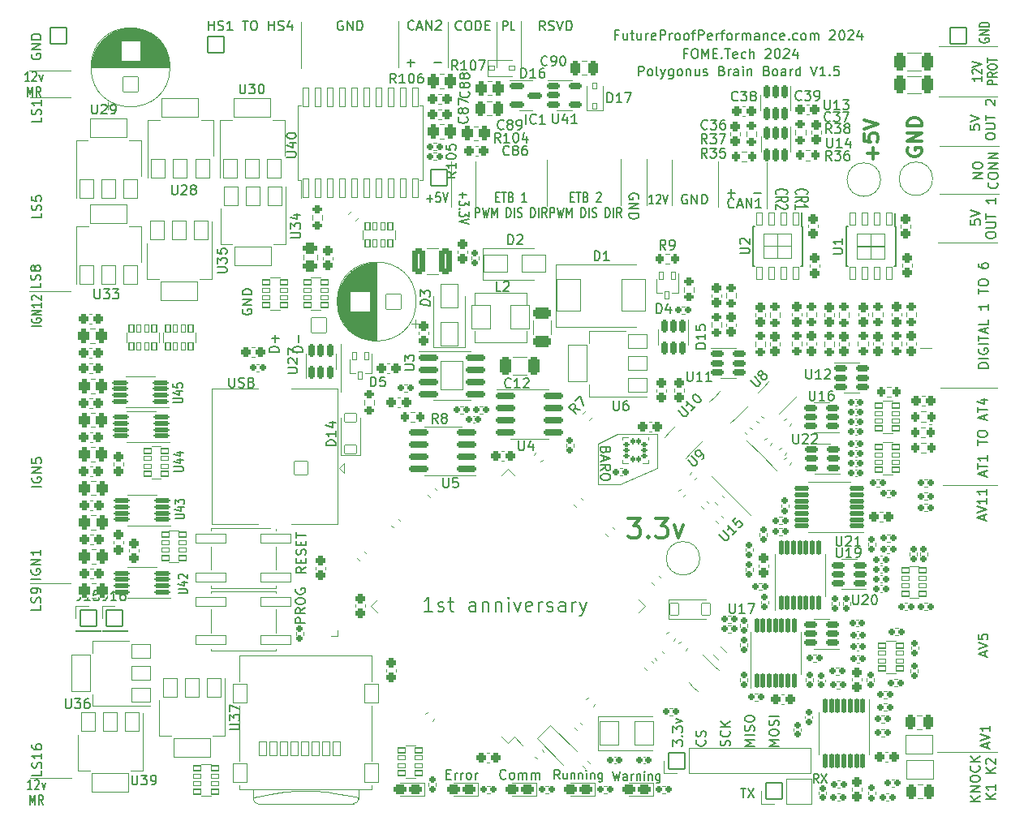
<source format=gbr>
%TF.GenerationSoftware,KiCad,Pcbnew,7.0.8*%
%TF.CreationDate,2024-11-01T20:43:23+00:00*%
%TF.ProjectId,polygonus-Shortage-Version,706f6c79-676f-46e7-9573-2d53686f7274,rev?*%
%TF.SameCoordinates,Original*%
%TF.FileFunction,Legend,Top*%
%TF.FilePolarity,Positive*%
%FSLAX46Y46*%
G04 Gerber Fmt 4.6, Leading zero omitted, Abs format (unit mm)*
G04 Created by KiCad (PCBNEW 7.0.8) date 2024-11-01 20:43:23*
%MOMM*%
%LPD*%
G01*
G04 APERTURE LIST*
G04 Aperture macros list*
%AMRoundRect*
0 Rectangle with rounded corners*
0 $1 Rounding radius*
0 $2 $3 $4 $5 $6 $7 $8 $9 X,Y pos of 4 corners*
0 Add a 4 corners polygon primitive as box body*
4,1,4,$2,$3,$4,$5,$6,$7,$8,$9,$2,$3,0*
0 Add four circle primitives for the rounded corners*
1,1,$1+$1,$2,$3*
1,1,$1+$1,$4,$5*
1,1,$1+$1,$6,$7*
1,1,$1+$1,$8,$9*
0 Add four rect primitives between the rounded corners*
20,1,$1+$1,$2,$3,$4,$5,0*
20,1,$1+$1,$4,$5,$6,$7,0*
20,1,$1+$1,$6,$7,$8,$9,0*
20,1,$1+$1,$8,$9,$2,$3,0*%
%AMFreePoly0*
4,1,16,0.533941,0.783941,0.539938,0.776626,1.039938,0.026626,1.047068,-0.009414,1.039938,-0.026626,0.539938,-0.776626,0.509414,-0.797068,0.500000,-0.798000,-0.500000,-0.798000,-0.533941,-0.783941,-0.548000,-0.750000,-0.548000,0.750000,-0.533941,0.783941,-0.500000,0.798000,0.500000,0.798000,0.533941,0.783941,0.533941,0.783941,$1*%
%AMFreePoly1*
4,1,16,0.533941,0.783941,0.548000,0.750000,0.548000,-0.750000,0.533941,-0.783941,0.500000,-0.798000,-0.650000,-0.798000,-0.683941,-0.783941,-0.698000,-0.750000,-0.689938,-0.723374,-0.207688,0.000000,-0.689938,0.723374,-0.697068,0.759414,-0.676626,0.789938,-0.650000,0.798000,0.500000,0.798000,0.533941,0.783941,0.533941,0.783941,$1*%
G04 Aperture macros list end*
%ADD10C,0.120000*%
%ADD11C,0.150000*%
%ADD12C,0.130000*%
%ADD13C,0.200000*%
%ADD14C,0.300000*%
%ADD15RoundRect,0.273000X0.250000X-0.225000X0.250000X0.225000X-0.250000X0.225000X-0.250000X-0.225000X0*%
%ADD16RoundRect,0.183000X-0.135000X-0.185000X0.135000X-0.185000X0.135000X0.185000X-0.135000X0.185000X0*%
%ADD17RoundRect,0.183000X0.226274X0.035355X0.035355X0.226274X-0.226274X-0.035355X-0.035355X-0.226274X0*%
%ADD18RoundRect,0.148000X0.100000X-0.637500X0.100000X0.637500X-0.100000X0.637500X-0.100000X-0.637500X0*%
%ADD19RoundRect,0.148000X0.637500X0.100000X-0.637500X0.100000X-0.637500X-0.100000X0.637500X-0.100000X0*%
%ADD20RoundRect,0.048000X-0.325000X0.655000X-0.325000X-0.655000X0.325000X-0.655000X0.325000X0.655000X0*%
%ADD21RoundRect,0.048000X-0.300000X0.655000X-0.300000X-0.655000X0.300000X-0.655000X0.300000X0.655000X0*%
%ADD22RoundRect,0.048000X-0.750000X0.662500X-0.750000X-0.662500X0.750000X-0.662500X0.750000X0.662500X0*%
%ADD23RoundRect,0.273000X-0.250000X0.225000X-0.250000X-0.225000X0.250000X-0.225000X0.250000X0.225000X0*%
%ADD24RoundRect,0.183000X-0.226274X-0.035355X-0.035355X-0.226274X0.226274X0.035355X0.035355X0.226274X0*%
%ADD25RoundRect,0.273000X-0.225000X-0.250000X0.225000X-0.250000X0.225000X0.250000X-0.225000X0.250000X0*%
%ADD26RoundRect,0.273000X0.017678X-0.335876X0.335876X-0.017678X-0.017678X0.335876X-0.335876X0.017678X0*%
%ADD27RoundRect,0.188000X-0.140000X-0.170000X0.140000X-0.170000X0.140000X0.170000X-0.140000X0.170000X0*%
%ADD28RoundRect,0.273000X0.335876X0.017678X0.017678X0.335876X-0.335876X-0.017678X-0.017678X-0.335876X0*%
%ADD29RoundRect,0.273000X-0.335876X-0.017678X-0.017678X-0.335876X0.335876X0.017678X0.017678X0.335876X0*%
%ADD30RoundRect,0.266750X0.424264X0.114905X0.114905X0.424264X-0.424264X-0.114905X-0.114905X-0.424264X0*%
%ADD31RoundRect,0.248000X0.200000X0.275000X-0.200000X0.275000X-0.200000X-0.275000X0.200000X-0.275000X0*%
%ADD32RoundRect,0.048000X0.400000X0.250000X-0.400000X0.250000X-0.400000X-0.250000X0.400000X-0.250000X0*%
%ADD33RoundRect,0.048000X0.400000X0.200000X-0.400000X0.200000X-0.400000X-0.200000X0.400000X-0.200000X0*%
%ADD34RoundRect,0.148000X0.521491X-0.380070X-0.380070X0.521491X-0.521491X0.380070X0.380070X-0.521491X0*%
%ADD35RoundRect,0.048000X-0.250000X0.400000X-0.250000X-0.400000X0.250000X-0.400000X0.250000X0.400000X0*%
%ADD36RoundRect,0.048000X-0.200000X0.400000X-0.200000X-0.400000X0.200000X-0.400000X0.200000X0.400000X0*%
%ADD37RoundRect,0.183000X0.135000X0.185000X-0.135000X0.185000X-0.135000X-0.185000X0.135000X-0.185000X0*%
%ADD38RoundRect,0.273000X0.225000X0.250000X-0.225000X0.250000X-0.225000X-0.250000X0.225000X-0.250000X0*%
%ADD39RoundRect,0.123000X0.521491X-0.415425X-0.415425X0.521491X-0.521491X0.415425X0.415425X-0.521491X0*%
%ADD40RoundRect,0.123000X0.521491X0.415425X0.415425X0.521491X-0.521491X-0.415425X-0.415425X-0.521491X0*%
%ADD41RoundRect,0.298000X-0.325000X-0.650000X0.325000X-0.650000X0.325000X0.650000X-0.325000X0.650000X0*%
%ADD42RoundRect,0.248000X-0.200000X-0.275000X0.200000X-0.275000X0.200000X0.275000X-0.200000X0.275000X0*%
%ADD43RoundRect,0.188000X0.140000X0.170000X-0.140000X0.170000X-0.140000X-0.170000X0.140000X-0.170000X0*%
%ADD44RoundRect,0.048000X0.250000X-0.400000X0.250000X0.400000X-0.250000X0.400000X-0.250000X-0.400000X0*%
%ADD45RoundRect,0.048000X0.200000X-0.400000X0.200000X0.400000X-0.200000X0.400000X-0.200000X-0.400000X0*%
%ADD46RoundRect,0.048000X0.800000X0.800000X-0.800000X0.800000X-0.800000X-0.800000X0.800000X-0.800000X0*%
%ADD47C,1.696000*%
%ADD48RoundRect,0.048000X-1.250000X-0.900000X1.250000X-0.900000X1.250000X0.900000X-1.250000X0.900000X0*%
%ADD49RoundRect,0.048000X-0.400000X-0.250000X0.400000X-0.250000X0.400000X0.250000X-0.400000X0.250000X0*%
%ADD50RoundRect,0.048000X-0.400000X-0.200000X0.400000X-0.200000X0.400000X0.200000X-0.400000X0.200000X0*%
%ADD51RoundRect,0.298000X-0.262500X-0.450000X0.262500X-0.450000X0.262500X0.450000X-0.262500X0.450000X0*%
%ADD52RoundRect,0.148000X0.712500X0.100000X-0.712500X0.100000X-0.712500X-0.100000X0.712500X-0.100000X0*%
%ADD53RoundRect,0.260500X0.400000X0.212500X-0.400000X0.212500X-0.400000X-0.212500X0.400000X-0.212500X0*%
%ADD54RoundRect,0.183000X-0.185000X0.135000X-0.185000X-0.135000X0.185000X-0.135000X0.185000X0.135000X0*%
%ADD55RoundRect,0.248000X-0.275000X0.200000X-0.275000X-0.200000X0.275000X-0.200000X0.275000X0.200000X0*%
%ADD56RoundRect,0.248000X0.275000X-0.200000X0.275000X0.200000X-0.275000X0.200000X-0.275000X-0.200000X0*%
%ADD57RoundRect,0.048000X0.600000X-0.450000X0.600000X0.450000X-0.600000X0.450000X-0.600000X-0.450000X0*%
%ADD58RoundRect,0.298000X0.312500X0.625000X-0.312500X0.625000X-0.312500X-0.625000X0.312500X-0.625000X0*%
%ADD59RoundRect,0.298000X-0.312500X-0.625000X0.312500X-0.625000X0.312500X0.625000X-0.312500X0.625000X0*%
%ADD60C,3.096000*%
%ADD61RoundRect,0.198000X0.150000X-0.512500X0.150000X0.512500X-0.150000X0.512500X-0.150000X-0.512500X0*%
%ADD62RoundRect,0.048000X0.225000X0.350000X-0.225000X0.350000X-0.225000X-0.350000X0.225000X-0.350000X0*%
%ADD63RoundRect,0.183000X0.185000X-0.135000X0.185000X0.135000X-0.185000X0.135000X-0.185000X-0.135000X0*%
%ADD64RoundRect,0.048000X1.250000X-1.650000X1.250000X1.650000X-1.250000X1.650000X-1.250000X-1.650000X0*%
%ADD65RoundRect,0.183000X-0.035355X0.226274X-0.226274X0.035355X0.035355X-0.226274X0.226274X-0.035355X0*%
%ADD66RoundRect,0.183000X0.035355X-0.226274X0.226274X-0.035355X-0.035355X0.226274X-0.226274X0.035355X0*%
%ADD67RoundRect,0.198000X0.512500X0.150000X-0.512500X0.150000X-0.512500X-0.150000X0.512500X-0.150000X0*%
%ADD68RoundRect,0.188000X-0.170000X0.140000X-0.170000X-0.140000X0.170000X-0.140000X0.170000X0.140000X0*%
%ADD69RoundRect,0.188000X0.170000X-0.140000X0.170000X0.140000X-0.170000X0.140000X-0.170000X-0.140000X0*%
%ADD70RoundRect,0.148000X-0.100000X0.637500X-0.100000X-0.637500X0.100000X-0.637500X0.100000X0.637500X0*%
%ADD71RoundRect,0.048000X1.000000X0.750000X-1.000000X0.750000X-1.000000X-0.750000X1.000000X-0.750000X0*%
%ADD72RoundRect,0.048000X1.000000X1.900000X-1.000000X1.900000X-1.000000X-1.900000X1.000000X-1.900000X0*%
%ADD73RoundRect,0.048000X-1.000000X-1.200000X1.000000X-1.200000X1.000000X1.200000X-1.000000X1.200000X0*%
%ADD74RoundRect,0.198000X-0.825000X-0.150000X0.825000X-0.150000X0.825000X0.150000X-0.825000X0.150000X0*%
%ADD75RoundRect,0.048000X-1.145000X-1.500000X1.145000X-1.500000X1.145000X1.500000X-1.145000X1.500000X0*%
%ADD76RoundRect,0.048000X0.900000X-1.250000X0.900000X1.250000X-0.900000X1.250000X-0.900000X-1.250000X0*%
%ADD77RoundRect,0.198000X-0.150000X0.512500X-0.150000X-0.512500X0.150000X-0.512500X0.150000X0.512500X0*%
%ADD78RoundRect,0.298000X0.375000X1.075000X-0.375000X1.075000X-0.375000X-1.075000X0.375000X-1.075000X0*%
%ADD79RoundRect,0.248000X-0.053033X0.335876X-0.335876X0.053033X0.053033X-0.335876X0.335876X-0.053033X0*%
%ADD80RoundRect,0.048000X0.950000X1.250000X-0.950000X1.250000X-0.950000X-1.250000X0.950000X-1.250000X0*%
%ADD81RoundRect,0.298000X-0.650000X0.325000X-0.650000X-0.325000X0.650000X-0.325000X0.650000X0.325000X0*%
%ADD82RoundRect,0.298000X-0.250000X-0.475000X0.250000X-0.475000X0.250000X0.475000X-0.250000X0.475000X0*%
%ADD83RoundRect,0.048000X0.850000X-0.850000X0.850000X0.850000X-0.850000X0.850000X-0.850000X-0.850000X0*%
%ADD84O,1.796000X1.796000*%
%ADD85RoundRect,0.048000X0.800000X-0.800000X0.800000X0.800000X-0.800000X0.800000X-0.800000X-0.800000X0*%
%ADD86FreePoly0,180.000000*%
%ADD87FreePoly1,180.000000*%
%ADD88RoundRect,0.048000X0.400000X0.750000X-0.400000X0.750000X-0.400000X-0.750000X0.400000X-0.750000X0*%
%ADD89RoundRect,0.048000X0.725000X1.000000X-0.725000X1.000000X-0.725000X-1.000000X0.725000X-1.000000X0*%
%ADD90RoundRect,0.048000X-0.700000X0.700000X-0.700000X-0.700000X0.700000X-0.700000X0.700000X0.700000X0*%
%ADD91C,1.496000*%
%ADD92RoundRect,0.298000X-0.450000X0.262500X-0.450000X-0.262500X0.450000X-0.262500X0.450000X0.262500X0*%
%ADD93RoundRect,0.198000X-0.521491X0.309359X0.309359X-0.521491X0.521491X-0.309359X-0.309359X0.521491X0*%
%ADD94RoundRect,0.148000X-0.100000X0.175000X-0.100000X-0.175000X0.100000X-0.175000X0.100000X0.175000X0*%
%ADD95RoundRect,0.148000X-0.175000X0.100000X-0.175000X-0.100000X0.175000X-0.100000X0.175000X0.100000X0*%
%ADD96RoundRect,0.048000X-1.600000X-0.500000X1.600000X-0.500000X1.600000X0.500000X-1.600000X0.500000X0*%
%ADD97RoundRect,0.048000X1.600000X0.500000X-1.600000X0.500000X-1.600000X-0.500000X1.600000X-0.500000X0*%
%ADD98C,1.086600*%
%ADD99C,0.883400*%
%ADD100RoundRect,0.048000X-0.450000X-0.600000X0.450000X-0.600000X0.450000X0.600000X-0.450000X0.600000X0*%
%ADD101RoundRect,0.048000X-0.742462X-0.106066X-0.106066X-0.742462X0.742462X0.106066X0.106066X0.742462X0*%
%ADD102RoundRect,0.048000X-0.850000X-0.850000X0.850000X-0.850000X0.850000X0.850000X-0.850000X0.850000X0*%
%ADD103RoundRect,0.048000X0.225000X-0.300000X0.225000X0.300000X-0.225000X0.300000X-0.225000X-0.300000X0*%
%ADD104RoundRect,0.198000X-0.512500X-0.150000X0.512500X-0.150000X0.512500X0.150000X-0.512500X0.150000X0*%
%ADD105RoundRect,0.048000X0.750000X-1.000000X0.750000X1.000000X-0.750000X1.000000X-0.750000X-1.000000X0*%
%ADD106RoundRect,0.048000X1.900000X-1.000000X1.900000X1.000000X-1.900000X1.000000X-1.900000X-1.000000X0*%
%ADD107RoundRect,0.198000X0.256326X0.468458X-0.468458X-0.256326X-0.256326X-0.468458X0.468458X0.256326X0*%
%ADD108RoundRect,0.048000X0.275000X0.975000X-0.275000X0.975000X-0.275000X-0.975000X0.275000X-0.975000X0*%
%ADD109RoundRect,0.248000X0.053033X-0.335876X0.335876X-0.053033X-0.053033X0.335876X-0.335876X0.053033X0*%
%ADD110RoundRect,0.298000X0.250000X0.475000X-0.250000X0.475000X-0.250000X-0.475000X0.250000X-0.475000X0*%
%ADD111RoundRect,0.048000X-0.750000X1.000000X-0.750000X-1.000000X0.750000X-1.000000X0.750000X1.000000X0*%
%ADD112RoundRect,0.048000X-1.900000X1.000000X-1.900000X-1.000000X1.900000X-1.000000X1.900000X1.000000X0*%
%ADD113RoundRect,0.198000X-0.587500X-0.150000X0.587500X-0.150000X0.587500X0.150000X-0.587500X0.150000X0*%
%ADD114RoundRect,0.048000X-0.300000X-0.225000X0.300000X-0.225000X0.300000X0.225000X-0.300000X0.225000X0*%
%ADD115RoundRect,0.198000X0.825000X0.150000X-0.825000X0.150000X-0.825000X-0.150000X0.825000X-0.150000X0*%
%ADD116RoundRect,0.048000X0.850000X0.850000X-0.850000X0.850000X-0.850000X-0.850000X0.850000X-0.850000X0*%
%ADD117RoundRect,0.048000X-0.850000X0.850000X-0.850000X-0.850000X0.850000X-0.850000X0.850000X0.850000X0*%
G04 APERTURE END LIST*
D10*
X117684000Y-99978000D02*
X117684000Y-104169000D01*
X153235560Y-58480584D02*
X159385000Y-58480584D01*
X153350189Y-68852306D02*
X159562735Y-68852306D01*
X58408978Y-114519045D02*
X62658140Y-114519045D01*
X96847596Y-60652653D02*
X96847596Y-55877604D01*
X58385402Y-60988153D02*
X62634564Y-60988153D01*
X112367662Y-75140667D02*
X112367662Y-70365618D01*
X152482000Y-97946000D02*
X152228000Y-97946000D01*
X123907000Y-98962000D02*
X119716000Y-98962000D01*
X90887000Y-94517000D02*
X90887000Y-89564000D01*
X122738143Y-75056526D02*
X122738143Y-70281477D01*
X135317347Y-75372057D02*
X135317347Y-70597008D01*
X119970000Y-104169000D02*
X123907000Y-102518000D01*
X123907000Y-102518000D02*
X123907000Y-98962000D01*
X153670000Y-104316216D02*
X159385000Y-104316216D01*
X58418023Y-63793592D02*
X62667185Y-63793592D01*
X102043354Y-60673689D02*
X102043354Y-55898640D01*
X153161936Y-78947454D02*
X159385000Y-78947454D01*
X58387942Y-84017631D02*
X62637104Y-84017631D01*
X104881584Y-75287916D02*
X104881584Y-70512867D01*
X153088312Y-132161745D02*
X159385000Y-132161745D01*
X102396855Y-75245845D02*
X102396855Y-70470796D01*
X153445915Y-94092984D02*
X159385000Y-94092984D01*
X119716000Y-98962000D02*
X117684000Y-99978000D01*
X152482000Y-89945000D02*
X151339000Y-89945000D01*
X130268837Y-75245845D02*
X130268837Y-70470796D01*
X125367575Y-75077561D02*
X125367575Y-70302512D01*
X117684000Y-104169000D02*
X119970000Y-104169000D01*
X58472084Y-134881368D02*
X62721246Y-134881368D01*
X153277631Y-63697378D02*
X159385000Y-63697378D01*
X86711871Y-60736795D02*
X86711871Y-55961746D01*
X120087675Y-75035490D02*
X120087675Y-70260441D01*
X109616119Y-60589547D02*
X109616119Y-55814498D01*
X107112900Y-60673689D02*
X107112900Y-55898640D01*
X153334905Y-73853168D02*
X159547451Y-73853168D01*
D11*
X87203344Y-112841928D02*
X86727153Y-113175261D01*
X87203344Y-113413356D02*
X86203344Y-113413356D01*
X86203344Y-113413356D02*
X86203344Y-113032404D01*
X86203344Y-113032404D02*
X86250963Y-112937166D01*
X86250963Y-112937166D02*
X86298582Y-112889547D01*
X86298582Y-112889547D02*
X86393820Y-112841928D01*
X86393820Y-112841928D02*
X86536677Y-112841928D01*
X86536677Y-112841928D02*
X86631915Y-112889547D01*
X86631915Y-112889547D02*
X86679534Y-112937166D01*
X86679534Y-112937166D02*
X86727153Y-113032404D01*
X86727153Y-113032404D02*
X86727153Y-113413356D01*
X86679534Y-112413356D02*
X86679534Y-112080023D01*
X87203344Y-111937166D02*
X87203344Y-112413356D01*
X87203344Y-112413356D02*
X86203344Y-112413356D01*
X86203344Y-112413356D02*
X86203344Y-111937166D01*
X87155725Y-111556213D02*
X87203344Y-111413356D01*
X87203344Y-111413356D02*
X87203344Y-111175261D01*
X87203344Y-111175261D02*
X87155725Y-111080023D01*
X87155725Y-111080023D02*
X87108105Y-111032404D01*
X87108105Y-111032404D02*
X87012867Y-110984785D01*
X87012867Y-110984785D02*
X86917629Y-110984785D01*
X86917629Y-110984785D02*
X86822391Y-111032404D01*
X86822391Y-111032404D02*
X86774772Y-111080023D01*
X86774772Y-111080023D02*
X86727153Y-111175261D01*
X86727153Y-111175261D02*
X86679534Y-111365737D01*
X86679534Y-111365737D02*
X86631915Y-111460975D01*
X86631915Y-111460975D02*
X86584296Y-111508594D01*
X86584296Y-111508594D02*
X86489058Y-111556213D01*
X86489058Y-111556213D02*
X86393820Y-111556213D01*
X86393820Y-111556213D02*
X86298582Y-111508594D01*
X86298582Y-111508594D02*
X86250963Y-111460975D01*
X86250963Y-111460975D02*
X86203344Y-111365737D01*
X86203344Y-111365737D02*
X86203344Y-111127642D01*
X86203344Y-111127642D02*
X86250963Y-110984785D01*
X86679534Y-110556213D02*
X86679534Y-110222880D01*
X87203344Y-110080023D02*
X87203344Y-110556213D01*
X87203344Y-110556213D02*
X86203344Y-110556213D01*
X86203344Y-110556213D02*
X86203344Y-110080023D01*
X86203344Y-109794308D02*
X86203344Y-109222880D01*
X87203344Y-109508594D02*
X86203344Y-109508594D01*
D12*
X140709974Y-135338688D02*
X140409974Y-134910116D01*
X140195688Y-135338688D02*
X140195688Y-134438688D01*
X140195688Y-134438688D02*
X140538545Y-134438688D01*
X140538545Y-134438688D02*
X140624260Y-134481545D01*
X140624260Y-134481545D02*
X140667117Y-134524402D01*
X140667117Y-134524402D02*
X140709974Y-134610116D01*
X140709974Y-134610116D02*
X140709974Y-134738688D01*
X140709974Y-134738688D02*
X140667117Y-134824402D01*
X140667117Y-134824402D02*
X140624260Y-134867259D01*
X140624260Y-134867259D02*
X140538545Y-134910116D01*
X140538545Y-134910116D02*
X140195688Y-134910116D01*
X141009974Y-134438688D02*
X141609974Y-135338688D01*
X141609974Y-134438688D02*
X141009974Y-135338688D01*
D11*
X118514990Y-100629047D02*
X118467371Y-100771904D01*
X118467371Y-100771904D02*
X118419752Y-100819523D01*
X118419752Y-100819523D02*
X118324514Y-100867142D01*
X118324514Y-100867142D02*
X118181657Y-100867142D01*
X118181657Y-100867142D02*
X118086419Y-100819523D01*
X118086419Y-100819523D02*
X118038800Y-100771904D01*
X118038800Y-100771904D02*
X117991180Y-100676666D01*
X117991180Y-100676666D02*
X117991180Y-100295714D01*
X117991180Y-100295714D02*
X118991180Y-100295714D01*
X118991180Y-100295714D02*
X118991180Y-100629047D01*
X118991180Y-100629047D02*
X118943561Y-100724285D01*
X118943561Y-100724285D02*
X118895942Y-100771904D01*
X118895942Y-100771904D02*
X118800704Y-100819523D01*
X118800704Y-100819523D02*
X118705466Y-100819523D01*
X118705466Y-100819523D02*
X118610228Y-100771904D01*
X118610228Y-100771904D02*
X118562609Y-100724285D01*
X118562609Y-100724285D02*
X118514990Y-100629047D01*
X118514990Y-100629047D02*
X118514990Y-100295714D01*
X118276895Y-101248095D02*
X118276895Y-101724285D01*
X117991180Y-101152857D02*
X118991180Y-101486190D01*
X118991180Y-101486190D02*
X117991180Y-101819523D01*
X117991180Y-102724285D02*
X118467371Y-102390952D01*
X117991180Y-102152857D02*
X118991180Y-102152857D01*
X118991180Y-102152857D02*
X118991180Y-102533809D01*
X118991180Y-102533809D02*
X118943561Y-102629047D01*
X118943561Y-102629047D02*
X118895942Y-102676666D01*
X118895942Y-102676666D02*
X118800704Y-102724285D01*
X118800704Y-102724285D02*
X118657847Y-102724285D01*
X118657847Y-102724285D02*
X118562609Y-102676666D01*
X118562609Y-102676666D02*
X118514990Y-102629047D01*
X118514990Y-102629047D02*
X118467371Y-102533809D01*
X118467371Y-102533809D02*
X118467371Y-102152857D01*
X118991180Y-103343333D02*
X118991180Y-103533809D01*
X118991180Y-103533809D02*
X118943561Y-103629047D01*
X118943561Y-103629047D02*
X118848323Y-103724285D01*
X118848323Y-103724285D02*
X118657847Y-103771904D01*
X118657847Y-103771904D02*
X118324514Y-103771904D01*
X118324514Y-103771904D02*
X118134038Y-103724285D01*
X118134038Y-103724285D02*
X118038800Y-103629047D01*
X118038800Y-103629047D02*
X117991180Y-103533809D01*
X117991180Y-103533809D02*
X117991180Y-103343333D01*
X117991180Y-103343333D02*
X118038800Y-103248095D01*
X118038800Y-103248095D02*
X118134038Y-103152857D01*
X118134038Y-103152857D02*
X118324514Y-103105238D01*
X118324514Y-103105238D02*
X118657847Y-103105238D01*
X118657847Y-103105238D02*
X118848323Y-103152857D01*
X118848323Y-103152857D02*
X118943561Y-103248095D01*
X118943561Y-103248095D02*
X118991180Y-103343333D01*
X91050749Y-55863858D02*
X90955511Y-55816239D01*
X90955511Y-55816239D02*
X90812654Y-55816239D01*
X90812654Y-55816239D02*
X90669797Y-55863858D01*
X90669797Y-55863858D02*
X90574559Y-55959096D01*
X90574559Y-55959096D02*
X90526940Y-56054334D01*
X90526940Y-56054334D02*
X90479321Y-56244810D01*
X90479321Y-56244810D02*
X90479321Y-56387667D01*
X90479321Y-56387667D02*
X90526940Y-56578143D01*
X90526940Y-56578143D02*
X90574559Y-56673381D01*
X90574559Y-56673381D02*
X90669797Y-56768620D01*
X90669797Y-56768620D02*
X90812654Y-56816239D01*
X90812654Y-56816239D02*
X90907892Y-56816239D01*
X90907892Y-56816239D02*
X91050749Y-56768620D01*
X91050749Y-56768620D02*
X91098368Y-56721000D01*
X91098368Y-56721000D02*
X91098368Y-56387667D01*
X91098368Y-56387667D02*
X90907892Y-56387667D01*
X91526940Y-56816239D02*
X91526940Y-55816239D01*
X91526940Y-55816239D02*
X92098368Y-56816239D01*
X92098368Y-56816239D02*
X92098368Y-55816239D01*
X92574559Y-56816239D02*
X92574559Y-55816239D01*
X92574559Y-55816239D02*
X92812654Y-55816239D01*
X92812654Y-55816239D02*
X92955511Y-55863858D01*
X92955511Y-55863858D02*
X93050749Y-55959096D01*
X93050749Y-55959096D02*
X93098368Y-56054334D01*
X93098368Y-56054334D02*
X93145987Y-56244810D01*
X93145987Y-56244810D02*
X93145987Y-56387667D01*
X93145987Y-56387667D02*
X93098368Y-56578143D01*
X93098368Y-56578143D02*
X93050749Y-56673381D01*
X93050749Y-56673381D02*
X92955511Y-56768620D01*
X92955511Y-56768620D02*
X92812654Y-56816239D01*
X92812654Y-56816239D02*
X92574559Y-56816239D01*
X158400293Y-92048359D02*
X157400293Y-92048359D01*
X157400293Y-92048359D02*
X157400293Y-91810264D01*
X157400293Y-91810264D02*
X157447912Y-91667407D01*
X157447912Y-91667407D02*
X157543150Y-91572169D01*
X157543150Y-91572169D02*
X157638388Y-91524550D01*
X157638388Y-91524550D02*
X157828864Y-91476931D01*
X157828864Y-91476931D02*
X157971721Y-91476931D01*
X157971721Y-91476931D02*
X158162197Y-91524550D01*
X158162197Y-91524550D02*
X158257435Y-91572169D01*
X158257435Y-91572169D02*
X158352674Y-91667407D01*
X158352674Y-91667407D02*
X158400293Y-91810264D01*
X158400293Y-91810264D02*
X158400293Y-92048359D01*
X158400293Y-91048359D02*
X157400293Y-91048359D01*
X157447912Y-90048360D02*
X157400293Y-90143598D01*
X157400293Y-90143598D02*
X157400293Y-90286455D01*
X157400293Y-90286455D02*
X157447912Y-90429312D01*
X157447912Y-90429312D02*
X157543150Y-90524550D01*
X157543150Y-90524550D02*
X157638388Y-90572169D01*
X157638388Y-90572169D02*
X157828864Y-90619788D01*
X157828864Y-90619788D02*
X157971721Y-90619788D01*
X157971721Y-90619788D02*
X158162197Y-90572169D01*
X158162197Y-90572169D02*
X158257435Y-90524550D01*
X158257435Y-90524550D02*
X158352674Y-90429312D01*
X158352674Y-90429312D02*
X158400293Y-90286455D01*
X158400293Y-90286455D02*
X158400293Y-90191217D01*
X158400293Y-90191217D02*
X158352674Y-90048360D01*
X158352674Y-90048360D02*
X158305054Y-90000741D01*
X158305054Y-90000741D02*
X157971721Y-90000741D01*
X157971721Y-90000741D02*
X157971721Y-90191217D01*
X158400293Y-89572169D02*
X157400293Y-89572169D01*
X157400293Y-89238836D02*
X157400293Y-88667408D01*
X158400293Y-88953122D02*
X157400293Y-88953122D01*
X158114578Y-88381693D02*
X158114578Y-87905503D01*
X158400293Y-88476931D02*
X157400293Y-88143598D01*
X157400293Y-88143598D02*
X158400293Y-87810265D01*
X158400293Y-87000741D02*
X158400293Y-87476931D01*
X158400293Y-87476931D02*
X157400293Y-87476931D01*
X158400293Y-85381693D02*
X158400293Y-85953121D01*
X158400293Y-85667407D02*
X157400293Y-85667407D01*
X157400293Y-85667407D02*
X157543150Y-85762645D01*
X157543150Y-85762645D02*
X157638388Y-85857883D01*
X157638388Y-85857883D02*
X157686007Y-85953121D01*
X157400293Y-84334073D02*
X157400293Y-83762645D01*
X158400293Y-84048359D02*
X157400293Y-84048359D01*
X157400293Y-83238835D02*
X157400293Y-83048359D01*
X157400293Y-83048359D02*
X157447912Y-82953121D01*
X157447912Y-82953121D02*
X157543150Y-82857883D01*
X157543150Y-82857883D02*
X157733626Y-82810264D01*
X157733626Y-82810264D02*
X158066959Y-82810264D01*
X158066959Y-82810264D02*
X158257435Y-82857883D01*
X158257435Y-82857883D02*
X158352674Y-82953121D01*
X158352674Y-82953121D02*
X158400293Y-83048359D01*
X158400293Y-83048359D02*
X158400293Y-83238835D01*
X158400293Y-83238835D02*
X158352674Y-83334073D01*
X158352674Y-83334073D02*
X158257435Y-83429311D01*
X158257435Y-83429311D02*
X158066959Y-83476930D01*
X158066959Y-83476930D02*
X157733626Y-83476930D01*
X157733626Y-83476930D02*
X157543150Y-83429311D01*
X157543150Y-83429311D02*
X157447912Y-83334073D01*
X157447912Y-83334073D02*
X157400293Y-83238835D01*
X157400293Y-81191216D02*
X157400293Y-81381692D01*
X157400293Y-81381692D02*
X157447912Y-81476930D01*
X157447912Y-81476930D02*
X157495531Y-81524549D01*
X157495531Y-81524549D02*
X157638388Y-81619787D01*
X157638388Y-81619787D02*
X157828864Y-81667406D01*
X157828864Y-81667406D02*
X158209816Y-81667406D01*
X158209816Y-81667406D02*
X158305054Y-81619787D01*
X158305054Y-81619787D02*
X158352674Y-81572168D01*
X158352674Y-81572168D02*
X158400293Y-81476930D01*
X158400293Y-81476930D02*
X158400293Y-81286454D01*
X158400293Y-81286454D02*
X158352674Y-81191216D01*
X158352674Y-81191216D02*
X158305054Y-81143597D01*
X158305054Y-81143597D02*
X158209816Y-81095978D01*
X158209816Y-81095978D02*
X157971721Y-81095978D01*
X157971721Y-81095978D02*
X157876483Y-81143597D01*
X157876483Y-81143597D02*
X157828864Y-81191216D01*
X157828864Y-81191216D02*
X157781245Y-81286454D01*
X157781245Y-81286454D02*
X157781245Y-81476930D01*
X157781245Y-81476930D02*
X157828864Y-81572168D01*
X157828864Y-81572168D02*
X157876483Y-81619787D01*
X157876483Y-81619787D02*
X157971721Y-81667406D01*
D12*
X113680571Y-134931597D02*
X113380571Y-134503025D01*
X113166285Y-134931597D02*
X113166285Y-134031597D01*
X113166285Y-134031597D02*
X113509142Y-134031597D01*
X113509142Y-134031597D02*
X113594857Y-134074454D01*
X113594857Y-134074454D02*
X113637714Y-134117311D01*
X113637714Y-134117311D02*
X113680571Y-134203025D01*
X113680571Y-134203025D02*
X113680571Y-134331597D01*
X113680571Y-134331597D02*
X113637714Y-134417311D01*
X113637714Y-134417311D02*
X113594857Y-134460168D01*
X113594857Y-134460168D02*
X113509142Y-134503025D01*
X113509142Y-134503025D02*
X113166285Y-134503025D01*
X114452000Y-134331597D02*
X114452000Y-134931597D01*
X114066285Y-134331597D02*
X114066285Y-134803025D01*
X114066285Y-134803025D02*
X114109142Y-134888740D01*
X114109142Y-134888740D02*
X114194857Y-134931597D01*
X114194857Y-134931597D02*
X114323428Y-134931597D01*
X114323428Y-134931597D02*
X114409142Y-134888740D01*
X114409142Y-134888740D02*
X114452000Y-134845882D01*
X114880571Y-134331597D02*
X114880571Y-134931597D01*
X114880571Y-134417311D02*
X114923428Y-134374454D01*
X114923428Y-134374454D02*
X115009143Y-134331597D01*
X115009143Y-134331597D02*
X115137714Y-134331597D01*
X115137714Y-134331597D02*
X115223428Y-134374454D01*
X115223428Y-134374454D02*
X115266286Y-134460168D01*
X115266286Y-134460168D02*
X115266286Y-134931597D01*
X115694857Y-134331597D02*
X115694857Y-134931597D01*
X115694857Y-134417311D02*
X115737714Y-134374454D01*
X115737714Y-134374454D02*
X115823429Y-134331597D01*
X115823429Y-134331597D02*
X115952000Y-134331597D01*
X115952000Y-134331597D02*
X116037714Y-134374454D01*
X116037714Y-134374454D02*
X116080572Y-134460168D01*
X116080572Y-134460168D02*
X116080572Y-134931597D01*
X116509143Y-134931597D02*
X116509143Y-134331597D01*
X116509143Y-134031597D02*
X116466286Y-134074454D01*
X116466286Y-134074454D02*
X116509143Y-134117311D01*
X116509143Y-134117311D02*
X116552000Y-134074454D01*
X116552000Y-134074454D02*
X116509143Y-134031597D01*
X116509143Y-134031597D02*
X116509143Y-134117311D01*
X116937714Y-134331597D02*
X116937714Y-134931597D01*
X116937714Y-134417311D02*
X116980571Y-134374454D01*
X116980571Y-134374454D02*
X117066286Y-134331597D01*
X117066286Y-134331597D02*
X117194857Y-134331597D01*
X117194857Y-134331597D02*
X117280571Y-134374454D01*
X117280571Y-134374454D02*
X117323429Y-134460168D01*
X117323429Y-134460168D02*
X117323429Y-134931597D01*
X118137715Y-134331597D02*
X118137715Y-135060168D01*
X118137715Y-135060168D02*
X118094857Y-135145882D01*
X118094857Y-135145882D02*
X118052000Y-135188740D01*
X118052000Y-135188740D02*
X117966286Y-135231597D01*
X117966286Y-135231597D02*
X117837715Y-135231597D01*
X117837715Y-135231597D02*
X117752000Y-135188740D01*
X118137715Y-134888740D02*
X118052000Y-134931597D01*
X118052000Y-134931597D02*
X117880572Y-134931597D01*
X117880572Y-134931597D02*
X117794857Y-134888740D01*
X117794857Y-134888740D02*
X117752000Y-134845882D01*
X117752000Y-134845882D02*
X117709143Y-134760168D01*
X117709143Y-134760168D02*
X117709143Y-134503025D01*
X117709143Y-134503025D02*
X117752000Y-134417311D01*
X117752000Y-134417311D02*
X117794857Y-134374454D01*
X117794857Y-134374454D02*
X117880572Y-134331597D01*
X117880572Y-134331597D02*
X118052000Y-134331597D01*
X118052000Y-134331597D02*
X118137715Y-134374454D01*
D11*
X86849879Y-90386174D02*
X85849879Y-90386174D01*
X85849879Y-90386174D02*
X85849879Y-90148079D01*
X85849879Y-90148079D02*
X85897498Y-90005222D01*
X85897498Y-90005222D02*
X85992736Y-89909984D01*
X85992736Y-89909984D02*
X86087974Y-89862365D01*
X86087974Y-89862365D02*
X86278450Y-89814746D01*
X86278450Y-89814746D02*
X86421307Y-89814746D01*
X86421307Y-89814746D02*
X86611783Y-89862365D01*
X86611783Y-89862365D02*
X86707021Y-89909984D01*
X86707021Y-89909984D02*
X86802260Y-90005222D01*
X86802260Y-90005222D02*
X86849879Y-90148079D01*
X86849879Y-90148079D02*
X86849879Y-90386174D01*
X86468926Y-89386174D02*
X86468926Y-88624270D01*
D13*
X100424449Y-117444967D02*
X99567306Y-117444967D01*
X99995877Y-117444967D02*
X99995877Y-115944967D01*
X99995877Y-115944967D02*
X99853020Y-116159253D01*
X99853020Y-116159253D02*
X99710163Y-116302110D01*
X99710163Y-116302110D02*
X99567306Y-116373539D01*
X100995877Y-117373539D02*
X101138734Y-117444967D01*
X101138734Y-117444967D02*
X101424448Y-117444967D01*
X101424448Y-117444967D02*
X101567305Y-117373539D01*
X101567305Y-117373539D02*
X101638734Y-117230681D01*
X101638734Y-117230681D02*
X101638734Y-117159253D01*
X101638734Y-117159253D02*
X101567305Y-117016396D01*
X101567305Y-117016396D02*
X101424448Y-116944967D01*
X101424448Y-116944967D02*
X101210163Y-116944967D01*
X101210163Y-116944967D02*
X101067305Y-116873539D01*
X101067305Y-116873539D02*
X100995877Y-116730681D01*
X100995877Y-116730681D02*
X100995877Y-116659253D01*
X100995877Y-116659253D02*
X101067305Y-116516396D01*
X101067305Y-116516396D02*
X101210163Y-116444967D01*
X101210163Y-116444967D02*
X101424448Y-116444967D01*
X101424448Y-116444967D02*
X101567305Y-116516396D01*
X102067306Y-116444967D02*
X102638734Y-116444967D01*
X102281591Y-115944967D02*
X102281591Y-117230681D01*
X102281591Y-117230681D02*
X102353020Y-117373539D01*
X102353020Y-117373539D02*
X102495877Y-117444967D01*
X102495877Y-117444967D02*
X102638734Y-117444967D01*
X104924449Y-117444967D02*
X104924449Y-116659253D01*
X104924449Y-116659253D02*
X104853020Y-116516396D01*
X104853020Y-116516396D02*
X104710163Y-116444967D01*
X104710163Y-116444967D02*
X104424449Y-116444967D01*
X104424449Y-116444967D02*
X104281591Y-116516396D01*
X104924449Y-117373539D02*
X104781591Y-117444967D01*
X104781591Y-117444967D02*
X104424449Y-117444967D01*
X104424449Y-117444967D02*
X104281591Y-117373539D01*
X104281591Y-117373539D02*
X104210163Y-117230681D01*
X104210163Y-117230681D02*
X104210163Y-117087824D01*
X104210163Y-117087824D02*
X104281591Y-116944967D01*
X104281591Y-116944967D02*
X104424449Y-116873539D01*
X104424449Y-116873539D02*
X104781591Y-116873539D01*
X104781591Y-116873539D02*
X104924449Y-116802110D01*
X105638734Y-116444967D02*
X105638734Y-117444967D01*
X105638734Y-116587824D02*
X105710163Y-116516396D01*
X105710163Y-116516396D02*
X105853020Y-116444967D01*
X105853020Y-116444967D02*
X106067306Y-116444967D01*
X106067306Y-116444967D02*
X106210163Y-116516396D01*
X106210163Y-116516396D02*
X106281592Y-116659253D01*
X106281592Y-116659253D02*
X106281592Y-117444967D01*
X106995877Y-116444967D02*
X106995877Y-117444967D01*
X106995877Y-116587824D02*
X107067306Y-116516396D01*
X107067306Y-116516396D02*
X107210163Y-116444967D01*
X107210163Y-116444967D02*
X107424449Y-116444967D01*
X107424449Y-116444967D02*
X107567306Y-116516396D01*
X107567306Y-116516396D02*
X107638735Y-116659253D01*
X107638735Y-116659253D02*
X107638735Y-117444967D01*
X108353020Y-117444967D02*
X108353020Y-116444967D01*
X108353020Y-115944967D02*
X108281592Y-116016396D01*
X108281592Y-116016396D02*
X108353020Y-116087824D01*
X108353020Y-116087824D02*
X108424449Y-116016396D01*
X108424449Y-116016396D02*
X108353020Y-115944967D01*
X108353020Y-115944967D02*
X108353020Y-116087824D01*
X108924449Y-116444967D02*
X109281592Y-117444967D01*
X109281592Y-117444967D02*
X109638735Y-116444967D01*
X110781592Y-117373539D02*
X110638735Y-117444967D01*
X110638735Y-117444967D02*
X110353021Y-117444967D01*
X110353021Y-117444967D02*
X110210163Y-117373539D01*
X110210163Y-117373539D02*
X110138735Y-117230681D01*
X110138735Y-117230681D02*
X110138735Y-116659253D01*
X110138735Y-116659253D02*
X110210163Y-116516396D01*
X110210163Y-116516396D02*
X110353021Y-116444967D01*
X110353021Y-116444967D02*
X110638735Y-116444967D01*
X110638735Y-116444967D02*
X110781592Y-116516396D01*
X110781592Y-116516396D02*
X110853021Y-116659253D01*
X110853021Y-116659253D02*
X110853021Y-116802110D01*
X110853021Y-116802110D02*
X110138735Y-116944967D01*
X111495877Y-117444967D02*
X111495877Y-116444967D01*
X111495877Y-116730681D02*
X111567306Y-116587824D01*
X111567306Y-116587824D02*
X111638735Y-116516396D01*
X111638735Y-116516396D02*
X111781592Y-116444967D01*
X111781592Y-116444967D02*
X111924449Y-116444967D01*
X112353020Y-117373539D02*
X112495877Y-117444967D01*
X112495877Y-117444967D02*
X112781591Y-117444967D01*
X112781591Y-117444967D02*
X112924448Y-117373539D01*
X112924448Y-117373539D02*
X112995877Y-117230681D01*
X112995877Y-117230681D02*
X112995877Y-117159253D01*
X112995877Y-117159253D02*
X112924448Y-117016396D01*
X112924448Y-117016396D02*
X112781591Y-116944967D01*
X112781591Y-116944967D02*
X112567306Y-116944967D01*
X112567306Y-116944967D02*
X112424448Y-116873539D01*
X112424448Y-116873539D02*
X112353020Y-116730681D01*
X112353020Y-116730681D02*
X112353020Y-116659253D01*
X112353020Y-116659253D02*
X112424448Y-116516396D01*
X112424448Y-116516396D02*
X112567306Y-116444967D01*
X112567306Y-116444967D02*
X112781591Y-116444967D01*
X112781591Y-116444967D02*
X112924448Y-116516396D01*
X114281592Y-117444967D02*
X114281592Y-116659253D01*
X114281592Y-116659253D02*
X114210163Y-116516396D01*
X114210163Y-116516396D02*
X114067306Y-116444967D01*
X114067306Y-116444967D02*
X113781592Y-116444967D01*
X113781592Y-116444967D02*
X113638734Y-116516396D01*
X114281592Y-117373539D02*
X114138734Y-117444967D01*
X114138734Y-117444967D02*
X113781592Y-117444967D01*
X113781592Y-117444967D02*
X113638734Y-117373539D01*
X113638734Y-117373539D02*
X113567306Y-117230681D01*
X113567306Y-117230681D02*
X113567306Y-117087824D01*
X113567306Y-117087824D02*
X113638734Y-116944967D01*
X113638734Y-116944967D02*
X113781592Y-116873539D01*
X113781592Y-116873539D02*
X114138734Y-116873539D01*
X114138734Y-116873539D02*
X114281592Y-116802110D01*
X114995877Y-117444967D02*
X114995877Y-116444967D01*
X114995877Y-116730681D02*
X115067306Y-116587824D01*
X115067306Y-116587824D02*
X115138735Y-116516396D01*
X115138735Y-116516396D02*
X115281592Y-116444967D01*
X115281592Y-116444967D02*
X115424449Y-116444967D01*
X115781591Y-116444967D02*
X116138734Y-117444967D01*
X116495877Y-116444967D02*
X116138734Y-117444967D01*
X116138734Y-117444967D02*
X115995877Y-117802110D01*
X115995877Y-117802110D02*
X115924448Y-117873539D01*
X115924448Y-117873539D02*
X115781591Y-117944967D01*
D14*
X120859357Y-107777638D02*
X122097452Y-107777638D01*
X122097452Y-107777638D02*
X121430785Y-108539542D01*
X121430785Y-108539542D02*
X121716500Y-108539542D01*
X121716500Y-108539542D02*
X121906976Y-108634780D01*
X121906976Y-108634780D02*
X122002214Y-108730019D01*
X122002214Y-108730019D02*
X122097452Y-108920495D01*
X122097452Y-108920495D02*
X122097452Y-109396685D01*
X122097452Y-109396685D02*
X122002214Y-109587161D01*
X122002214Y-109587161D02*
X121906976Y-109682400D01*
X121906976Y-109682400D02*
X121716500Y-109777638D01*
X121716500Y-109777638D02*
X121145071Y-109777638D01*
X121145071Y-109777638D02*
X120954595Y-109682400D01*
X120954595Y-109682400D02*
X120859357Y-109587161D01*
X122954595Y-109587161D02*
X123049833Y-109682400D01*
X123049833Y-109682400D02*
X122954595Y-109777638D01*
X122954595Y-109777638D02*
X122859357Y-109682400D01*
X122859357Y-109682400D02*
X122954595Y-109587161D01*
X122954595Y-109587161D02*
X122954595Y-109777638D01*
X123716500Y-107777638D02*
X124954595Y-107777638D01*
X124954595Y-107777638D02*
X124287928Y-108539542D01*
X124287928Y-108539542D02*
X124573643Y-108539542D01*
X124573643Y-108539542D02*
X124764119Y-108634780D01*
X124764119Y-108634780D02*
X124859357Y-108730019D01*
X124859357Y-108730019D02*
X124954595Y-108920495D01*
X124954595Y-108920495D02*
X124954595Y-109396685D01*
X124954595Y-109396685D02*
X124859357Y-109587161D01*
X124859357Y-109587161D02*
X124764119Y-109682400D01*
X124764119Y-109682400D02*
X124573643Y-109777638D01*
X124573643Y-109777638D02*
X124002214Y-109777638D01*
X124002214Y-109777638D02*
X123811738Y-109682400D01*
X123811738Y-109682400D02*
X123716500Y-109587161D01*
X125621262Y-108444304D02*
X126097452Y-109777638D01*
X126097452Y-109777638D02*
X126573643Y-108444304D01*
D12*
X119240857Y-134158597D02*
X119455143Y-135058597D01*
X119455143Y-135058597D02*
X119626571Y-134415740D01*
X119626571Y-134415740D02*
X119798000Y-135058597D01*
X119798000Y-135058597D02*
X120012286Y-134158597D01*
X120740857Y-135058597D02*
X120740857Y-134587168D01*
X120740857Y-134587168D02*
X120697999Y-134501454D01*
X120697999Y-134501454D02*
X120612285Y-134458597D01*
X120612285Y-134458597D02*
X120440857Y-134458597D01*
X120440857Y-134458597D02*
X120355142Y-134501454D01*
X120740857Y-135015740D02*
X120655142Y-135058597D01*
X120655142Y-135058597D02*
X120440857Y-135058597D01*
X120440857Y-135058597D02*
X120355142Y-135015740D01*
X120355142Y-135015740D02*
X120312285Y-134930025D01*
X120312285Y-134930025D02*
X120312285Y-134844311D01*
X120312285Y-134844311D02*
X120355142Y-134758597D01*
X120355142Y-134758597D02*
X120440857Y-134715740D01*
X120440857Y-134715740D02*
X120655142Y-134715740D01*
X120655142Y-134715740D02*
X120740857Y-134672882D01*
X121169428Y-135058597D02*
X121169428Y-134458597D01*
X121169428Y-134630025D02*
X121212285Y-134544311D01*
X121212285Y-134544311D02*
X121255143Y-134501454D01*
X121255143Y-134501454D02*
X121340857Y-134458597D01*
X121340857Y-134458597D02*
X121426571Y-134458597D01*
X121726571Y-134458597D02*
X121726571Y-135058597D01*
X121726571Y-134544311D02*
X121769428Y-134501454D01*
X121769428Y-134501454D02*
X121855143Y-134458597D01*
X121855143Y-134458597D02*
X121983714Y-134458597D01*
X121983714Y-134458597D02*
X122069428Y-134501454D01*
X122069428Y-134501454D02*
X122112286Y-134587168D01*
X122112286Y-134587168D02*
X122112286Y-135058597D01*
X122540857Y-135058597D02*
X122540857Y-134458597D01*
X122540857Y-134158597D02*
X122498000Y-134201454D01*
X122498000Y-134201454D02*
X122540857Y-134244311D01*
X122540857Y-134244311D02*
X122583714Y-134201454D01*
X122583714Y-134201454D02*
X122540857Y-134158597D01*
X122540857Y-134158597D02*
X122540857Y-134244311D01*
X122969428Y-134458597D02*
X122969428Y-135058597D01*
X122969428Y-134544311D02*
X123012285Y-134501454D01*
X123012285Y-134501454D02*
X123098000Y-134458597D01*
X123098000Y-134458597D02*
X123226571Y-134458597D01*
X123226571Y-134458597D02*
X123312285Y-134501454D01*
X123312285Y-134501454D02*
X123355143Y-134587168D01*
X123355143Y-134587168D02*
X123355143Y-135058597D01*
X124169429Y-134458597D02*
X124169429Y-135187168D01*
X124169429Y-135187168D02*
X124126571Y-135272882D01*
X124126571Y-135272882D02*
X124083714Y-135315740D01*
X124083714Y-135315740D02*
X123998000Y-135358597D01*
X123998000Y-135358597D02*
X123869429Y-135358597D01*
X123869429Y-135358597D02*
X123783714Y-135315740D01*
X124169429Y-135015740D02*
X124083714Y-135058597D01*
X124083714Y-135058597D02*
X123912286Y-135058597D01*
X123912286Y-135058597D02*
X123826571Y-135015740D01*
X123826571Y-135015740D02*
X123783714Y-134972882D01*
X123783714Y-134972882D02*
X123740857Y-134887168D01*
X123740857Y-134887168D02*
X123740857Y-134630025D01*
X123740857Y-134630025D02*
X123783714Y-134544311D01*
X123783714Y-134544311D02*
X123826571Y-134501454D01*
X123826571Y-134501454D02*
X123912286Y-134458597D01*
X123912286Y-134458597D02*
X124083714Y-134458597D01*
X124083714Y-134458597D02*
X124169429Y-134501454D01*
D11*
X58376940Y-62117388D02*
X57919797Y-62117388D01*
X58148369Y-62117388D02*
X58148369Y-61117388D01*
X58148369Y-61117388D02*
X58072178Y-61260245D01*
X58072178Y-61260245D02*
X57995988Y-61355483D01*
X57995988Y-61355483D02*
X57919797Y-61403102D01*
X58681702Y-61212626D02*
X58719798Y-61165007D01*
X58719798Y-61165007D02*
X58795988Y-61117388D01*
X58795988Y-61117388D02*
X58986464Y-61117388D01*
X58986464Y-61117388D02*
X59062655Y-61165007D01*
X59062655Y-61165007D02*
X59100750Y-61212626D01*
X59100750Y-61212626D02*
X59138845Y-61307864D01*
X59138845Y-61307864D02*
X59138845Y-61403102D01*
X59138845Y-61403102D02*
X59100750Y-61545959D01*
X59100750Y-61545959D02*
X58643607Y-62117388D01*
X58643607Y-62117388D02*
X59138845Y-62117388D01*
X59405512Y-61450721D02*
X59595988Y-62117388D01*
X59595988Y-62117388D02*
X59786465Y-61450721D01*
X58167417Y-63727388D02*
X58167417Y-62727388D01*
X58167417Y-62727388D02*
X58434083Y-63441673D01*
X58434083Y-63441673D02*
X58700750Y-62727388D01*
X58700750Y-62727388D02*
X58700750Y-63727388D01*
X59538846Y-63727388D02*
X59272179Y-63251197D01*
X59081703Y-63727388D02*
X59081703Y-62727388D01*
X59081703Y-62727388D02*
X59386465Y-62727388D01*
X59386465Y-62727388D02*
X59462655Y-62775007D01*
X59462655Y-62775007D02*
X59500750Y-62822626D01*
X59500750Y-62822626D02*
X59538846Y-62917864D01*
X59538846Y-62917864D02*
X59538846Y-63060721D01*
X59538846Y-63060721D02*
X59500750Y-63155959D01*
X59500750Y-63155959D02*
X59462655Y-63203578D01*
X59462655Y-63203578D02*
X59386465Y-63251197D01*
X59386465Y-63251197D02*
X59081703Y-63251197D01*
D12*
X132619286Y-135936597D02*
X133133572Y-135936597D01*
X132876429Y-136836597D02*
X132876429Y-135936597D01*
X133347857Y-135936597D02*
X133947857Y-136836597D01*
X133947857Y-135936597D02*
X133347857Y-136836597D01*
D11*
X108079809Y-134881580D02*
X108032190Y-134929200D01*
X108032190Y-134929200D02*
X107889333Y-134976819D01*
X107889333Y-134976819D02*
X107794095Y-134976819D01*
X107794095Y-134976819D02*
X107651238Y-134929200D01*
X107651238Y-134929200D02*
X107556000Y-134833961D01*
X107556000Y-134833961D02*
X107508381Y-134738723D01*
X107508381Y-134738723D02*
X107460762Y-134548247D01*
X107460762Y-134548247D02*
X107460762Y-134405390D01*
X107460762Y-134405390D02*
X107508381Y-134214914D01*
X107508381Y-134214914D02*
X107556000Y-134119676D01*
X107556000Y-134119676D02*
X107651238Y-134024438D01*
X107651238Y-134024438D02*
X107794095Y-133976819D01*
X107794095Y-133976819D02*
X107889333Y-133976819D01*
X107889333Y-133976819D02*
X108032190Y-134024438D01*
X108032190Y-134024438D02*
X108079809Y-134072057D01*
X108651238Y-134976819D02*
X108556000Y-134929200D01*
X108556000Y-134929200D02*
X108508381Y-134881580D01*
X108508381Y-134881580D02*
X108460762Y-134786342D01*
X108460762Y-134786342D02*
X108460762Y-134500628D01*
X108460762Y-134500628D02*
X108508381Y-134405390D01*
X108508381Y-134405390D02*
X108556000Y-134357771D01*
X108556000Y-134357771D02*
X108651238Y-134310152D01*
X108651238Y-134310152D02*
X108794095Y-134310152D01*
X108794095Y-134310152D02*
X108889333Y-134357771D01*
X108889333Y-134357771D02*
X108936952Y-134405390D01*
X108936952Y-134405390D02*
X108984571Y-134500628D01*
X108984571Y-134500628D02*
X108984571Y-134786342D01*
X108984571Y-134786342D02*
X108936952Y-134881580D01*
X108936952Y-134881580D02*
X108889333Y-134929200D01*
X108889333Y-134929200D02*
X108794095Y-134976819D01*
X108794095Y-134976819D02*
X108651238Y-134976819D01*
X109413143Y-134976819D02*
X109413143Y-134310152D01*
X109413143Y-134405390D02*
X109460762Y-134357771D01*
X109460762Y-134357771D02*
X109556000Y-134310152D01*
X109556000Y-134310152D02*
X109698857Y-134310152D01*
X109698857Y-134310152D02*
X109794095Y-134357771D01*
X109794095Y-134357771D02*
X109841714Y-134453009D01*
X109841714Y-134453009D02*
X109841714Y-134976819D01*
X109841714Y-134453009D02*
X109889333Y-134357771D01*
X109889333Y-134357771D02*
X109984571Y-134310152D01*
X109984571Y-134310152D02*
X110127428Y-134310152D01*
X110127428Y-134310152D02*
X110222667Y-134357771D01*
X110222667Y-134357771D02*
X110270286Y-134453009D01*
X110270286Y-134453009D02*
X110270286Y-134976819D01*
X110746476Y-134976819D02*
X110746476Y-134310152D01*
X110746476Y-134405390D02*
X110794095Y-134357771D01*
X110794095Y-134357771D02*
X110889333Y-134310152D01*
X110889333Y-134310152D02*
X111032190Y-134310152D01*
X111032190Y-134310152D02*
X111127428Y-134357771D01*
X111127428Y-134357771D02*
X111175047Y-134453009D01*
X111175047Y-134453009D02*
X111175047Y-134976819D01*
X111175047Y-134453009D02*
X111222666Y-134357771D01*
X111222666Y-134357771D02*
X111317904Y-134310152D01*
X111317904Y-134310152D02*
X111460761Y-134310152D01*
X111460761Y-134310152D02*
X111556000Y-134357771D01*
X111556000Y-134357771D02*
X111603619Y-134453009D01*
X111603619Y-134453009D02*
X111603619Y-134976819D01*
X134013819Y-131521427D02*
X133013819Y-131521427D01*
X133013819Y-131521427D02*
X133728104Y-131188094D01*
X133728104Y-131188094D02*
X133013819Y-130854761D01*
X133013819Y-130854761D02*
X134013819Y-130854761D01*
X134013819Y-130378570D02*
X133013819Y-130378570D01*
X133966200Y-129949999D02*
X134013819Y-129807142D01*
X134013819Y-129807142D02*
X134013819Y-129569047D01*
X134013819Y-129569047D02*
X133966200Y-129473809D01*
X133966200Y-129473809D02*
X133918580Y-129426190D01*
X133918580Y-129426190D02*
X133823342Y-129378571D01*
X133823342Y-129378571D02*
X133728104Y-129378571D01*
X133728104Y-129378571D02*
X133632866Y-129426190D01*
X133632866Y-129426190D02*
X133585247Y-129473809D01*
X133585247Y-129473809D02*
X133537628Y-129569047D01*
X133537628Y-129569047D02*
X133490009Y-129759523D01*
X133490009Y-129759523D02*
X133442390Y-129854761D01*
X133442390Y-129854761D02*
X133394771Y-129902380D01*
X133394771Y-129902380D02*
X133299533Y-129949999D01*
X133299533Y-129949999D02*
X133204295Y-129949999D01*
X133204295Y-129949999D02*
X133109057Y-129902380D01*
X133109057Y-129902380D02*
X133061438Y-129854761D01*
X133061438Y-129854761D02*
X133013819Y-129759523D01*
X133013819Y-129759523D02*
X133013819Y-129521428D01*
X133013819Y-129521428D02*
X133061438Y-129378571D01*
X133013819Y-128759523D02*
X133013819Y-128569047D01*
X133013819Y-128569047D02*
X133061438Y-128473809D01*
X133061438Y-128473809D02*
X133156676Y-128378571D01*
X133156676Y-128378571D02*
X133347152Y-128330952D01*
X133347152Y-128330952D02*
X133680485Y-128330952D01*
X133680485Y-128330952D02*
X133870961Y-128378571D01*
X133870961Y-128378571D02*
X133966200Y-128473809D01*
X133966200Y-128473809D02*
X134013819Y-128569047D01*
X134013819Y-128569047D02*
X134013819Y-128759523D01*
X134013819Y-128759523D02*
X133966200Y-128854761D01*
X133966200Y-128854761D02*
X133870961Y-128949999D01*
X133870961Y-128949999D02*
X133680485Y-128997618D01*
X133680485Y-128997618D02*
X133347152Y-128997618D01*
X133347152Y-128997618D02*
X133156676Y-128949999D01*
X133156676Y-128949999D02*
X133061438Y-128854761D01*
X133061438Y-128854761D02*
X133013819Y-128759523D01*
X59543724Y-116813951D02*
X59543724Y-117290141D01*
X59543724Y-117290141D02*
X58543724Y-117290141D01*
X59496105Y-116528236D02*
X59543724Y-116385379D01*
X59543724Y-116385379D02*
X59543724Y-116147284D01*
X59543724Y-116147284D02*
X59496105Y-116052046D01*
X59496105Y-116052046D02*
X59448485Y-116004427D01*
X59448485Y-116004427D02*
X59353247Y-115956808D01*
X59353247Y-115956808D02*
X59258009Y-115956808D01*
X59258009Y-115956808D02*
X59162771Y-116004427D01*
X59162771Y-116004427D02*
X59115152Y-116052046D01*
X59115152Y-116052046D02*
X59067533Y-116147284D01*
X59067533Y-116147284D02*
X59019914Y-116337760D01*
X59019914Y-116337760D02*
X58972295Y-116432998D01*
X58972295Y-116432998D02*
X58924676Y-116480617D01*
X58924676Y-116480617D02*
X58829438Y-116528236D01*
X58829438Y-116528236D02*
X58734200Y-116528236D01*
X58734200Y-116528236D02*
X58638962Y-116480617D01*
X58638962Y-116480617D02*
X58591343Y-116432998D01*
X58591343Y-116432998D02*
X58543724Y-116337760D01*
X58543724Y-116337760D02*
X58543724Y-116099665D01*
X58543724Y-116099665D02*
X58591343Y-115956808D01*
X59543724Y-115480617D02*
X59543724Y-115290141D01*
X59543724Y-115290141D02*
X59496105Y-115194903D01*
X59496105Y-115194903D02*
X59448485Y-115147284D01*
X59448485Y-115147284D02*
X59305628Y-115052046D01*
X59305628Y-115052046D02*
X59115152Y-115004427D01*
X59115152Y-115004427D02*
X58734200Y-115004427D01*
X58734200Y-115004427D02*
X58638962Y-115052046D01*
X58638962Y-115052046D02*
X58591343Y-115099665D01*
X58591343Y-115099665D02*
X58543724Y-115194903D01*
X58543724Y-115194903D02*
X58543724Y-115385379D01*
X58543724Y-115385379D02*
X58591343Y-115480617D01*
X58591343Y-115480617D02*
X58638962Y-115528236D01*
X58638962Y-115528236D02*
X58734200Y-115575855D01*
X58734200Y-115575855D02*
X58972295Y-115575855D01*
X58972295Y-115575855D02*
X59067533Y-115528236D01*
X59067533Y-115528236D02*
X59115152Y-115480617D01*
X59115152Y-115480617D02*
X59162771Y-115385379D01*
X59162771Y-115385379D02*
X59162771Y-115194903D01*
X59162771Y-115194903D02*
X59115152Y-115099665D01*
X59115152Y-115099665D02*
X59067533Y-115052046D01*
X59067533Y-115052046D02*
X58972295Y-115004427D01*
X157970940Y-107937003D02*
X157970940Y-107460813D01*
X158256655Y-108032241D02*
X157256655Y-107698908D01*
X157256655Y-107698908D02*
X158256655Y-107365575D01*
X157256655Y-107175098D02*
X158256655Y-106841765D01*
X158256655Y-106841765D02*
X157256655Y-106508432D01*
X158256655Y-105651289D02*
X158256655Y-106222717D01*
X158256655Y-105937003D02*
X157256655Y-105937003D01*
X157256655Y-105937003D02*
X157399512Y-106032241D01*
X157399512Y-106032241D02*
X157494750Y-106127479D01*
X157494750Y-106127479D02*
X157542369Y-106222717D01*
X158256655Y-104698908D02*
X158256655Y-105270336D01*
X158256655Y-104984622D02*
X157256655Y-104984622D01*
X157256655Y-104984622D02*
X157399512Y-105079860D01*
X157399512Y-105079860D02*
X157494750Y-105175098D01*
X157494750Y-105175098D02*
X157542369Y-105270336D01*
X156524365Y-66684408D02*
X156524365Y-67160598D01*
X156524365Y-67160598D02*
X157000555Y-67208217D01*
X157000555Y-67208217D02*
X156952936Y-67160598D01*
X156952936Y-67160598D02*
X156905317Y-67065360D01*
X156905317Y-67065360D02*
X156905317Y-66827265D01*
X156905317Y-66827265D02*
X156952936Y-66732027D01*
X156952936Y-66732027D02*
X157000555Y-66684408D01*
X157000555Y-66684408D02*
X157095793Y-66636789D01*
X157095793Y-66636789D02*
X157333888Y-66636789D01*
X157333888Y-66636789D02*
X157429126Y-66684408D01*
X157429126Y-66684408D02*
X157476746Y-66732027D01*
X157476746Y-66732027D02*
X157524365Y-66827265D01*
X157524365Y-66827265D02*
X157524365Y-67065360D01*
X157524365Y-67065360D02*
X157476746Y-67160598D01*
X157476746Y-67160598D02*
X157429126Y-67208217D01*
X156524365Y-66351074D02*
X157524365Y-66017741D01*
X157524365Y-66017741D02*
X156524365Y-65684408D01*
X158134365Y-67970122D02*
X158134365Y-67779646D01*
X158134365Y-67779646D02*
X158181984Y-67684408D01*
X158181984Y-67684408D02*
X158277222Y-67589170D01*
X158277222Y-67589170D02*
X158467698Y-67541551D01*
X158467698Y-67541551D02*
X158801031Y-67541551D01*
X158801031Y-67541551D02*
X158991507Y-67589170D01*
X158991507Y-67589170D02*
X159086746Y-67684408D01*
X159086746Y-67684408D02*
X159134365Y-67779646D01*
X159134365Y-67779646D02*
X159134365Y-67970122D01*
X159134365Y-67970122D02*
X159086746Y-68065360D01*
X159086746Y-68065360D02*
X158991507Y-68160598D01*
X158991507Y-68160598D02*
X158801031Y-68208217D01*
X158801031Y-68208217D02*
X158467698Y-68208217D01*
X158467698Y-68208217D02*
X158277222Y-68160598D01*
X158277222Y-68160598D02*
X158181984Y-68065360D01*
X158181984Y-68065360D02*
X158134365Y-67970122D01*
X158134365Y-67112979D02*
X158943888Y-67112979D01*
X158943888Y-67112979D02*
X159039126Y-67065360D01*
X159039126Y-67065360D02*
X159086746Y-67017741D01*
X159086746Y-67017741D02*
X159134365Y-66922503D01*
X159134365Y-66922503D02*
X159134365Y-66732027D01*
X159134365Y-66732027D02*
X159086746Y-66636789D01*
X159086746Y-66636789D02*
X159039126Y-66589170D01*
X159039126Y-66589170D02*
X158943888Y-66541551D01*
X158943888Y-66541551D02*
X158134365Y-66541551D01*
X158134365Y-66208217D02*
X158134365Y-65636789D01*
X159134365Y-65922503D02*
X158134365Y-65922503D01*
X158229603Y-64589169D02*
X158181984Y-64541550D01*
X158181984Y-64541550D02*
X158134365Y-64446312D01*
X158134365Y-64446312D02*
X158134365Y-64208217D01*
X158134365Y-64208217D02*
X158181984Y-64112979D01*
X158181984Y-64112979D02*
X158229603Y-64065360D01*
X158229603Y-64065360D02*
X158324841Y-64017741D01*
X158324841Y-64017741D02*
X158420079Y-64017741D01*
X158420079Y-64017741D02*
X158562936Y-64065360D01*
X158562936Y-64065360D02*
X159134365Y-64636788D01*
X159134365Y-64636788D02*
X159134365Y-64017741D01*
D13*
X157565500Y-57657807D02*
X157517881Y-57733997D01*
X157517881Y-57733997D02*
X157517881Y-57848283D01*
X157517881Y-57848283D02*
X157565500Y-57962569D01*
X157565500Y-57962569D02*
X157660738Y-58038759D01*
X157660738Y-58038759D02*
X157755976Y-58076854D01*
X157755976Y-58076854D02*
X157946452Y-58114950D01*
X157946452Y-58114950D02*
X158089309Y-58114950D01*
X158089309Y-58114950D02*
X158279785Y-58076854D01*
X158279785Y-58076854D02*
X158375023Y-58038759D01*
X158375023Y-58038759D02*
X158470262Y-57962569D01*
X158470262Y-57962569D02*
X158517881Y-57848283D01*
X158517881Y-57848283D02*
X158517881Y-57772092D01*
X158517881Y-57772092D02*
X158470262Y-57657807D01*
X158470262Y-57657807D02*
X158422642Y-57619711D01*
X158422642Y-57619711D02*
X158089309Y-57619711D01*
X158089309Y-57619711D02*
X158089309Y-57772092D01*
X158517881Y-57276854D02*
X157517881Y-57276854D01*
X157517881Y-57276854D02*
X158517881Y-56819711D01*
X158517881Y-56819711D02*
X157517881Y-56819711D01*
X158517881Y-56438759D02*
X157517881Y-56438759D01*
X157517881Y-56438759D02*
X157517881Y-56248283D01*
X157517881Y-56248283D02*
X157565500Y-56133997D01*
X157565500Y-56133997D02*
X157660738Y-56057807D01*
X157660738Y-56057807D02*
X157755976Y-56019712D01*
X157755976Y-56019712D02*
X157946452Y-55981616D01*
X157946452Y-55981616D02*
X158089309Y-55981616D01*
X158089309Y-55981616D02*
X158279785Y-56019712D01*
X158279785Y-56019712D02*
X158375023Y-56057807D01*
X158375023Y-56057807D02*
X158470262Y-56133997D01*
X158470262Y-56133997D02*
X158517881Y-56248283D01*
X158517881Y-56248283D02*
X158517881Y-56438759D01*
D11*
X138424091Y-73905112D02*
X138362187Y-73867016D01*
X138362187Y-73867016D02*
X138300282Y-73752731D01*
X138300282Y-73752731D02*
X138300282Y-73676540D01*
X138300282Y-73676540D02*
X138362187Y-73562254D01*
X138362187Y-73562254D02*
X138485996Y-73486064D01*
X138485996Y-73486064D02*
X138609806Y-73447969D01*
X138609806Y-73447969D02*
X138857425Y-73409873D01*
X138857425Y-73409873D02*
X139043139Y-73409873D01*
X139043139Y-73409873D02*
X139290758Y-73447969D01*
X139290758Y-73447969D02*
X139414567Y-73486064D01*
X139414567Y-73486064D02*
X139538377Y-73562254D01*
X139538377Y-73562254D02*
X139600282Y-73676540D01*
X139600282Y-73676540D02*
X139600282Y-73752731D01*
X139600282Y-73752731D02*
X139538377Y-73867016D01*
X139538377Y-73867016D02*
X139476472Y-73905112D01*
X138300282Y-74705112D02*
X138919329Y-74438445D01*
X138300282Y-74247969D02*
X139600282Y-74247969D01*
X139600282Y-74247969D02*
X139600282Y-74552731D01*
X139600282Y-74552731D02*
X139538377Y-74628921D01*
X139538377Y-74628921D02*
X139476472Y-74667016D01*
X139476472Y-74667016D02*
X139352663Y-74705112D01*
X139352663Y-74705112D02*
X139166948Y-74705112D01*
X139166948Y-74705112D02*
X139043139Y-74667016D01*
X139043139Y-74667016D02*
X138981234Y-74628921D01*
X138981234Y-74628921D02*
X138919329Y-74552731D01*
X138919329Y-74552731D02*
X138919329Y-74247969D01*
X138300282Y-75467016D02*
X138300282Y-75009873D01*
X138300282Y-75238445D02*
X139600282Y-75238445D01*
X139600282Y-75238445D02*
X139414567Y-75162254D01*
X139414567Y-75162254D02*
X139290758Y-75086064D01*
X139290758Y-75086064D02*
X139228853Y-75009873D01*
X136331091Y-73905112D02*
X136269187Y-73867016D01*
X136269187Y-73867016D02*
X136207282Y-73752731D01*
X136207282Y-73752731D02*
X136207282Y-73676540D01*
X136207282Y-73676540D02*
X136269187Y-73562254D01*
X136269187Y-73562254D02*
X136392996Y-73486064D01*
X136392996Y-73486064D02*
X136516806Y-73447969D01*
X136516806Y-73447969D02*
X136764425Y-73409873D01*
X136764425Y-73409873D02*
X136950139Y-73409873D01*
X136950139Y-73409873D02*
X137197758Y-73447969D01*
X137197758Y-73447969D02*
X137321567Y-73486064D01*
X137321567Y-73486064D02*
X137445377Y-73562254D01*
X137445377Y-73562254D02*
X137507282Y-73676540D01*
X137507282Y-73676540D02*
X137507282Y-73752731D01*
X137507282Y-73752731D02*
X137445377Y-73867016D01*
X137445377Y-73867016D02*
X137383472Y-73905112D01*
X136207282Y-74705112D02*
X136826329Y-74438445D01*
X136207282Y-74247969D02*
X137507282Y-74247969D01*
X137507282Y-74247969D02*
X137507282Y-74552731D01*
X137507282Y-74552731D02*
X137445377Y-74628921D01*
X137445377Y-74628921D02*
X137383472Y-74667016D01*
X137383472Y-74667016D02*
X137259663Y-74705112D01*
X137259663Y-74705112D02*
X137073948Y-74705112D01*
X137073948Y-74705112D02*
X136950139Y-74667016D01*
X136950139Y-74667016D02*
X136888234Y-74628921D01*
X136888234Y-74628921D02*
X136826329Y-74552731D01*
X136826329Y-74552731D02*
X136826329Y-74247969D01*
X137383472Y-75009873D02*
X137445377Y-75047969D01*
X137445377Y-75047969D02*
X137507282Y-75124159D01*
X137507282Y-75124159D02*
X137507282Y-75314635D01*
X137507282Y-75314635D02*
X137445377Y-75390826D01*
X137445377Y-75390826D02*
X137383472Y-75428921D01*
X137383472Y-75428921D02*
X137259663Y-75467016D01*
X137259663Y-75467016D02*
X137135853Y-75467016D01*
X137135853Y-75467016D02*
X136950139Y-75428921D01*
X136950139Y-75428921D02*
X136207282Y-74971778D01*
X136207282Y-74971778D02*
X136207282Y-75467016D01*
X157539798Y-137257818D02*
X156539798Y-137257818D01*
X157539798Y-136686390D02*
X156968369Y-137114961D01*
X156539798Y-136686390D02*
X157111226Y-137257818D01*
X157539798Y-136257818D02*
X156539798Y-136257818D01*
X156539798Y-136257818D02*
X157539798Y-135686390D01*
X157539798Y-135686390D02*
X156539798Y-135686390D01*
X156539798Y-135019723D02*
X156539798Y-134829247D01*
X156539798Y-134829247D02*
X156587417Y-134734009D01*
X156587417Y-134734009D02*
X156682655Y-134638771D01*
X156682655Y-134638771D02*
X156873131Y-134591152D01*
X156873131Y-134591152D02*
X157206464Y-134591152D01*
X157206464Y-134591152D02*
X157396940Y-134638771D01*
X157396940Y-134638771D02*
X157492179Y-134734009D01*
X157492179Y-134734009D02*
X157539798Y-134829247D01*
X157539798Y-134829247D02*
X157539798Y-135019723D01*
X157539798Y-135019723D02*
X157492179Y-135114961D01*
X157492179Y-135114961D02*
X157396940Y-135210199D01*
X157396940Y-135210199D02*
X157206464Y-135257818D01*
X157206464Y-135257818D02*
X156873131Y-135257818D01*
X156873131Y-135257818D02*
X156682655Y-135210199D01*
X156682655Y-135210199D02*
X156587417Y-135114961D01*
X156587417Y-135114961D02*
X156539798Y-135019723D01*
X157444559Y-133591152D02*
X157492179Y-133638771D01*
X157492179Y-133638771D02*
X157539798Y-133781628D01*
X157539798Y-133781628D02*
X157539798Y-133876866D01*
X157539798Y-133876866D02*
X157492179Y-134019723D01*
X157492179Y-134019723D02*
X157396940Y-134114961D01*
X157396940Y-134114961D02*
X157301702Y-134162580D01*
X157301702Y-134162580D02*
X157111226Y-134210199D01*
X157111226Y-134210199D02*
X156968369Y-134210199D01*
X156968369Y-134210199D02*
X156777893Y-134162580D01*
X156777893Y-134162580D02*
X156682655Y-134114961D01*
X156682655Y-134114961D02*
X156587417Y-134019723D01*
X156587417Y-134019723D02*
X156539798Y-133876866D01*
X156539798Y-133876866D02*
X156539798Y-133781628D01*
X156539798Y-133781628D02*
X156587417Y-133638771D01*
X156587417Y-133638771D02*
X156635036Y-133591152D01*
X157539798Y-133162580D02*
X156539798Y-133162580D01*
X157539798Y-132591152D02*
X156968369Y-133019723D01*
X156539798Y-132591152D02*
X157111226Y-133162580D01*
X159149798Y-137043532D02*
X158149798Y-137043532D01*
X159149798Y-136472104D02*
X158578369Y-136900675D01*
X158149798Y-136472104D02*
X158721226Y-137043532D01*
X159149798Y-135519723D02*
X159149798Y-136091151D01*
X159149798Y-135805437D02*
X158149798Y-135805437D01*
X158149798Y-135805437D02*
X158292655Y-135900675D01*
X158292655Y-135900675D02*
X158387893Y-135995913D01*
X158387893Y-135995913D02*
X158435512Y-136091151D01*
X159149798Y-134329246D02*
X158149798Y-134329246D01*
X159149798Y-133757818D02*
X158578369Y-134186389D01*
X158149798Y-133757818D02*
X158721226Y-134329246D01*
X158245036Y-133376865D02*
X158197417Y-133329246D01*
X158197417Y-133329246D02*
X158149798Y-133234008D01*
X158149798Y-133234008D02*
X158149798Y-132995913D01*
X158149798Y-132995913D02*
X158197417Y-132900675D01*
X158197417Y-132900675D02*
X158245036Y-132853056D01*
X158245036Y-132853056D02*
X158340274Y-132805437D01*
X158340274Y-132805437D02*
X158435512Y-132805437D01*
X158435512Y-132805437D02*
X158578369Y-132853056D01*
X158578369Y-132853056D02*
X159149798Y-133424484D01*
X159149798Y-133424484D02*
X159149798Y-132805437D01*
X157738630Y-61626322D02*
X157738630Y-62083465D01*
X157738630Y-61854893D02*
X156738630Y-61854893D01*
X156738630Y-61854893D02*
X156881487Y-61931084D01*
X156881487Y-61931084D02*
X156976725Y-62007274D01*
X156976725Y-62007274D02*
X157024344Y-62083465D01*
X156833868Y-61321560D02*
X156786249Y-61283464D01*
X156786249Y-61283464D02*
X156738630Y-61207274D01*
X156738630Y-61207274D02*
X156738630Y-61016798D01*
X156738630Y-61016798D02*
X156786249Y-60940607D01*
X156786249Y-60940607D02*
X156833868Y-60902512D01*
X156833868Y-60902512D02*
X156929106Y-60864417D01*
X156929106Y-60864417D02*
X157024344Y-60864417D01*
X157024344Y-60864417D02*
X157167201Y-60902512D01*
X157167201Y-60902512D02*
X157738630Y-61359655D01*
X157738630Y-61359655D02*
X157738630Y-60864417D01*
X156738630Y-60635845D02*
X157738630Y-60369178D01*
X157738630Y-60369178D02*
X156738630Y-60102512D01*
X159348630Y-62464416D02*
X158348630Y-62464416D01*
X158348630Y-62464416D02*
X158348630Y-62159654D01*
X158348630Y-62159654D02*
X158396249Y-62083464D01*
X158396249Y-62083464D02*
X158443868Y-62045369D01*
X158443868Y-62045369D02*
X158539106Y-62007273D01*
X158539106Y-62007273D02*
X158681963Y-62007273D01*
X158681963Y-62007273D02*
X158777201Y-62045369D01*
X158777201Y-62045369D02*
X158824820Y-62083464D01*
X158824820Y-62083464D02*
X158872439Y-62159654D01*
X158872439Y-62159654D02*
X158872439Y-62464416D01*
X159348630Y-61207273D02*
X158872439Y-61473940D01*
X159348630Y-61664416D02*
X158348630Y-61664416D01*
X158348630Y-61664416D02*
X158348630Y-61359654D01*
X158348630Y-61359654D02*
X158396249Y-61283464D01*
X158396249Y-61283464D02*
X158443868Y-61245369D01*
X158443868Y-61245369D02*
X158539106Y-61207273D01*
X158539106Y-61207273D02*
X158681963Y-61207273D01*
X158681963Y-61207273D02*
X158777201Y-61245369D01*
X158777201Y-61245369D02*
X158824820Y-61283464D01*
X158824820Y-61283464D02*
X158872439Y-61359654D01*
X158872439Y-61359654D02*
X158872439Y-61664416D01*
X158348630Y-60712035D02*
X158348630Y-60559654D01*
X158348630Y-60559654D02*
X158396249Y-60483464D01*
X158396249Y-60483464D02*
X158491487Y-60407273D01*
X158491487Y-60407273D02*
X158681963Y-60369178D01*
X158681963Y-60369178D02*
X159015296Y-60369178D01*
X159015296Y-60369178D02*
X159205772Y-60407273D01*
X159205772Y-60407273D02*
X159301011Y-60483464D01*
X159301011Y-60483464D02*
X159348630Y-60559654D01*
X159348630Y-60559654D02*
X159348630Y-60712035D01*
X159348630Y-60712035D02*
X159301011Y-60788226D01*
X159301011Y-60788226D02*
X159205772Y-60864416D01*
X159205772Y-60864416D02*
X159015296Y-60902512D01*
X159015296Y-60902512D02*
X158681963Y-60902512D01*
X158681963Y-60902512D02*
X158491487Y-60864416D01*
X158491487Y-60864416D02*
X158396249Y-60788226D01*
X158396249Y-60788226D02*
X158348630Y-60712035D01*
X158348630Y-60140607D02*
X158348630Y-59683464D01*
X159348630Y-59912036D02*
X158348630Y-59912036D01*
X59580646Y-65895476D02*
X59580646Y-66371666D01*
X59580646Y-66371666D02*
X58580646Y-66371666D01*
X59533027Y-65609761D02*
X59580646Y-65466904D01*
X59580646Y-65466904D02*
X59580646Y-65228809D01*
X59580646Y-65228809D02*
X59533027Y-65133571D01*
X59533027Y-65133571D02*
X59485407Y-65085952D01*
X59485407Y-65085952D02*
X59390169Y-65038333D01*
X59390169Y-65038333D02*
X59294931Y-65038333D01*
X59294931Y-65038333D02*
X59199693Y-65085952D01*
X59199693Y-65085952D02*
X59152074Y-65133571D01*
X59152074Y-65133571D02*
X59104455Y-65228809D01*
X59104455Y-65228809D02*
X59056836Y-65419285D01*
X59056836Y-65419285D02*
X59009217Y-65514523D01*
X59009217Y-65514523D02*
X58961598Y-65562142D01*
X58961598Y-65562142D02*
X58866360Y-65609761D01*
X58866360Y-65609761D02*
X58771122Y-65609761D01*
X58771122Y-65609761D02*
X58675884Y-65562142D01*
X58675884Y-65562142D02*
X58628265Y-65514523D01*
X58628265Y-65514523D02*
X58580646Y-65419285D01*
X58580646Y-65419285D02*
X58580646Y-65181190D01*
X58580646Y-65181190D02*
X58628265Y-65038333D01*
X59580646Y-64085952D02*
X59580646Y-64657380D01*
X59580646Y-64371666D02*
X58580646Y-64371666D01*
X58580646Y-64371666D02*
X58723503Y-64466904D01*
X58723503Y-64466904D02*
X58818741Y-64562142D01*
X58818741Y-64562142D02*
X58866360Y-64657380D01*
X99850365Y-74352080D02*
X100459889Y-74352080D01*
X100155127Y-74733033D02*
X100155127Y-73971128D01*
X101221793Y-73733033D02*
X100840841Y-73733033D01*
X100840841Y-73733033D02*
X100802745Y-74209223D01*
X100802745Y-74209223D02*
X100840841Y-74161604D01*
X100840841Y-74161604D02*
X100917031Y-74113985D01*
X100917031Y-74113985D02*
X101107507Y-74113985D01*
X101107507Y-74113985D02*
X101183698Y-74161604D01*
X101183698Y-74161604D02*
X101221793Y-74209223D01*
X101221793Y-74209223D02*
X101259888Y-74304461D01*
X101259888Y-74304461D02*
X101259888Y-74542556D01*
X101259888Y-74542556D02*
X101221793Y-74637794D01*
X101221793Y-74637794D02*
X101183698Y-74685414D01*
X101183698Y-74685414D02*
X101107507Y-74733033D01*
X101107507Y-74733033D02*
X100917031Y-74733033D01*
X100917031Y-74733033D02*
X100840841Y-74685414D01*
X100840841Y-74685414D02*
X100802745Y-74637794D01*
X101488460Y-73733033D02*
X101755127Y-74733033D01*
X101755127Y-74733033D02*
X102021793Y-73733033D01*
X59639281Y-134076475D02*
X59639281Y-134552665D01*
X59639281Y-134552665D02*
X58639281Y-134552665D01*
X59591662Y-133790760D02*
X59639281Y-133647903D01*
X59639281Y-133647903D02*
X59639281Y-133409808D01*
X59639281Y-133409808D02*
X59591662Y-133314570D01*
X59591662Y-133314570D02*
X59544042Y-133266951D01*
X59544042Y-133266951D02*
X59448804Y-133219332D01*
X59448804Y-133219332D02*
X59353566Y-133219332D01*
X59353566Y-133219332D02*
X59258328Y-133266951D01*
X59258328Y-133266951D02*
X59210709Y-133314570D01*
X59210709Y-133314570D02*
X59163090Y-133409808D01*
X59163090Y-133409808D02*
X59115471Y-133600284D01*
X59115471Y-133600284D02*
X59067852Y-133695522D01*
X59067852Y-133695522D02*
X59020233Y-133743141D01*
X59020233Y-133743141D02*
X58924995Y-133790760D01*
X58924995Y-133790760D02*
X58829757Y-133790760D01*
X58829757Y-133790760D02*
X58734519Y-133743141D01*
X58734519Y-133743141D02*
X58686900Y-133695522D01*
X58686900Y-133695522D02*
X58639281Y-133600284D01*
X58639281Y-133600284D02*
X58639281Y-133362189D01*
X58639281Y-133362189D02*
X58686900Y-133219332D01*
X59639281Y-132266951D02*
X59639281Y-132838379D01*
X59639281Y-132552665D02*
X58639281Y-132552665D01*
X58639281Y-132552665D02*
X58782138Y-132647903D01*
X58782138Y-132647903D02*
X58877376Y-132743141D01*
X58877376Y-132743141D02*
X58924995Y-132838379D01*
X58639281Y-131409808D02*
X58639281Y-131600284D01*
X58639281Y-131600284D02*
X58686900Y-131695522D01*
X58686900Y-131695522D02*
X58734519Y-131743141D01*
X58734519Y-131743141D02*
X58877376Y-131838379D01*
X58877376Y-131838379D02*
X59067852Y-131885998D01*
X59067852Y-131885998D02*
X59448804Y-131885998D01*
X59448804Y-131885998D02*
X59544042Y-131838379D01*
X59544042Y-131838379D02*
X59591662Y-131790760D01*
X59591662Y-131790760D02*
X59639281Y-131695522D01*
X59639281Y-131695522D02*
X59639281Y-131505046D01*
X59639281Y-131505046D02*
X59591662Y-131409808D01*
X59591662Y-131409808D02*
X59544042Y-131362189D01*
X59544042Y-131362189D02*
X59448804Y-131314570D01*
X59448804Y-131314570D02*
X59210709Y-131314570D01*
X59210709Y-131314570D02*
X59115471Y-131362189D01*
X59115471Y-131362189D02*
X59067852Y-131409808D01*
X59067852Y-131409808D02*
X59020233Y-131505046D01*
X59020233Y-131505046D02*
X59020233Y-131695522D01*
X59020233Y-131695522D02*
X59067852Y-131790760D01*
X59067852Y-131790760D02*
X59115471Y-131838379D01*
X59115471Y-131838379D02*
X59210709Y-131885998D01*
X59607429Y-75883329D02*
X59607429Y-76359519D01*
X59607429Y-76359519D02*
X58607429Y-76359519D01*
X59559810Y-75597614D02*
X59607429Y-75454757D01*
X59607429Y-75454757D02*
X59607429Y-75216662D01*
X59607429Y-75216662D02*
X59559810Y-75121424D01*
X59559810Y-75121424D02*
X59512190Y-75073805D01*
X59512190Y-75073805D02*
X59416952Y-75026186D01*
X59416952Y-75026186D02*
X59321714Y-75026186D01*
X59321714Y-75026186D02*
X59226476Y-75073805D01*
X59226476Y-75073805D02*
X59178857Y-75121424D01*
X59178857Y-75121424D02*
X59131238Y-75216662D01*
X59131238Y-75216662D02*
X59083619Y-75407138D01*
X59083619Y-75407138D02*
X59036000Y-75502376D01*
X59036000Y-75502376D02*
X58988381Y-75549995D01*
X58988381Y-75549995D02*
X58893143Y-75597614D01*
X58893143Y-75597614D02*
X58797905Y-75597614D01*
X58797905Y-75597614D02*
X58702667Y-75549995D01*
X58702667Y-75549995D02*
X58655048Y-75502376D01*
X58655048Y-75502376D02*
X58607429Y-75407138D01*
X58607429Y-75407138D02*
X58607429Y-75169043D01*
X58607429Y-75169043D02*
X58655048Y-75026186D01*
X58607429Y-74121424D02*
X58607429Y-74597614D01*
X58607429Y-74597614D02*
X59083619Y-74645233D01*
X59083619Y-74645233D02*
X59036000Y-74597614D01*
X59036000Y-74597614D02*
X58988381Y-74502376D01*
X58988381Y-74502376D02*
X58988381Y-74264281D01*
X58988381Y-74264281D02*
X59036000Y-74169043D01*
X59036000Y-74169043D02*
X59083619Y-74121424D01*
X59083619Y-74121424D02*
X59178857Y-74073805D01*
X59178857Y-74073805D02*
X59416952Y-74073805D01*
X59416952Y-74073805D02*
X59512190Y-74121424D01*
X59512190Y-74121424D02*
X59559810Y-74169043D01*
X59559810Y-74169043D02*
X59607429Y-74264281D01*
X59607429Y-74264281D02*
X59607429Y-74502376D01*
X59607429Y-74502376D02*
X59559810Y-74597614D01*
X59559810Y-74597614D02*
X59512190Y-74645233D01*
X59511871Y-83177580D02*
X59511871Y-83653770D01*
X59511871Y-83653770D02*
X58511871Y-83653770D01*
X59464252Y-82891865D02*
X59511871Y-82749008D01*
X59511871Y-82749008D02*
X59511871Y-82510913D01*
X59511871Y-82510913D02*
X59464252Y-82415675D01*
X59464252Y-82415675D02*
X59416632Y-82368056D01*
X59416632Y-82368056D02*
X59321394Y-82320437D01*
X59321394Y-82320437D02*
X59226156Y-82320437D01*
X59226156Y-82320437D02*
X59130918Y-82368056D01*
X59130918Y-82368056D02*
X59083299Y-82415675D01*
X59083299Y-82415675D02*
X59035680Y-82510913D01*
X59035680Y-82510913D02*
X58988061Y-82701389D01*
X58988061Y-82701389D02*
X58940442Y-82796627D01*
X58940442Y-82796627D02*
X58892823Y-82844246D01*
X58892823Y-82844246D02*
X58797585Y-82891865D01*
X58797585Y-82891865D02*
X58702347Y-82891865D01*
X58702347Y-82891865D02*
X58607109Y-82844246D01*
X58607109Y-82844246D02*
X58559490Y-82796627D01*
X58559490Y-82796627D02*
X58511871Y-82701389D01*
X58511871Y-82701389D02*
X58511871Y-82463294D01*
X58511871Y-82463294D02*
X58559490Y-82320437D01*
X58940442Y-81749008D02*
X58892823Y-81844246D01*
X58892823Y-81844246D02*
X58845204Y-81891865D01*
X58845204Y-81891865D02*
X58749966Y-81939484D01*
X58749966Y-81939484D02*
X58702347Y-81939484D01*
X58702347Y-81939484D02*
X58607109Y-81891865D01*
X58607109Y-81891865D02*
X58559490Y-81844246D01*
X58559490Y-81844246D02*
X58511871Y-81749008D01*
X58511871Y-81749008D02*
X58511871Y-81558532D01*
X58511871Y-81558532D02*
X58559490Y-81463294D01*
X58559490Y-81463294D02*
X58607109Y-81415675D01*
X58607109Y-81415675D02*
X58702347Y-81368056D01*
X58702347Y-81368056D02*
X58749966Y-81368056D01*
X58749966Y-81368056D02*
X58845204Y-81415675D01*
X58845204Y-81415675D02*
X58892823Y-81463294D01*
X58892823Y-81463294D02*
X58940442Y-81558532D01*
X58940442Y-81558532D02*
X58940442Y-81749008D01*
X58940442Y-81749008D02*
X58988061Y-81844246D01*
X58988061Y-81844246D02*
X59035680Y-81891865D01*
X59035680Y-81891865D02*
X59130918Y-81939484D01*
X59130918Y-81939484D02*
X59321394Y-81939484D01*
X59321394Y-81939484D02*
X59416632Y-81891865D01*
X59416632Y-81891865D02*
X59464252Y-81844246D01*
X59464252Y-81844246D02*
X59511871Y-81749008D01*
X59511871Y-81749008D02*
X59511871Y-81558532D01*
X59511871Y-81558532D02*
X59464252Y-81463294D01*
X59464252Y-81463294D02*
X59416632Y-81415675D01*
X59416632Y-81415675D02*
X59321394Y-81368056D01*
X59321394Y-81368056D02*
X59130918Y-81368056D01*
X59130918Y-81368056D02*
X59035680Y-81415675D01*
X59035680Y-81415675D02*
X58988061Y-81463294D01*
X58988061Y-81463294D02*
X58940442Y-81558532D01*
X97801999Y-60195216D02*
X98563904Y-60195216D01*
X98182951Y-60576169D02*
X98182951Y-59814264D01*
X100563904Y-60195216D02*
X101325809Y-60195216D01*
X103581750Y-73687916D02*
X103581750Y-74297440D01*
X103200797Y-73992678D02*
X103962702Y-73992678D01*
X104200797Y-74602201D02*
X104200797Y-75097439D01*
X104200797Y-75097439D02*
X103819845Y-74830773D01*
X103819845Y-74830773D02*
X103819845Y-74945058D01*
X103819845Y-74945058D02*
X103772226Y-75021249D01*
X103772226Y-75021249D02*
X103724607Y-75059344D01*
X103724607Y-75059344D02*
X103629369Y-75097439D01*
X103629369Y-75097439D02*
X103391274Y-75097439D01*
X103391274Y-75097439D02*
X103296036Y-75059344D01*
X103296036Y-75059344D02*
X103248417Y-75021249D01*
X103248417Y-75021249D02*
X103200797Y-74945058D01*
X103200797Y-74945058D02*
X103200797Y-74716487D01*
X103200797Y-74716487D02*
X103248417Y-74640296D01*
X103248417Y-74640296D02*
X103296036Y-74602201D01*
X103296036Y-75440297D02*
X103248417Y-75478392D01*
X103248417Y-75478392D02*
X103200797Y-75440297D01*
X103200797Y-75440297D02*
X103248417Y-75402201D01*
X103248417Y-75402201D02*
X103296036Y-75440297D01*
X103296036Y-75440297D02*
X103200797Y-75440297D01*
X104200797Y-75745058D02*
X104200797Y-76240296D01*
X104200797Y-76240296D02*
X103819845Y-75973630D01*
X103819845Y-75973630D02*
X103819845Y-76087915D01*
X103819845Y-76087915D02*
X103772226Y-76164106D01*
X103772226Y-76164106D02*
X103724607Y-76202201D01*
X103724607Y-76202201D02*
X103629369Y-76240296D01*
X103629369Y-76240296D02*
X103391274Y-76240296D01*
X103391274Y-76240296D02*
X103296036Y-76202201D01*
X103296036Y-76202201D02*
X103248417Y-76164106D01*
X103248417Y-76164106D02*
X103200797Y-76087915D01*
X103200797Y-76087915D02*
X103200797Y-75859344D01*
X103200797Y-75859344D02*
X103248417Y-75783153D01*
X103248417Y-75783153D02*
X103296036Y-75745058D01*
X104200797Y-76468868D02*
X103200797Y-76735535D01*
X103200797Y-76735535D02*
X104200797Y-77002201D01*
D14*
X150041025Y-69094114D02*
X149969596Y-69236972D01*
X149969596Y-69236972D02*
X149969596Y-69451257D01*
X149969596Y-69451257D02*
X150041025Y-69665543D01*
X150041025Y-69665543D02*
X150183882Y-69808400D01*
X150183882Y-69808400D02*
X150326739Y-69879829D01*
X150326739Y-69879829D02*
X150612453Y-69951257D01*
X150612453Y-69951257D02*
X150826739Y-69951257D01*
X150826739Y-69951257D02*
X151112453Y-69879829D01*
X151112453Y-69879829D02*
X151255310Y-69808400D01*
X151255310Y-69808400D02*
X151398168Y-69665543D01*
X151398168Y-69665543D02*
X151469596Y-69451257D01*
X151469596Y-69451257D02*
X151469596Y-69308400D01*
X151469596Y-69308400D02*
X151398168Y-69094114D01*
X151398168Y-69094114D02*
X151326739Y-69022686D01*
X151326739Y-69022686D02*
X150826739Y-69022686D01*
X150826739Y-69022686D02*
X150826739Y-69308400D01*
X151469596Y-68379829D02*
X149969596Y-68379829D01*
X149969596Y-68379829D02*
X151469596Y-67522686D01*
X151469596Y-67522686D02*
X149969596Y-67522686D01*
X151469596Y-66808400D02*
X149969596Y-66808400D01*
X149969596Y-66808400D02*
X149969596Y-66451257D01*
X149969596Y-66451257D02*
X150041025Y-66236971D01*
X150041025Y-66236971D02*
X150183882Y-66094114D01*
X150183882Y-66094114D02*
X150326739Y-66022685D01*
X150326739Y-66022685D02*
X150612453Y-65951257D01*
X150612453Y-65951257D02*
X150826739Y-65951257D01*
X150826739Y-65951257D02*
X151112453Y-66022685D01*
X151112453Y-66022685D02*
X151255310Y-66094114D01*
X151255310Y-66094114D02*
X151398168Y-66236971D01*
X151398168Y-66236971D02*
X151469596Y-66451257D01*
X151469596Y-66451257D02*
X151469596Y-66808400D01*
D11*
X84393822Y-90366682D02*
X83393822Y-90366682D01*
X83393822Y-90366682D02*
X83393822Y-90128587D01*
X83393822Y-90128587D02*
X83441441Y-89985730D01*
X83441441Y-89985730D02*
X83536679Y-89890492D01*
X83536679Y-89890492D02*
X83631917Y-89842873D01*
X83631917Y-89842873D02*
X83822393Y-89795254D01*
X83822393Y-89795254D02*
X83965250Y-89795254D01*
X83965250Y-89795254D02*
X84155726Y-89842873D01*
X84155726Y-89842873D02*
X84250964Y-89890492D01*
X84250964Y-89890492D02*
X84346203Y-89985730D01*
X84346203Y-89985730D02*
X84393822Y-90128587D01*
X84393822Y-90128587D02*
X84393822Y-90366682D01*
X84012869Y-89366682D02*
X84012869Y-88604778D01*
X84393822Y-88985730D02*
X83631917Y-88985730D01*
X79211095Y-93082819D02*
X79211095Y-93892342D01*
X79211095Y-93892342D02*
X79258714Y-93987580D01*
X79258714Y-93987580D02*
X79306333Y-94035200D01*
X79306333Y-94035200D02*
X79401571Y-94082819D01*
X79401571Y-94082819D02*
X79592047Y-94082819D01*
X79592047Y-94082819D02*
X79687285Y-94035200D01*
X79687285Y-94035200D02*
X79734904Y-93987580D01*
X79734904Y-93987580D02*
X79782523Y-93892342D01*
X79782523Y-93892342D02*
X79782523Y-93082819D01*
X80211095Y-94035200D02*
X80353952Y-94082819D01*
X80353952Y-94082819D02*
X80592047Y-94082819D01*
X80592047Y-94082819D02*
X80687285Y-94035200D01*
X80687285Y-94035200D02*
X80734904Y-93987580D01*
X80734904Y-93987580D02*
X80782523Y-93892342D01*
X80782523Y-93892342D02*
X80782523Y-93797104D01*
X80782523Y-93797104D02*
X80734904Y-93701866D01*
X80734904Y-93701866D02*
X80687285Y-93654247D01*
X80687285Y-93654247D02*
X80592047Y-93606628D01*
X80592047Y-93606628D02*
X80401571Y-93559009D01*
X80401571Y-93559009D02*
X80306333Y-93511390D01*
X80306333Y-93511390D02*
X80258714Y-93463771D01*
X80258714Y-93463771D02*
X80211095Y-93368533D01*
X80211095Y-93368533D02*
X80211095Y-93273295D01*
X80211095Y-93273295D02*
X80258714Y-93178057D01*
X80258714Y-93178057D02*
X80306333Y-93130438D01*
X80306333Y-93130438D02*
X80401571Y-93082819D01*
X80401571Y-93082819D02*
X80639666Y-93082819D01*
X80639666Y-93082819D02*
X80782523Y-93130438D01*
X81544428Y-93559009D02*
X81687285Y-93606628D01*
X81687285Y-93606628D02*
X81734904Y-93654247D01*
X81734904Y-93654247D02*
X81782523Y-93749485D01*
X81782523Y-93749485D02*
X81782523Y-93892342D01*
X81782523Y-93892342D02*
X81734904Y-93987580D01*
X81734904Y-93987580D02*
X81687285Y-94035200D01*
X81687285Y-94035200D02*
X81592047Y-94082819D01*
X81592047Y-94082819D02*
X81211095Y-94082819D01*
X81211095Y-94082819D02*
X81211095Y-93082819D01*
X81211095Y-93082819D02*
X81544428Y-93082819D01*
X81544428Y-93082819D02*
X81639666Y-93130438D01*
X81639666Y-93130438D02*
X81687285Y-93178057D01*
X81687285Y-93178057D02*
X81734904Y-93273295D01*
X81734904Y-93273295D02*
X81734904Y-93368533D01*
X81734904Y-93368533D02*
X81687285Y-93463771D01*
X81687285Y-93463771D02*
X81639666Y-93511390D01*
X81639666Y-93511390D02*
X81544428Y-93559009D01*
X81544428Y-93559009D02*
X81211095Y-93559009D01*
X131206307Y-73784122D02*
X131968212Y-73784122D01*
X131587259Y-74165075D02*
X131587259Y-73403170D01*
X133968212Y-73784122D02*
X134730117Y-73784122D01*
X58631761Y-136015477D02*
X58174618Y-136015477D01*
X58403190Y-136015477D02*
X58403190Y-135015477D01*
X58403190Y-135015477D02*
X58326999Y-135158334D01*
X58326999Y-135158334D02*
X58250809Y-135253572D01*
X58250809Y-135253572D02*
X58174618Y-135301191D01*
X58936523Y-135110715D02*
X58974619Y-135063096D01*
X58974619Y-135063096D02*
X59050809Y-135015477D01*
X59050809Y-135015477D02*
X59241285Y-135015477D01*
X59241285Y-135015477D02*
X59317476Y-135063096D01*
X59317476Y-135063096D02*
X59355571Y-135110715D01*
X59355571Y-135110715D02*
X59393666Y-135205953D01*
X59393666Y-135205953D02*
X59393666Y-135301191D01*
X59393666Y-135301191D02*
X59355571Y-135444048D01*
X59355571Y-135444048D02*
X58898428Y-136015477D01*
X58898428Y-136015477D02*
X59393666Y-136015477D01*
X59660333Y-135348810D02*
X59850809Y-136015477D01*
X59850809Y-136015477D02*
X60041286Y-135348810D01*
X58422238Y-137625477D02*
X58422238Y-136625477D01*
X58422238Y-136625477D02*
X58688904Y-137339762D01*
X58688904Y-137339762D02*
X58955571Y-136625477D01*
X58955571Y-136625477D02*
X58955571Y-137625477D01*
X59793667Y-137625477D02*
X59527000Y-137149286D01*
X59336524Y-137625477D02*
X59336524Y-136625477D01*
X59336524Y-136625477D02*
X59641286Y-136625477D01*
X59641286Y-136625477D02*
X59717476Y-136673096D01*
X59717476Y-136673096D02*
X59755571Y-136720715D01*
X59755571Y-136720715D02*
X59793667Y-136815953D01*
X59793667Y-136815953D02*
X59793667Y-136958810D01*
X59793667Y-136958810D02*
X59755571Y-137054048D01*
X59755571Y-137054048D02*
X59717476Y-137101667D01*
X59717476Y-137101667D02*
X59641286Y-137149286D01*
X59641286Y-137149286D02*
X59336524Y-137149286D01*
X59511871Y-114071747D02*
X58511871Y-114071747D01*
X58559490Y-113071748D02*
X58511871Y-113166986D01*
X58511871Y-113166986D02*
X58511871Y-113309843D01*
X58511871Y-113309843D02*
X58559490Y-113452700D01*
X58559490Y-113452700D02*
X58654728Y-113547938D01*
X58654728Y-113547938D02*
X58749966Y-113595557D01*
X58749966Y-113595557D02*
X58940442Y-113643176D01*
X58940442Y-113643176D02*
X59083299Y-113643176D01*
X59083299Y-113643176D02*
X59273775Y-113595557D01*
X59273775Y-113595557D02*
X59369013Y-113547938D01*
X59369013Y-113547938D02*
X59464252Y-113452700D01*
X59464252Y-113452700D02*
X59511871Y-113309843D01*
X59511871Y-113309843D02*
X59511871Y-113214605D01*
X59511871Y-113214605D02*
X59464252Y-113071748D01*
X59464252Y-113071748D02*
X59416632Y-113024129D01*
X59416632Y-113024129D02*
X59083299Y-113024129D01*
X59083299Y-113024129D02*
X59083299Y-113214605D01*
X59511871Y-112595557D02*
X58511871Y-112595557D01*
X58511871Y-112595557D02*
X59511871Y-112024129D01*
X59511871Y-112024129D02*
X58511871Y-112024129D01*
X59511871Y-111024129D02*
X59511871Y-111595557D01*
X59511871Y-111309843D02*
X58511871Y-111309843D01*
X58511871Y-111309843D02*
X58654728Y-111405081D01*
X58654728Y-111405081D02*
X58749966Y-111500319D01*
X58749966Y-111500319D02*
X58797585Y-111595557D01*
X128838580Y-130878666D02*
X128886200Y-130926285D01*
X128886200Y-130926285D02*
X128933819Y-131069142D01*
X128933819Y-131069142D02*
X128933819Y-131164380D01*
X128933819Y-131164380D02*
X128886200Y-131307237D01*
X128886200Y-131307237D02*
X128790961Y-131402475D01*
X128790961Y-131402475D02*
X128695723Y-131450094D01*
X128695723Y-131450094D02*
X128505247Y-131497713D01*
X128505247Y-131497713D02*
X128362390Y-131497713D01*
X128362390Y-131497713D02*
X128171914Y-131450094D01*
X128171914Y-131450094D02*
X128076676Y-131402475D01*
X128076676Y-131402475D02*
X127981438Y-131307237D01*
X127981438Y-131307237D02*
X127933819Y-131164380D01*
X127933819Y-131164380D02*
X127933819Y-131069142D01*
X127933819Y-131069142D02*
X127981438Y-130926285D01*
X127981438Y-130926285D02*
X128029057Y-130878666D01*
X128886200Y-130497713D02*
X128933819Y-130354856D01*
X128933819Y-130354856D02*
X128933819Y-130116761D01*
X128933819Y-130116761D02*
X128886200Y-130021523D01*
X128886200Y-130021523D02*
X128838580Y-129973904D01*
X128838580Y-129973904D02*
X128743342Y-129926285D01*
X128743342Y-129926285D02*
X128648104Y-129926285D01*
X128648104Y-129926285D02*
X128552866Y-129973904D01*
X128552866Y-129973904D02*
X128505247Y-130021523D01*
X128505247Y-130021523D02*
X128457628Y-130116761D01*
X128457628Y-130116761D02*
X128410009Y-130307237D01*
X128410009Y-130307237D02*
X128362390Y-130402475D01*
X128362390Y-130402475D02*
X128314771Y-130450094D01*
X128314771Y-130450094D02*
X128219533Y-130497713D01*
X128219533Y-130497713D02*
X128124295Y-130497713D01*
X128124295Y-130497713D02*
X128029057Y-130450094D01*
X128029057Y-130450094D02*
X127981438Y-130402475D01*
X127981438Y-130402475D02*
X127933819Y-130307237D01*
X127933819Y-130307237D02*
X127933819Y-130069142D01*
X127933819Y-130069142D02*
X127981438Y-129926285D01*
D14*
X146363796Y-70206043D02*
X146363796Y-69063186D01*
X146935224Y-69634614D02*
X145792367Y-69634614D01*
X145435224Y-67634614D02*
X145435224Y-68348900D01*
X145435224Y-68348900D02*
X146149510Y-68420328D01*
X146149510Y-68420328D02*
X146078081Y-68348900D01*
X146078081Y-68348900D02*
X146006653Y-68206043D01*
X146006653Y-68206043D02*
X146006653Y-67848900D01*
X146006653Y-67848900D02*
X146078081Y-67706043D01*
X146078081Y-67706043D02*
X146149510Y-67634614D01*
X146149510Y-67634614D02*
X146292367Y-67563185D01*
X146292367Y-67563185D02*
X146649510Y-67563185D01*
X146649510Y-67563185D02*
X146792367Y-67634614D01*
X146792367Y-67634614D02*
X146863796Y-67706043D01*
X146863796Y-67706043D02*
X146935224Y-67848900D01*
X146935224Y-67848900D02*
X146935224Y-68206043D01*
X146935224Y-68206043D02*
X146863796Y-68348900D01*
X146863796Y-68348900D02*
X146792367Y-68420328D01*
X145435224Y-67134614D02*
X146935224Y-66634614D01*
X146935224Y-66634614D02*
X145435224Y-66134614D01*
D11*
X156588070Y-76591854D02*
X156588070Y-77068044D01*
X156588070Y-77068044D02*
X157064260Y-77115663D01*
X157064260Y-77115663D02*
X157016641Y-77068044D01*
X157016641Y-77068044D02*
X156969022Y-76972806D01*
X156969022Y-76972806D02*
X156969022Y-76734711D01*
X156969022Y-76734711D02*
X157016641Y-76639473D01*
X157016641Y-76639473D02*
X157064260Y-76591854D01*
X157064260Y-76591854D02*
X157159498Y-76544235D01*
X157159498Y-76544235D02*
X157397593Y-76544235D01*
X157397593Y-76544235D02*
X157492831Y-76591854D01*
X157492831Y-76591854D02*
X157540451Y-76639473D01*
X157540451Y-76639473D02*
X157588070Y-76734711D01*
X157588070Y-76734711D02*
X157588070Y-76972806D01*
X157588070Y-76972806D02*
X157540451Y-77068044D01*
X157540451Y-77068044D02*
X157492831Y-77115663D01*
X156588070Y-76258520D02*
X157588070Y-75925187D01*
X157588070Y-75925187D02*
X156588070Y-75591854D01*
X158198070Y-78258520D02*
X158198070Y-78068044D01*
X158198070Y-78068044D02*
X158245689Y-77972806D01*
X158245689Y-77972806D02*
X158340927Y-77877568D01*
X158340927Y-77877568D02*
X158531403Y-77829949D01*
X158531403Y-77829949D02*
X158864736Y-77829949D01*
X158864736Y-77829949D02*
X159055212Y-77877568D01*
X159055212Y-77877568D02*
X159150451Y-77972806D01*
X159150451Y-77972806D02*
X159198070Y-78068044D01*
X159198070Y-78068044D02*
X159198070Y-78258520D01*
X159198070Y-78258520D02*
X159150451Y-78353758D01*
X159150451Y-78353758D02*
X159055212Y-78448996D01*
X159055212Y-78448996D02*
X158864736Y-78496615D01*
X158864736Y-78496615D02*
X158531403Y-78496615D01*
X158531403Y-78496615D02*
X158340927Y-78448996D01*
X158340927Y-78448996D02*
X158245689Y-78353758D01*
X158245689Y-78353758D02*
X158198070Y-78258520D01*
X158198070Y-77401377D02*
X159007593Y-77401377D01*
X159007593Y-77401377D02*
X159102831Y-77353758D01*
X159102831Y-77353758D02*
X159150451Y-77306139D01*
X159150451Y-77306139D02*
X159198070Y-77210901D01*
X159198070Y-77210901D02*
X159198070Y-77020425D01*
X159198070Y-77020425D02*
X159150451Y-76925187D01*
X159150451Y-76925187D02*
X159102831Y-76877568D01*
X159102831Y-76877568D02*
X159007593Y-76829949D01*
X159007593Y-76829949D02*
X158198070Y-76829949D01*
X158198070Y-76496615D02*
X158198070Y-75925187D01*
X159198070Y-76210901D02*
X158198070Y-76210901D01*
X159198070Y-74306139D02*
X159198070Y-74877567D01*
X159198070Y-74591853D02*
X158198070Y-74591853D01*
X158198070Y-74591853D02*
X158340927Y-74687091D01*
X158340927Y-74687091D02*
X158436165Y-74782329D01*
X158436165Y-74782329D02*
X158483784Y-74877567D01*
X98481826Y-56684030D02*
X98434207Y-56731650D01*
X98434207Y-56731650D02*
X98291350Y-56779269D01*
X98291350Y-56779269D02*
X98196112Y-56779269D01*
X98196112Y-56779269D02*
X98053255Y-56731650D01*
X98053255Y-56731650D02*
X97958017Y-56636411D01*
X97958017Y-56636411D02*
X97910398Y-56541173D01*
X97910398Y-56541173D02*
X97862779Y-56350697D01*
X97862779Y-56350697D02*
X97862779Y-56207840D01*
X97862779Y-56207840D02*
X97910398Y-56017364D01*
X97910398Y-56017364D02*
X97958017Y-55922126D01*
X97958017Y-55922126D02*
X98053255Y-55826888D01*
X98053255Y-55826888D02*
X98196112Y-55779269D01*
X98196112Y-55779269D02*
X98291350Y-55779269D01*
X98291350Y-55779269D02*
X98434207Y-55826888D01*
X98434207Y-55826888D02*
X98481826Y-55874507D01*
X98862779Y-56493554D02*
X99338969Y-56493554D01*
X98767541Y-56779269D02*
X99100874Y-55779269D01*
X99100874Y-55779269D02*
X99434207Y-56779269D01*
X99767541Y-56779269D02*
X99767541Y-55779269D01*
X99767541Y-55779269D02*
X100338969Y-56779269D01*
X100338969Y-56779269D02*
X100338969Y-55779269D01*
X100767541Y-55874507D02*
X100815160Y-55826888D01*
X100815160Y-55826888D02*
X100910398Y-55779269D01*
X100910398Y-55779269D02*
X101148493Y-55779269D01*
X101148493Y-55779269D02*
X101243731Y-55826888D01*
X101243731Y-55826888D02*
X101291350Y-55874507D01*
X101291350Y-55874507D02*
X101338969Y-55969745D01*
X101338969Y-55969745D02*
X101338969Y-56064983D01*
X101338969Y-56064983D02*
X101291350Y-56207840D01*
X101291350Y-56207840D02*
X100719922Y-56779269D01*
X100719922Y-56779269D02*
X101338969Y-56779269D01*
X131426200Y-131489713D02*
X131473819Y-131346856D01*
X131473819Y-131346856D02*
X131473819Y-131108761D01*
X131473819Y-131108761D02*
X131426200Y-131013523D01*
X131426200Y-131013523D02*
X131378580Y-130965904D01*
X131378580Y-130965904D02*
X131283342Y-130918285D01*
X131283342Y-130918285D02*
X131188104Y-130918285D01*
X131188104Y-130918285D02*
X131092866Y-130965904D01*
X131092866Y-130965904D02*
X131045247Y-131013523D01*
X131045247Y-131013523D02*
X130997628Y-131108761D01*
X130997628Y-131108761D02*
X130950009Y-131299237D01*
X130950009Y-131299237D02*
X130902390Y-131394475D01*
X130902390Y-131394475D02*
X130854771Y-131442094D01*
X130854771Y-131442094D02*
X130759533Y-131489713D01*
X130759533Y-131489713D02*
X130664295Y-131489713D01*
X130664295Y-131489713D02*
X130569057Y-131442094D01*
X130569057Y-131442094D02*
X130521438Y-131394475D01*
X130521438Y-131394475D02*
X130473819Y-131299237D01*
X130473819Y-131299237D02*
X130473819Y-131061142D01*
X130473819Y-131061142D02*
X130521438Y-130918285D01*
X131378580Y-129918285D02*
X131426200Y-129965904D01*
X131426200Y-129965904D02*
X131473819Y-130108761D01*
X131473819Y-130108761D02*
X131473819Y-130203999D01*
X131473819Y-130203999D02*
X131426200Y-130346856D01*
X131426200Y-130346856D02*
X131330961Y-130442094D01*
X131330961Y-130442094D02*
X131235723Y-130489713D01*
X131235723Y-130489713D02*
X131045247Y-130537332D01*
X131045247Y-130537332D02*
X130902390Y-130537332D01*
X130902390Y-130537332D02*
X130711914Y-130489713D01*
X130711914Y-130489713D02*
X130616676Y-130442094D01*
X130616676Y-130442094D02*
X130521438Y-130346856D01*
X130521438Y-130346856D02*
X130473819Y-130203999D01*
X130473819Y-130203999D02*
X130473819Y-130108761D01*
X130473819Y-130108761D02*
X130521438Y-129965904D01*
X130521438Y-129965904D02*
X130569057Y-129918285D01*
X131473819Y-129489713D02*
X130473819Y-129489713D01*
X131473819Y-128918285D02*
X130902390Y-129346856D01*
X130473819Y-128918285D02*
X131045247Y-129489713D01*
X77045285Y-56810822D02*
X77045285Y-55810822D01*
X77045285Y-56287012D02*
X77616713Y-56287012D01*
X77616713Y-56810822D02*
X77616713Y-55810822D01*
X78045285Y-56763203D02*
X78188142Y-56810822D01*
X78188142Y-56810822D02*
X78426237Y-56810822D01*
X78426237Y-56810822D02*
X78521475Y-56763203D01*
X78521475Y-56763203D02*
X78569094Y-56715583D01*
X78569094Y-56715583D02*
X78616713Y-56620345D01*
X78616713Y-56620345D02*
X78616713Y-56525107D01*
X78616713Y-56525107D02*
X78569094Y-56429869D01*
X78569094Y-56429869D02*
X78521475Y-56382250D01*
X78521475Y-56382250D02*
X78426237Y-56334631D01*
X78426237Y-56334631D02*
X78235761Y-56287012D01*
X78235761Y-56287012D02*
X78140523Y-56239393D01*
X78140523Y-56239393D02*
X78092904Y-56191774D01*
X78092904Y-56191774D02*
X78045285Y-56096536D01*
X78045285Y-56096536D02*
X78045285Y-56001298D01*
X78045285Y-56001298D02*
X78092904Y-55906060D01*
X78092904Y-55906060D02*
X78140523Y-55858441D01*
X78140523Y-55858441D02*
X78235761Y-55810822D01*
X78235761Y-55810822D02*
X78473856Y-55810822D01*
X78473856Y-55810822D02*
X78616713Y-55858441D01*
X79569094Y-56810822D02*
X78997666Y-56810822D01*
X79283380Y-56810822D02*
X79283380Y-55810822D01*
X79283380Y-55810822D02*
X79188142Y-55953679D01*
X79188142Y-55953679D02*
X79092904Y-56048917D01*
X79092904Y-56048917D02*
X78997666Y-56096536D01*
X80616714Y-55810822D02*
X81188142Y-55810822D01*
X80902428Y-56810822D02*
X80902428Y-55810822D01*
X81711952Y-55810822D02*
X81902428Y-55810822D01*
X81902428Y-55810822D02*
X81997666Y-55858441D01*
X81997666Y-55858441D02*
X82092904Y-55953679D01*
X82092904Y-55953679D02*
X82140523Y-56144155D01*
X82140523Y-56144155D02*
X82140523Y-56477488D01*
X82140523Y-56477488D02*
X82092904Y-56667964D01*
X82092904Y-56667964D02*
X81997666Y-56763203D01*
X81997666Y-56763203D02*
X81902428Y-56810822D01*
X81902428Y-56810822D02*
X81711952Y-56810822D01*
X81711952Y-56810822D02*
X81616714Y-56763203D01*
X81616714Y-56763203D02*
X81521476Y-56667964D01*
X81521476Y-56667964D02*
X81473857Y-56477488D01*
X81473857Y-56477488D02*
X81473857Y-56144155D01*
X81473857Y-56144155D02*
X81521476Y-55953679D01*
X81521476Y-55953679D02*
X81616714Y-55858441D01*
X81616714Y-55858441D02*
X81711952Y-55810822D01*
X83331000Y-56810822D02*
X83331000Y-55810822D01*
X83331000Y-56287012D02*
X83902428Y-56287012D01*
X83902428Y-56810822D02*
X83902428Y-55810822D01*
X84331000Y-56763203D02*
X84473857Y-56810822D01*
X84473857Y-56810822D02*
X84711952Y-56810822D01*
X84711952Y-56810822D02*
X84807190Y-56763203D01*
X84807190Y-56763203D02*
X84854809Y-56715583D01*
X84854809Y-56715583D02*
X84902428Y-56620345D01*
X84902428Y-56620345D02*
X84902428Y-56525107D01*
X84902428Y-56525107D02*
X84854809Y-56429869D01*
X84854809Y-56429869D02*
X84807190Y-56382250D01*
X84807190Y-56382250D02*
X84711952Y-56334631D01*
X84711952Y-56334631D02*
X84521476Y-56287012D01*
X84521476Y-56287012D02*
X84426238Y-56239393D01*
X84426238Y-56239393D02*
X84378619Y-56191774D01*
X84378619Y-56191774D02*
X84331000Y-56096536D01*
X84331000Y-56096536D02*
X84331000Y-56001298D01*
X84331000Y-56001298D02*
X84378619Y-55906060D01*
X84378619Y-55906060D02*
X84426238Y-55858441D01*
X84426238Y-55858441D02*
X84521476Y-55810822D01*
X84521476Y-55810822D02*
X84759571Y-55810822D01*
X84759571Y-55810822D02*
X84902428Y-55858441D01*
X85759571Y-56144155D02*
X85759571Y-56810822D01*
X85521476Y-55763203D02*
X85283381Y-56477488D01*
X85283381Y-56477488D02*
X85902428Y-56477488D01*
X157798724Y-72252154D02*
X156798724Y-72252154D01*
X156798724Y-72252154D02*
X157798724Y-71680726D01*
X157798724Y-71680726D02*
X156798724Y-71680726D01*
X156798724Y-71014059D02*
X156798724Y-70823583D01*
X156798724Y-70823583D02*
X156846343Y-70728345D01*
X156846343Y-70728345D02*
X156941581Y-70633107D01*
X156941581Y-70633107D02*
X157132057Y-70585488D01*
X157132057Y-70585488D02*
X157465390Y-70585488D01*
X157465390Y-70585488D02*
X157655866Y-70633107D01*
X157655866Y-70633107D02*
X157751105Y-70728345D01*
X157751105Y-70728345D02*
X157798724Y-70823583D01*
X157798724Y-70823583D02*
X157798724Y-71014059D01*
X157798724Y-71014059D02*
X157751105Y-71109297D01*
X157751105Y-71109297D02*
X157655866Y-71204535D01*
X157655866Y-71204535D02*
X157465390Y-71252154D01*
X157465390Y-71252154D02*
X157132057Y-71252154D01*
X157132057Y-71252154D02*
X156941581Y-71204535D01*
X156941581Y-71204535D02*
X156846343Y-71109297D01*
X156846343Y-71109297D02*
X156798724Y-71014059D01*
X159313485Y-72704535D02*
X159361105Y-72752154D01*
X159361105Y-72752154D02*
X159408724Y-72895011D01*
X159408724Y-72895011D02*
X159408724Y-72990249D01*
X159408724Y-72990249D02*
X159361105Y-73133106D01*
X159361105Y-73133106D02*
X159265866Y-73228344D01*
X159265866Y-73228344D02*
X159170628Y-73275963D01*
X159170628Y-73275963D02*
X158980152Y-73323582D01*
X158980152Y-73323582D02*
X158837295Y-73323582D01*
X158837295Y-73323582D02*
X158646819Y-73275963D01*
X158646819Y-73275963D02*
X158551581Y-73228344D01*
X158551581Y-73228344D02*
X158456343Y-73133106D01*
X158456343Y-73133106D02*
X158408724Y-72990249D01*
X158408724Y-72990249D02*
X158408724Y-72895011D01*
X158408724Y-72895011D02*
X158456343Y-72752154D01*
X158456343Y-72752154D02*
X158503962Y-72704535D01*
X158408724Y-72085487D02*
X158408724Y-71895011D01*
X158408724Y-71895011D02*
X158456343Y-71799773D01*
X158456343Y-71799773D02*
X158551581Y-71704535D01*
X158551581Y-71704535D02*
X158742057Y-71656916D01*
X158742057Y-71656916D02*
X159075390Y-71656916D01*
X159075390Y-71656916D02*
X159265866Y-71704535D01*
X159265866Y-71704535D02*
X159361105Y-71799773D01*
X159361105Y-71799773D02*
X159408724Y-71895011D01*
X159408724Y-71895011D02*
X159408724Y-72085487D01*
X159408724Y-72085487D02*
X159361105Y-72180725D01*
X159361105Y-72180725D02*
X159265866Y-72275963D01*
X159265866Y-72275963D02*
X159075390Y-72323582D01*
X159075390Y-72323582D02*
X158742057Y-72323582D01*
X158742057Y-72323582D02*
X158551581Y-72275963D01*
X158551581Y-72275963D02*
X158456343Y-72180725D01*
X158456343Y-72180725D02*
X158408724Y-72085487D01*
X159408724Y-71228344D02*
X158408724Y-71228344D01*
X158408724Y-71228344D02*
X159408724Y-70656916D01*
X159408724Y-70656916D02*
X158408724Y-70656916D01*
X159408724Y-70180725D02*
X158408724Y-70180725D01*
X158408724Y-70180725D02*
X159408724Y-69609297D01*
X159408724Y-69609297D02*
X158408724Y-69609297D01*
X125520819Y-131505570D02*
X125520819Y-130886523D01*
X125520819Y-130886523D02*
X125901771Y-131219856D01*
X125901771Y-131219856D02*
X125901771Y-131076999D01*
X125901771Y-131076999D02*
X125949390Y-130981761D01*
X125949390Y-130981761D02*
X125997009Y-130934142D01*
X125997009Y-130934142D02*
X126092247Y-130886523D01*
X126092247Y-130886523D02*
X126330342Y-130886523D01*
X126330342Y-130886523D02*
X126425580Y-130934142D01*
X126425580Y-130934142D02*
X126473200Y-130981761D01*
X126473200Y-130981761D02*
X126520819Y-131076999D01*
X126520819Y-131076999D02*
X126520819Y-131362713D01*
X126520819Y-131362713D02*
X126473200Y-131457951D01*
X126473200Y-131457951D02*
X126425580Y-131505570D01*
X126425580Y-130457951D02*
X126473200Y-130410332D01*
X126473200Y-130410332D02*
X126520819Y-130457951D01*
X126520819Y-130457951D02*
X126473200Y-130505570D01*
X126473200Y-130505570D02*
X126425580Y-130457951D01*
X126425580Y-130457951D02*
X126520819Y-130457951D01*
X125520819Y-130076999D02*
X125520819Y-129457952D01*
X125520819Y-129457952D02*
X125901771Y-129791285D01*
X125901771Y-129791285D02*
X125901771Y-129648428D01*
X125901771Y-129648428D02*
X125949390Y-129553190D01*
X125949390Y-129553190D02*
X125997009Y-129505571D01*
X125997009Y-129505571D02*
X126092247Y-129457952D01*
X126092247Y-129457952D02*
X126330342Y-129457952D01*
X126330342Y-129457952D02*
X126425580Y-129505571D01*
X126425580Y-129505571D02*
X126473200Y-129553190D01*
X126473200Y-129553190D02*
X126520819Y-129648428D01*
X126520819Y-129648428D02*
X126520819Y-129934142D01*
X126520819Y-129934142D02*
X126473200Y-130029380D01*
X126473200Y-130029380D02*
X126425580Y-130076999D01*
X125854152Y-129124618D02*
X126520819Y-128886523D01*
X126520819Y-128886523D02*
X125854152Y-128648428D01*
X158081037Y-122103733D02*
X158081037Y-121627543D01*
X158366752Y-122198971D02*
X157366752Y-121865638D01*
X157366752Y-121865638D02*
X158366752Y-121532305D01*
X157366752Y-121341828D02*
X158366752Y-121008495D01*
X158366752Y-121008495D02*
X157366752Y-120675162D01*
X157366752Y-119865638D02*
X157366752Y-120341828D01*
X157366752Y-120341828D02*
X157842942Y-120389447D01*
X157842942Y-120389447D02*
X157795323Y-120341828D01*
X157795323Y-120341828D02*
X157747704Y-120246590D01*
X157747704Y-120246590D02*
X157747704Y-120008495D01*
X157747704Y-120008495D02*
X157795323Y-119913257D01*
X157795323Y-119913257D02*
X157842942Y-119865638D01*
X157842942Y-119865638D02*
X157938180Y-119818019D01*
X157938180Y-119818019D02*
X158176275Y-119818019D01*
X158176275Y-119818019D02*
X158271513Y-119865638D01*
X158271513Y-119865638D02*
X158319133Y-119913257D01*
X158319133Y-119913257D02*
X158366752Y-120008495D01*
X158366752Y-120008495D02*
X158366752Y-120246590D01*
X158366752Y-120246590D02*
X158319133Y-120341828D01*
X158319133Y-120341828D02*
X158271513Y-120389447D01*
X123496249Y-74938286D02*
X123039106Y-74938286D01*
X123267678Y-74938286D02*
X123267678Y-73938286D01*
X123267678Y-73938286D02*
X123191487Y-74081143D01*
X123191487Y-74081143D02*
X123115297Y-74176381D01*
X123115297Y-74176381D02*
X123039106Y-74224000D01*
X123801011Y-74033524D02*
X123839107Y-73985905D01*
X123839107Y-73985905D02*
X123915297Y-73938286D01*
X123915297Y-73938286D02*
X124105773Y-73938286D01*
X124105773Y-73938286D02*
X124181964Y-73985905D01*
X124181964Y-73985905D02*
X124220059Y-74033524D01*
X124220059Y-74033524D02*
X124258154Y-74128762D01*
X124258154Y-74128762D02*
X124258154Y-74224000D01*
X124258154Y-74224000D02*
X124220059Y-74366857D01*
X124220059Y-74366857D02*
X123762916Y-74938286D01*
X123762916Y-74938286D02*
X124258154Y-74938286D01*
X124486726Y-73938286D02*
X124753393Y-74938286D01*
X124753393Y-74938286D02*
X125020059Y-73938286D01*
X136553819Y-131521427D02*
X135553819Y-131521427D01*
X135553819Y-131521427D02*
X136268104Y-131188094D01*
X136268104Y-131188094D02*
X135553819Y-130854761D01*
X135553819Y-130854761D02*
X136553819Y-130854761D01*
X135553819Y-130188094D02*
X135553819Y-129997618D01*
X135553819Y-129997618D02*
X135601438Y-129902380D01*
X135601438Y-129902380D02*
X135696676Y-129807142D01*
X135696676Y-129807142D02*
X135887152Y-129759523D01*
X135887152Y-129759523D02*
X136220485Y-129759523D01*
X136220485Y-129759523D02*
X136410961Y-129807142D01*
X136410961Y-129807142D02*
X136506200Y-129902380D01*
X136506200Y-129902380D02*
X136553819Y-129997618D01*
X136553819Y-129997618D02*
X136553819Y-130188094D01*
X136553819Y-130188094D02*
X136506200Y-130283332D01*
X136506200Y-130283332D02*
X136410961Y-130378570D01*
X136410961Y-130378570D02*
X136220485Y-130426189D01*
X136220485Y-130426189D02*
X135887152Y-130426189D01*
X135887152Y-130426189D02*
X135696676Y-130378570D01*
X135696676Y-130378570D02*
X135601438Y-130283332D01*
X135601438Y-130283332D02*
X135553819Y-130188094D01*
X136506200Y-129378570D02*
X136553819Y-129235713D01*
X136553819Y-129235713D02*
X136553819Y-128997618D01*
X136553819Y-128997618D02*
X136506200Y-128902380D01*
X136506200Y-128902380D02*
X136458580Y-128854761D01*
X136458580Y-128854761D02*
X136363342Y-128807142D01*
X136363342Y-128807142D02*
X136268104Y-128807142D01*
X136268104Y-128807142D02*
X136172866Y-128854761D01*
X136172866Y-128854761D02*
X136125247Y-128902380D01*
X136125247Y-128902380D02*
X136077628Y-128997618D01*
X136077628Y-128997618D02*
X136030009Y-129188094D01*
X136030009Y-129188094D02*
X135982390Y-129283332D01*
X135982390Y-129283332D02*
X135934771Y-129330951D01*
X135934771Y-129330951D02*
X135839533Y-129378570D01*
X135839533Y-129378570D02*
X135744295Y-129378570D01*
X135744295Y-129378570D02*
X135649057Y-129330951D01*
X135649057Y-129330951D02*
X135601438Y-129283332D01*
X135601438Y-129283332D02*
X135553819Y-129188094D01*
X135553819Y-129188094D02*
X135553819Y-128949999D01*
X135553819Y-128949999D02*
X135601438Y-128807142D01*
X136553819Y-128378570D02*
X135553819Y-128378570D01*
X58611954Y-59278208D02*
X58564335Y-59373446D01*
X58564335Y-59373446D02*
X58564335Y-59516303D01*
X58564335Y-59516303D02*
X58611954Y-59659160D01*
X58611954Y-59659160D02*
X58707192Y-59754398D01*
X58707192Y-59754398D02*
X58802430Y-59802017D01*
X58802430Y-59802017D02*
X58992906Y-59849636D01*
X58992906Y-59849636D02*
X59135763Y-59849636D01*
X59135763Y-59849636D02*
X59326239Y-59802017D01*
X59326239Y-59802017D02*
X59421477Y-59754398D01*
X59421477Y-59754398D02*
X59516716Y-59659160D01*
X59516716Y-59659160D02*
X59564335Y-59516303D01*
X59564335Y-59516303D02*
X59564335Y-59421065D01*
X59564335Y-59421065D02*
X59516716Y-59278208D01*
X59516716Y-59278208D02*
X59469096Y-59230589D01*
X59469096Y-59230589D02*
X59135763Y-59230589D01*
X59135763Y-59230589D02*
X59135763Y-59421065D01*
X59564335Y-58802017D02*
X58564335Y-58802017D01*
X58564335Y-58802017D02*
X59564335Y-58230589D01*
X59564335Y-58230589D02*
X58564335Y-58230589D01*
X59564335Y-57754398D02*
X58564335Y-57754398D01*
X58564335Y-57754398D02*
X58564335Y-57516303D01*
X58564335Y-57516303D02*
X58611954Y-57373446D01*
X58611954Y-57373446D02*
X58707192Y-57278208D01*
X58707192Y-57278208D02*
X58802430Y-57230589D01*
X58802430Y-57230589D02*
X58992906Y-57182970D01*
X58992906Y-57182970D02*
X59135763Y-57182970D01*
X59135763Y-57182970D02*
X59326239Y-57230589D01*
X59326239Y-57230589D02*
X59421477Y-57278208D01*
X59421477Y-57278208D02*
X59516716Y-57373446D01*
X59516716Y-57373446D02*
X59564335Y-57516303D01*
X59564335Y-57516303D02*
X59564335Y-57754398D01*
X114842794Y-74182535D02*
X115109460Y-74182535D01*
X115223746Y-74706345D02*
X114842794Y-74706345D01*
X114842794Y-74706345D02*
X114842794Y-73706345D01*
X114842794Y-73706345D02*
X115223746Y-73706345D01*
X115452318Y-73706345D02*
X115909461Y-73706345D01*
X115680889Y-74706345D02*
X115680889Y-73706345D01*
X116442794Y-74182535D02*
X116557080Y-74230154D01*
X116557080Y-74230154D02*
X116595175Y-74277773D01*
X116595175Y-74277773D02*
X116633271Y-74373011D01*
X116633271Y-74373011D02*
X116633271Y-74515868D01*
X116633271Y-74515868D02*
X116595175Y-74611106D01*
X116595175Y-74611106D02*
X116557080Y-74658726D01*
X116557080Y-74658726D02*
X116480890Y-74706345D01*
X116480890Y-74706345D02*
X116176128Y-74706345D01*
X116176128Y-74706345D02*
X116176128Y-73706345D01*
X116176128Y-73706345D02*
X116442794Y-73706345D01*
X116442794Y-73706345D02*
X116518985Y-73753964D01*
X116518985Y-73753964D02*
X116557080Y-73801583D01*
X116557080Y-73801583D02*
X116595175Y-73896821D01*
X116595175Y-73896821D02*
X116595175Y-73992059D01*
X116595175Y-73992059D02*
X116557080Y-74087297D01*
X116557080Y-74087297D02*
X116518985Y-74134916D01*
X116518985Y-74134916D02*
X116442794Y-74182535D01*
X116442794Y-74182535D02*
X116176128Y-74182535D01*
X117547556Y-73801583D02*
X117585652Y-73753964D01*
X117585652Y-73753964D02*
X117661842Y-73706345D01*
X117661842Y-73706345D02*
X117852318Y-73706345D01*
X117852318Y-73706345D02*
X117928509Y-73753964D01*
X117928509Y-73753964D02*
X117966604Y-73801583D01*
X117966604Y-73801583D02*
X118004699Y-73896821D01*
X118004699Y-73896821D02*
X118004699Y-73992059D01*
X118004699Y-73992059D02*
X117966604Y-74134916D01*
X117966604Y-74134916D02*
X117509461Y-74706345D01*
X117509461Y-74706345D02*
X118004699Y-74706345D01*
X112709461Y-76316345D02*
X112709461Y-75316345D01*
X112709461Y-75316345D02*
X113014223Y-75316345D01*
X113014223Y-75316345D02*
X113090413Y-75363964D01*
X113090413Y-75363964D02*
X113128508Y-75411583D01*
X113128508Y-75411583D02*
X113166604Y-75506821D01*
X113166604Y-75506821D02*
X113166604Y-75649678D01*
X113166604Y-75649678D02*
X113128508Y-75744916D01*
X113128508Y-75744916D02*
X113090413Y-75792535D01*
X113090413Y-75792535D02*
X113014223Y-75840154D01*
X113014223Y-75840154D02*
X112709461Y-75840154D01*
X113433270Y-75316345D02*
X113623746Y-76316345D01*
X113623746Y-76316345D02*
X113776127Y-75602059D01*
X113776127Y-75602059D02*
X113928508Y-76316345D01*
X113928508Y-76316345D02*
X114118985Y-75316345D01*
X114423747Y-76316345D02*
X114423747Y-75316345D01*
X114423747Y-75316345D02*
X114690413Y-76030630D01*
X114690413Y-76030630D02*
X114957080Y-75316345D01*
X114957080Y-75316345D02*
X114957080Y-76316345D01*
X115947557Y-76316345D02*
X115947557Y-75316345D01*
X115947557Y-75316345D02*
X116138033Y-75316345D01*
X116138033Y-75316345D02*
X116252319Y-75363964D01*
X116252319Y-75363964D02*
X116328509Y-75459202D01*
X116328509Y-75459202D02*
X116366604Y-75554440D01*
X116366604Y-75554440D02*
X116404700Y-75744916D01*
X116404700Y-75744916D02*
X116404700Y-75887773D01*
X116404700Y-75887773D02*
X116366604Y-76078249D01*
X116366604Y-76078249D02*
X116328509Y-76173487D01*
X116328509Y-76173487D02*
X116252319Y-76268726D01*
X116252319Y-76268726D02*
X116138033Y-76316345D01*
X116138033Y-76316345D02*
X115947557Y-76316345D01*
X116747557Y-76316345D02*
X116747557Y-75316345D01*
X117090413Y-76268726D02*
X117204699Y-76316345D01*
X117204699Y-76316345D02*
X117395175Y-76316345D01*
X117395175Y-76316345D02*
X117471366Y-76268726D01*
X117471366Y-76268726D02*
X117509461Y-76221106D01*
X117509461Y-76221106D02*
X117547556Y-76125868D01*
X117547556Y-76125868D02*
X117547556Y-76030630D01*
X117547556Y-76030630D02*
X117509461Y-75935392D01*
X117509461Y-75935392D02*
X117471366Y-75887773D01*
X117471366Y-75887773D02*
X117395175Y-75840154D01*
X117395175Y-75840154D02*
X117242794Y-75792535D01*
X117242794Y-75792535D02*
X117166604Y-75744916D01*
X117166604Y-75744916D02*
X117128509Y-75697297D01*
X117128509Y-75697297D02*
X117090413Y-75602059D01*
X117090413Y-75602059D02*
X117090413Y-75506821D01*
X117090413Y-75506821D02*
X117128509Y-75411583D01*
X117128509Y-75411583D02*
X117166604Y-75363964D01*
X117166604Y-75363964D02*
X117242794Y-75316345D01*
X117242794Y-75316345D02*
X117433271Y-75316345D01*
X117433271Y-75316345D02*
X117547556Y-75363964D01*
X118499938Y-76316345D02*
X118499938Y-75316345D01*
X118499938Y-75316345D02*
X118690414Y-75316345D01*
X118690414Y-75316345D02*
X118804700Y-75363964D01*
X118804700Y-75363964D02*
X118880890Y-75459202D01*
X118880890Y-75459202D02*
X118918985Y-75554440D01*
X118918985Y-75554440D02*
X118957081Y-75744916D01*
X118957081Y-75744916D02*
X118957081Y-75887773D01*
X118957081Y-75887773D02*
X118918985Y-76078249D01*
X118918985Y-76078249D02*
X118880890Y-76173487D01*
X118880890Y-76173487D02*
X118804700Y-76268726D01*
X118804700Y-76268726D02*
X118690414Y-76316345D01*
X118690414Y-76316345D02*
X118499938Y-76316345D01*
X119299938Y-76316345D02*
X119299938Y-75316345D01*
X120138033Y-76316345D02*
X119871366Y-75840154D01*
X119680890Y-76316345D02*
X119680890Y-75316345D01*
X119680890Y-75316345D02*
X119985652Y-75316345D01*
X119985652Y-75316345D02*
X120061842Y-75363964D01*
X120061842Y-75363964D02*
X120099937Y-75411583D01*
X120099937Y-75411583D02*
X120138033Y-75506821D01*
X120138033Y-75506821D02*
X120138033Y-75649678D01*
X120138033Y-75649678D02*
X120099937Y-75744916D01*
X120099937Y-75744916D02*
X120061842Y-75792535D01*
X120061842Y-75792535D02*
X119985652Y-75840154D01*
X119985652Y-75840154D02*
X119680890Y-75840154D01*
X80634518Y-85920296D02*
X80586899Y-86015534D01*
X80586899Y-86015534D02*
X80586899Y-86158391D01*
X80586899Y-86158391D02*
X80634518Y-86301248D01*
X80634518Y-86301248D02*
X80729756Y-86396486D01*
X80729756Y-86396486D02*
X80824994Y-86444105D01*
X80824994Y-86444105D02*
X81015470Y-86491724D01*
X81015470Y-86491724D02*
X81158327Y-86491724D01*
X81158327Y-86491724D02*
X81348803Y-86444105D01*
X81348803Y-86444105D02*
X81444041Y-86396486D01*
X81444041Y-86396486D02*
X81539280Y-86301248D01*
X81539280Y-86301248D02*
X81586899Y-86158391D01*
X81586899Y-86158391D02*
X81586899Y-86063153D01*
X81586899Y-86063153D02*
X81539280Y-85920296D01*
X81539280Y-85920296D02*
X81491660Y-85872677D01*
X81491660Y-85872677D02*
X81158327Y-85872677D01*
X81158327Y-85872677D02*
X81158327Y-86063153D01*
X81586899Y-85444105D02*
X80586899Y-85444105D01*
X80586899Y-85444105D02*
X81586899Y-84872677D01*
X81586899Y-84872677D02*
X80586899Y-84872677D01*
X81586899Y-84396486D02*
X80586899Y-84396486D01*
X80586899Y-84396486D02*
X80586899Y-84158391D01*
X80586899Y-84158391D02*
X80634518Y-84015534D01*
X80634518Y-84015534D02*
X80729756Y-83920296D01*
X80729756Y-83920296D02*
X80824994Y-83872677D01*
X80824994Y-83872677D02*
X81015470Y-83825058D01*
X81015470Y-83825058D02*
X81158327Y-83825058D01*
X81158327Y-83825058D02*
X81348803Y-83872677D01*
X81348803Y-83872677D02*
X81444041Y-83920296D01*
X81444041Y-83920296D02*
X81539280Y-84015534D01*
X81539280Y-84015534D02*
X81586899Y-84158391D01*
X81586899Y-84158391D02*
X81586899Y-84396486D01*
X126986520Y-59211029D02*
X126653187Y-59211029D01*
X126653187Y-59734839D02*
X126653187Y-58734839D01*
X126653187Y-58734839D02*
X127129377Y-58734839D01*
X127700806Y-58734839D02*
X127891282Y-58734839D01*
X127891282Y-58734839D02*
X127986520Y-58782458D01*
X127986520Y-58782458D02*
X128081758Y-58877696D01*
X128081758Y-58877696D02*
X128129377Y-59068172D01*
X128129377Y-59068172D02*
X128129377Y-59401505D01*
X128129377Y-59401505D02*
X128081758Y-59591981D01*
X128081758Y-59591981D02*
X127986520Y-59687220D01*
X127986520Y-59687220D02*
X127891282Y-59734839D01*
X127891282Y-59734839D02*
X127700806Y-59734839D01*
X127700806Y-59734839D02*
X127605568Y-59687220D01*
X127605568Y-59687220D02*
X127510330Y-59591981D01*
X127510330Y-59591981D02*
X127462711Y-59401505D01*
X127462711Y-59401505D02*
X127462711Y-59068172D01*
X127462711Y-59068172D02*
X127510330Y-58877696D01*
X127510330Y-58877696D02*
X127605568Y-58782458D01*
X127605568Y-58782458D02*
X127700806Y-58734839D01*
X128557949Y-59734839D02*
X128557949Y-58734839D01*
X128557949Y-58734839D02*
X128891282Y-59449124D01*
X128891282Y-59449124D02*
X129224615Y-58734839D01*
X129224615Y-58734839D02*
X129224615Y-59734839D01*
X129700806Y-59211029D02*
X130034139Y-59211029D01*
X130176996Y-59734839D02*
X129700806Y-59734839D01*
X129700806Y-59734839D02*
X129700806Y-58734839D01*
X129700806Y-58734839D02*
X130176996Y-58734839D01*
X130605568Y-59639600D02*
X130653187Y-59687220D01*
X130653187Y-59687220D02*
X130605568Y-59734839D01*
X130605568Y-59734839D02*
X130557949Y-59687220D01*
X130557949Y-59687220D02*
X130605568Y-59639600D01*
X130605568Y-59639600D02*
X130605568Y-59734839D01*
X130938901Y-58734839D02*
X131510329Y-58734839D01*
X131224615Y-59734839D02*
X131224615Y-58734839D01*
X132224615Y-59687220D02*
X132129377Y-59734839D01*
X132129377Y-59734839D02*
X131938901Y-59734839D01*
X131938901Y-59734839D02*
X131843663Y-59687220D01*
X131843663Y-59687220D02*
X131796044Y-59591981D01*
X131796044Y-59591981D02*
X131796044Y-59211029D01*
X131796044Y-59211029D02*
X131843663Y-59115791D01*
X131843663Y-59115791D02*
X131938901Y-59068172D01*
X131938901Y-59068172D02*
X132129377Y-59068172D01*
X132129377Y-59068172D02*
X132224615Y-59115791D01*
X132224615Y-59115791D02*
X132272234Y-59211029D01*
X132272234Y-59211029D02*
X132272234Y-59306267D01*
X132272234Y-59306267D02*
X131796044Y-59401505D01*
X133129377Y-59687220D02*
X133034139Y-59734839D01*
X133034139Y-59734839D02*
X132843663Y-59734839D01*
X132843663Y-59734839D02*
X132748425Y-59687220D01*
X132748425Y-59687220D02*
X132700806Y-59639600D01*
X132700806Y-59639600D02*
X132653187Y-59544362D01*
X132653187Y-59544362D02*
X132653187Y-59258648D01*
X132653187Y-59258648D02*
X132700806Y-59163410D01*
X132700806Y-59163410D02*
X132748425Y-59115791D01*
X132748425Y-59115791D02*
X132843663Y-59068172D01*
X132843663Y-59068172D02*
X133034139Y-59068172D01*
X133034139Y-59068172D02*
X133129377Y-59115791D01*
X133557949Y-59734839D02*
X133557949Y-58734839D01*
X133986520Y-59734839D02*
X133986520Y-59211029D01*
X133986520Y-59211029D02*
X133938901Y-59115791D01*
X133938901Y-59115791D02*
X133843663Y-59068172D01*
X133843663Y-59068172D02*
X133700806Y-59068172D01*
X133700806Y-59068172D02*
X133605568Y-59115791D01*
X133605568Y-59115791D02*
X133557949Y-59163410D01*
X135176997Y-58830077D02*
X135224616Y-58782458D01*
X135224616Y-58782458D02*
X135319854Y-58734839D01*
X135319854Y-58734839D02*
X135557949Y-58734839D01*
X135557949Y-58734839D02*
X135653187Y-58782458D01*
X135653187Y-58782458D02*
X135700806Y-58830077D01*
X135700806Y-58830077D02*
X135748425Y-58925315D01*
X135748425Y-58925315D02*
X135748425Y-59020553D01*
X135748425Y-59020553D02*
X135700806Y-59163410D01*
X135700806Y-59163410D02*
X135129378Y-59734839D01*
X135129378Y-59734839D02*
X135748425Y-59734839D01*
X136367473Y-58734839D02*
X136462711Y-58734839D01*
X136462711Y-58734839D02*
X136557949Y-58782458D01*
X136557949Y-58782458D02*
X136605568Y-58830077D01*
X136605568Y-58830077D02*
X136653187Y-58925315D01*
X136653187Y-58925315D02*
X136700806Y-59115791D01*
X136700806Y-59115791D02*
X136700806Y-59353886D01*
X136700806Y-59353886D02*
X136653187Y-59544362D01*
X136653187Y-59544362D02*
X136605568Y-59639600D01*
X136605568Y-59639600D02*
X136557949Y-59687220D01*
X136557949Y-59687220D02*
X136462711Y-59734839D01*
X136462711Y-59734839D02*
X136367473Y-59734839D01*
X136367473Y-59734839D02*
X136272235Y-59687220D01*
X136272235Y-59687220D02*
X136224616Y-59639600D01*
X136224616Y-59639600D02*
X136176997Y-59544362D01*
X136176997Y-59544362D02*
X136129378Y-59353886D01*
X136129378Y-59353886D02*
X136129378Y-59115791D01*
X136129378Y-59115791D02*
X136176997Y-58925315D01*
X136176997Y-58925315D02*
X136224616Y-58830077D01*
X136224616Y-58830077D02*
X136272235Y-58782458D01*
X136272235Y-58782458D02*
X136367473Y-58734839D01*
X137081759Y-58830077D02*
X137129378Y-58782458D01*
X137129378Y-58782458D02*
X137224616Y-58734839D01*
X137224616Y-58734839D02*
X137462711Y-58734839D01*
X137462711Y-58734839D02*
X137557949Y-58782458D01*
X137557949Y-58782458D02*
X137605568Y-58830077D01*
X137605568Y-58830077D02*
X137653187Y-58925315D01*
X137653187Y-58925315D02*
X137653187Y-59020553D01*
X137653187Y-59020553D02*
X137605568Y-59163410D01*
X137605568Y-59163410D02*
X137034140Y-59734839D01*
X137034140Y-59734839D02*
X137653187Y-59734839D01*
X138510330Y-59068172D02*
X138510330Y-59734839D01*
X138272235Y-58687220D02*
X138034140Y-59401505D01*
X138034140Y-59401505D02*
X138653187Y-59401505D01*
X119795781Y-57275982D02*
X119462448Y-57275982D01*
X119462448Y-57799792D02*
X119462448Y-56799792D01*
X119462448Y-56799792D02*
X119938638Y-56799792D01*
X120748162Y-57133125D02*
X120748162Y-57799792D01*
X120319591Y-57133125D02*
X120319591Y-57656934D01*
X120319591Y-57656934D02*
X120367210Y-57752173D01*
X120367210Y-57752173D02*
X120462448Y-57799792D01*
X120462448Y-57799792D02*
X120605305Y-57799792D01*
X120605305Y-57799792D02*
X120700543Y-57752173D01*
X120700543Y-57752173D02*
X120748162Y-57704553D01*
X121081496Y-57133125D02*
X121462448Y-57133125D01*
X121224353Y-56799792D02*
X121224353Y-57656934D01*
X121224353Y-57656934D02*
X121271972Y-57752173D01*
X121271972Y-57752173D02*
X121367210Y-57799792D01*
X121367210Y-57799792D02*
X121462448Y-57799792D01*
X122224353Y-57133125D02*
X122224353Y-57799792D01*
X121795782Y-57133125D02*
X121795782Y-57656934D01*
X121795782Y-57656934D02*
X121843401Y-57752173D01*
X121843401Y-57752173D02*
X121938639Y-57799792D01*
X121938639Y-57799792D02*
X122081496Y-57799792D01*
X122081496Y-57799792D02*
X122176734Y-57752173D01*
X122176734Y-57752173D02*
X122224353Y-57704553D01*
X122700544Y-57799792D02*
X122700544Y-57133125D01*
X122700544Y-57323601D02*
X122748163Y-57228363D01*
X122748163Y-57228363D02*
X122795782Y-57180744D01*
X122795782Y-57180744D02*
X122891020Y-57133125D01*
X122891020Y-57133125D02*
X122986258Y-57133125D01*
X123700544Y-57752173D02*
X123605306Y-57799792D01*
X123605306Y-57799792D02*
X123414830Y-57799792D01*
X123414830Y-57799792D02*
X123319592Y-57752173D01*
X123319592Y-57752173D02*
X123271973Y-57656934D01*
X123271973Y-57656934D02*
X123271973Y-57275982D01*
X123271973Y-57275982D02*
X123319592Y-57180744D01*
X123319592Y-57180744D02*
X123414830Y-57133125D01*
X123414830Y-57133125D02*
X123605306Y-57133125D01*
X123605306Y-57133125D02*
X123700544Y-57180744D01*
X123700544Y-57180744D02*
X123748163Y-57275982D01*
X123748163Y-57275982D02*
X123748163Y-57371220D01*
X123748163Y-57371220D02*
X123271973Y-57466458D01*
X124176735Y-57799792D02*
X124176735Y-56799792D01*
X124176735Y-56799792D02*
X124557687Y-56799792D01*
X124557687Y-56799792D02*
X124652925Y-56847411D01*
X124652925Y-56847411D02*
X124700544Y-56895030D01*
X124700544Y-56895030D02*
X124748163Y-56990268D01*
X124748163Y-56990268D02*
X124748163Y-57133125D01*
X124748163Y-57133125D02*
X124700544Y-57228363D01*
X124700544Y-57228363D02*
X124652925Y-57275982D01*
X124652925Y-57275982D02*
X124557687Y-57323601D01*
X124557687Y-57323601D02*
X124176735Y-57323601D01*
X125176735Y-57799792D02*
X125176735Y-57133125D01*
X125176735Y-57323601D02*
X125224354Y-57228363D01*
X125224354Y-57228363D02*
X125271973Y-57180744D01*
X125271973Y-57180744D02*
X125367211Y-57133125D01*
X125367211Y-57133125D02*
X125462449Y-57133125D01*
X125938640Y-57799792D02*
X125843402Y-57752173D01*
X125843402Y-57752173D02*
X125795783Y-57704553D01*
X125795783Y-57704553D02*
X125748164Y-57609315D01*
X125748164Y-57609315D02*
X125748164Y-57323601D01*
X125748164Y-57323601D02*
X125795783Y-57228363D01*
X125795783Y-57228363D02*
X125843402Y-57180744D01*
X125843402Y-57180744D02*
X125938640Y-57133125D01*
X125938640Y-57133125D02*
X126081497Y-57133125D01*
X126081497Y-57133125D02*
X126176735Y-57180744D01*
X126176735Y-57180744D02*
X126224354Y-57228363D01*
X126224354Y-57228363D02*
X126271973Y-57323601D01*
X126271973Y-57323601D02*
X126271973Y-57609315D01*
X126271973Y-57609315D02*
X126224354Y-57704553D01*
X126224354Y-57704553D02*
X126176735Y-57752173D01*
X126176735Y-57752173D02*
X126081497Y-57799792D01*
X126081497Y-57799792D02*
X125938640Y-57799792D01*
X126843402Y-57799792D02*
X126748164Y-57752173D01*
X126748164Y-57752173D02*
X126700545Y-57704553D01*
X126700545Y-57704553D02*
X126652926Y-57609315D01*
X126652926Y-57609315D02*
X126652926Y-57323601D01*
X126652926Y-57323601D02*
X126700545Y-57228363D01*
X126700545Y-57228363D02*
X126748164Y-57180744D01*
X126748164Y-57180744D02*
X126843402Y-57133125D01*
X126843402Y-57133125D02*
X126986259Y-57133125D01*
X126986259Y-57133125D02*
X127081497Y-57180744D01*
X127081497Y-57180744D02*
X127129116Y-57228363D01*
X127129116Y-57228363D02*
X127176735Y-57323601D01*
X127176735Y-57323601D02*
X127176735Y-57609315D01*
X127176735Y-57609315D02*
X127129116Y-57704553D01*
X127129116Y-57704553D02*
X127081497Y-57752173D01*
X127081497Y-57752173D02*
X126986259Y-57799792D01*
X126986259Y-57799792D02*
X126843402Y-57799792D01*
X127462450Y-57133125D02*
X127843402Y-57133125D01*
X127605307Y-57799792D02*
X127605307Y-56942649D01*
X127605307Y-56942649D02*
X127652926Y-56847411D01*
X127652926Y-56847411D02*
X127748164Y-56799792D01*
X127748164Y-56799792D02*
X127843402Y-56799792D01*
X128176736Y-57799792D02*
X128176736Y-56799792D01*
X128176736Y-56799792D02*
X128557688Y-56799792D01*
X128557688Y-56799792D02*
X128652926Y-56847411D01*
X128652926Y-56847411D02*
X128700545Y-56895030D01*
X128700545Y-56895030D02*
X128748164Y-56990268D01*
X128748164Y-56990268D02*
X128748164Y-57133125D01*
X128748164Y-57133125D02*
X128700545Y-57228363D01*
X128700545Y-57228363D02*
X128652926Y-57275982D01*
X128652926Y-57275982D02*
X128557688Y-57323601D01*
X128557688Y-57323601D02*
X128176736Y-57323601D01*
X129557688Y-57752173D02*
X129462450Y-57799792D01*
X129462450Y-57799792D02*
X129271974Y-57799792D01*
X129271974Y-57799792D02*
X129176736Y-57752173D01*
X129176736Y-57752173D02*
X129129117Y-57656934D01*
X129129117Y-57656934D02*
X129129117Y-57275982D01*
X129129117Y-57275982D02*
X129176736Y-57180744D01*
X129176736Y-57180744D02*
X129271974Y-57133125D01*
X129271974Y-57133125D02*
X129462450Y-57133125D01*
X129462450Y-57133125D02*
X129557688Y-57180744D01*
X129557688Y-57180744D02*
X129605307Y-57275982D01*
X129605307Y-57275982D02*
X129605307Y-57371220D01*
X129605307Y-57371220D02*
X129129117Y-57466458D01*
X130033879Y-57799792D02*
X130033879Y-57133125D01*
X130033879Y-57323601D02*
X130081498Y-57228363D01*
X130081498Y-57228363D02*
X130129117Y-57180744D01*
X130129117Y-57180744D02*
X130224355Y-57133125D01*
X130224355Y-57133125D02*
X130319593Y-57133125D01*
X130510070Y-57133125D02*
X130891022Y-57133125D01*
X130652927Y-57799792D02*
X130652927Y-56942649D01*
X130652927Y-56942649D02*
X130700546Y-56847411D01*
X130700546Y-56847411D02*
X130795784Y-56799792D01*
X130795784Y-56799792D02*
X130891022Y-56799792D01*
X131367213Y-57799792D02*
X131271975Y-57752173D01*
X131271975Y-57752173D02*
X131224356Y-57704553D01*
X131224356Y-57704553D02*
X131176737Y-57609315D01*
X131176737Y-57609315D02*
X131176737Y-57323601D01*
X131176737Y-57323601D02*
X131224356Y-57228363D01*
X131224356Y-57228363D02*
X131271975Y-57180744D01*
X131271975Y-57180744D02*
X131367213Y-57133125D01*
X131367213Y-57133125D02*
X131510070Y-57133125D01*
X131510070Y-57133125D02*
X131605308Y-57180744D01*
X131605308Y-57180744D02*
X131652927Y-57228363D01*
X131652927Y-57228363D02*
X131700546Y-57323601D01*
X131700546Y-57323601D02*
X131700546Y-57609315D01*
X131700546Y-57609315D02*
X131652927Y-57704553D01*
X131652927Y-57704553D02*
X131605308Y-57752173D01*
X131605308Y-57752173D02*
X131510070Y-57799792D01*
X131510070Y-57799792D02*
X131367213Y-57799792D01*
X132129118Y-57799792D02*
X132129118Y-57133125D01*
X132129118Y-57323601D02*
X132176737Y-57228363D01*
X132176737Y-57228363D02*
X132224356Y-57180744D01*
X132224356Y-57180744D02*
X132319594Y-57133125D01*
X132319594Y-57133125D02*
X132414832Y-57133125D01*
X132748166Y-57799792D02*
X132748166Y-57133125D01*
X132748166Y-57228363D02*
X132795785Y-57180744D01*
X132795785Y-57180744D02*
X132891023Y-57133125D01*
X132891023Y-57133125D02*
X133033880Y-57133125D01*
X133033880Y-57133125D02*
X133129118Y-57180744D01*
X133129118Y-57180744D02*
X133176737Y-57275982D01*
X133176737Y-57275982D02*
X133176737Y-57799792D01*
X133176737Y-57275982D02*
X133224356Y-57180744D01*
X133224356Y-57180744D02*
X133319594Y-57133125D01*
X133319594Y-57133125D02*
X133462451Y-57133125D01*
X133462451Y-57133125D02*
X133557690Y-57180744D01*
X133557690Y-57180744D02*
X133605309Y-57275982D01*
X133605309Y-57275982D02*
X133605309Y-57799792D01*
X134510070Y-57799792D02*
X134510070Y-57275982D01*
X134510070Y-57275982D02*
X134462451Y-57180744D01*
X134462451Y-57180744D02*
X134367213Y-57133125D01*
X134367213Y-57133125D02*
X134176737Y-57133125D01*
X134176737Y-57133125D02*
X134081499Y-57180744D01*
X134510070Y-57752173D02*
X134414832Y-57799792D01*
X134414832Y-57799792D02*
X134176737Y-57799792D01*
X134176737Y-57799792D02*
X134081499Y-57752173D01*
X134081499Y-57752173D02*
X134033880Y-57656934D01*
X134033880Y-57656934D02*
X134033880Y-57561696D01*
X134033880Y-57561696D02*
X134081499Y-57466458D01*
X134081499Y-57466458D02*
X134176737Y-57418839D01*
X134176737Y-57418839D02*
X134414832Y-57418839D01*
X134414832Y-57418839D02*
X134510070Y-57371220D01*
X134986261Y-57133125D02*
X134986261Y-57799792D01*
X134986261Y-57228363D02*
X135033880Y-57180744D01*
X135033880Y-57180744D02*
X135129118Y-57133125D01*
X135129118Y-57133125D02*
X135271975Y-57133125D01*
X135271975Y-57133125D02*
X135367213Y-57180744D01*
X135367213Y-57180744D02*
X135414832Y-57275982D01*
X135414832Y-57275982D02*
X135414832Y-57799792D01*
X136319594Y-57752173D02*
X136224356Y-57799792D01*
X136224356Y-57799792D02*
X136033880Y-57799792D01*
X136033880Y-57799792D02*
X135938642Y-57752173D01*
X135938642Y-57752173D02*
X135891023Y-57704553D01*
X135891023Y-57704553D02*
X135843404Y-57609315D01*
X135843404Y-57609315D02*
X135843404Y-57323601D01*
X135843404Y-57323601D02*
X135891023Y-57228363D01*
X135891023Y-57228363D02*
X135938642Y-57180744D01*
X135938642Y-57180744D02*
X136033880Y-57133125D01*
X136033880Y-57133125D02*
X136224356Y-57133125D01*
X136224356Y-57133125D02*
X136319594Y-57180744D01*
X137129118Y-57752173D02*
X137033880Y-57799792D01*
X137033880Y-57799792D02*
X136843404Y-57799792D01*
X136843404Y-57799792D02*
X136748166Y-57752173D01*
X136748166Y-57752173D02*
X136700547Y-57656934D01*
X136700547Y-57656934D02*
X136700547Y-57275982D01*
X136700547Y-57275982D02*
X136748166Y-57180744D01*
X136748166Y-57180744D02*
X136843404Y-57133125D01*
X136843404Y-57133125D02*
X137033880Y-57133125D01*
X137033880Y-57133125D02*
X137129118Y-57180744D01*
X137129118Y-57180744D02*
X137176737Y-57275982D01*
X137176737Y-57275982D02*
X137176737Y-57371220D01*
X137176737Y-57371220D02*
X136700547Y-57466458D01*
X137605309Y-57704553D02*
X137652928Y-57752173D01*
X137652928Y-57752173D02*
X137605309Y-57799792D01*
X137605309Y-57799792D02*
X137557690Y-57752173D01*
X137557690Y-57752173D02*
X137605309Y-57704553D01*
X137605309Y-57704553D02*
X137605309Y-57799792D01*
X138510070Y-57752173D02*
X138414832Y-57799792D01*
X138414832Y-57799792D02*
X138224356Y-57799792D01*
X138224356Y-57799792D02*
X138129118Y-57752173D01*
X138129118Y-57752173D02*
X138081499Y-57704553D01*
X138081499Y-57704553D02*
X138033880Y-57609315D01*
X138033880Y-57609315D02*
X138033880Y-57323601D01*
X138033880Y-57323601D02*
X138081499Y-57228363D01*
X138081499Y-57228363D02*
X138129118Y-57180744D01*
X138129118Y-57180744D02*
X138224356Y-57133125D01*
X138224356Y-57133125D02*
X138414832Y-57133125D01*
X138414832Y-57133125D02*
X138510070Y-57180744D01*
X139081499Y-57799792D02*
X138986261Y-57752173D01*
X138986261Y-57752173D02*
X138938642Y-57704553D01*
X138938642Y-57704553D02*
X138891023Y-57609315D01*
X138891023Y-57609315D02*
X138891023Y-57323601D01*
X138891023Y-57323601D02*
X138938642Y-57228363D01*
X138938642Y-57228363D02*
X138986261Y-57180744D01*
X138986261Y-57180744D02*
X139081499Y-57133125D01*
X139081499Y-57133125D02*
X139224356Y-57133125D01*
X139224356Y-57133125D02*
X139319594Y-57180744D01*
X139319594Y-57180744D02*
X139367213Y-57228363D01*
X139367213Y-57228363D02*
X139414832Y-57323601D01*
X139414832Y-57323601D02*
X139414832Y-57609315D01*
X139414832Y-57609315D02*
X139367213Y-57704553D01*
X139367213Y-57704553D02*
X139319594Y-57752173D01*
X139319594Y-57752173D02*
X139224356Y-57799792D01*
X139224356Y-57799792D02*
X139081499Y-57799792D01*
X139843404Y-57799792D02*
X139843404Y-57133125D01*
X139843404Y-57228363D02*
X139891023Y-57180744D01*
X139891023Y-57180744D02*
X139986261Y-57133125D01*
X139986261Y-57133125D02*
X140129118Y-57133125D01*
X140129118Y-57133125D02*
X140224356Y-57180744D01*
X140224356Y-57180744D02*
X140271975Y-57275982D01*
X140271975Y-57275982D02*
X140271975Y-57799792D01*
X140271975Y-57275982D02*
X140319594Y-57180744D01*
X140319594Y-57180744D02*
X140414832Y-57133125D01*
X140414832Y-57133125D02*
X140557689Y-57133125D01*
X140557689Y-57133125D02*
X140652928Y-57180744D01*
X140652928Y-57180744D02*
X140700547Y-57275982D01*
X140700547Y-57275982D02*
X140700547Y-57799792D01*
X141891023Y-56895030D02*
X141938642Y-56847411D01*
X141938642Y-56847411D02*
X142033880Y-56799792D01*
X142033880Y-56799792D02*
X142271975Y-56799792D01*
X142271975Y-56799792D02*
X142367213Y-56847411D01*
X142367213Y-56847411D02*
X142414832Y-56895030D01*
X142414832Y-56895030D02*
X142462451Y-56990268D01*
X142462451Y-56990268D02*
X142462451Y-57085506D01*
X142462451Y-57085506D02*
X142414832Y-57228363D01*
X142414832Y-57228363D02*
X141843404Y-57799792D01*
X141843404Y-57799792D02*
X142462451Y-57799792D01*
X143081499Y-56799792D02*
X143176737Y-56799792D01*
X143176737Y-56799792D02*
X143271975Y-56847411D01*
X143271975Y-56847411D02*
X143319594Y-56895030D01*
X143319594Y-56895030D02*
X143367213Y-56990268D01*
X143367213Y-56990268D02*
X143414832Y-57180744D01*
X143414832Y-57180744D02*
X143414832Y-57418839D01*
X143414832Y-57418839D02*
X143367213Y-57609315D01*
X143367213Y-57609315D02*
X143319594Y-57704553D01*
X143319594Y-57704553D02*
X143271975Y-57752173D01*
X143271975Y-57752173D02*
X143176737Y-57799792D01*
X143176737Y-57799792D02*
X143081499Y-57799792D01*
X143081499Y-57799792D02*
X142986261Y-57752173D01*
X142986261Y-57752173D02*
X142938642Y-57704553D01*
X142938642Y-57704553D02*
X142891023Y-57609315D01*
X142891023Y-57609315D02*
X142843404Y-57418839D01*
X142843404Y-57418839D02*
X142843404Y-57180744D01*
X142843404Y-57180744D02*
X142891023Y-56990268D01*
X142891023Y-56990268D02*
X142938642Y-56895030D01*
X142938642Y-56895030D02*
X142986261Y-56847411D01*
X142986261Y-56847411D02*
X143081499Y-56799792D01*
X143795785Y-56895030D02*
X143843404Y-56847411D01*
X143843404Y-56847411D02*
X143938642Y-56799792D01*
X143938642Y-56799792D02*
X144176737Y-56799792D01*
X144176737Y-56799792D02*
X144271975Y-56847411D01*
X144271975Y-56847411D02*
X144319594Y-56895030D01*
X144319594Y-56895030D02*
X144367213Y-56990268D01*
X144367213Y-56990268D02*
X144367213Y-57085506D01*
X144367213Y-57085506D02*
X144319594Y-57228363D01*
X144319594Y-57228363D02*
X143748166Y-57799792D01*
X143748166Y-57799792D02*
X144367213Y-57799792D01*
X145224356Y-57133125D02*
X145224356Y-57799792D01*
X144986261Y-56752173D02*
X144748166Y-57466458D01*
X144748166Y-57466458D02*
X145367213Y-57466458D01*
X107045651Y-74196558D02*
X107312317Y-74196558D01*
X107426603Y-74720368D02*
X107045651Y-74720368D01*
X107045651Y-74720368D02*
X107045651Y-73720368D01*
X107045651Y-73720368D02*
X107426603Y-73720368D01*
X107655175Y-73720368D02*
X108112318Y-73720368D01*
X107883746Y-74720368D02*
X107883746Y-73720368D01*
X108645651Y-74196558D02*
X108759937Y-74244177D01*
X108759937Y-74244177D02*
X108798032Y-74291796D01*
X108798032Y-74291796D02*
X108836128Y-74387034D01*
X108836128Y-74387034D02*
X108836128Y-74529891D01*
X108836128Y-74529891D02*
X108798032Y-74625129D01*
X108798032Y-74625129D02*
X108759937Y-74672749D01*
X108759937Y-74672749D02*
X108683747Y-74720368D01*
X108683747Y-74720368D02*
X108378985Y-74720368D01*
X108378985Y-74720368D02*
X108378985Y-73720368D01*
X108378985Y-73720368D02*
X108645651Y-73720368D01*
X108645651Y-73720368D02*
X108721842Y-73767987D01*
X108721842Y-73767987D02*
X108759937Y-73815606D01*
X108759937Y-73815606D02*
X108798032Y-73910844D01*
X108798032Y-73910844D02*
X108798032Y-74006082D01*
X108798032Y-74006082D02*
X108759937Y-74101320D01*
X108759937Y-74101320D02*
X108721842Y-74148939D01*
X108721842Y-74148939D02*
X108645651Y-74196558D01*
X108645651Y-74196558D02*
X108378985Y-74196558D01*
X110207556Y-74720368D02*
X109750413Y-74720368D01*
X109978985Y-74720368D02*
X109978985Y-73720368D01*
X109978985Y-73720368D02*
X109902794Y-73863225D01*
X109902794Y-73863225D02*
X109826604Y-73958463D01*
X109826604Y-73958463D02*
X109750413Y-74006082D01*
X104912318Y-76330368D02*
X104912318Y-75330368D01*
X104912318Y-75330368D02*
X105217080Y-75330368D01*
X105217080Y-75330368D02*
X105293270Y-75377987D01*
X105293270Y-75377987D02*
X105331365Y-75425606D01*
X105331365Y-75425606D02*
X105369461Y-75520844D01*
X105369461Y-75520844D02*
X105369461Y-75663701D01*
X105369461Y-75663701D02*
X105331365Y-75758939D01*
X105331365Y-75758939D02*
X105293270Y-75806558D01*
X105293270Y-75806558D02*
X105217080Y-75854177D01*
X105217080Y-75854177D02*
X104912318Y-75854177D01*
X105636127Y-75330368D02*
X105826603Y-76330368D01*
X105826603Y-76330368D02*
X105978984Y-75616082D01*
X105978984Y-75616082D02*
X106131365Y-76330368D01*
X106131365Y-76330368D02*
X106321842Y-75330368D01*
X106626604Y-76330368D02*
X106626604Y-75330368D01*
X106626604Y-75330368D02*
X106893270Y-76044653D01*
X106893270Y-76044653D02*
X107159937Y-75330368D01*
X107159937Y-75330368D02*
X107159937Y-76330368D01*
X108150414Y-76330368D02*
X108150414Y-75330368D01*
X108150414Y-75330368D02*
X108340890Y-75330368D01*
X108340890Y-75330368D02*
X108455176Y-75377987D01*
X108455176Y-75377987D02*
X108531366Y-75473225D01*
X108531366Y-75473225D02*
X108569461Y-75568463D01*
X108569461Y-75568463D02*
X108607557Y-75758939D01*
X108607557Y-75758939D02*
X108607557Y-75901796D01*
X108607557Y-75901796D02*
X108569461Y-76092272D01*
X108569461Y-76092272D02*
X108531366Y-76187510D01*
X108531366Y-76187510D02*
X108455176Y-76282749D01*
X108455176Y-76282749D02*
X108340890Y-76330368D01*
X108340890Y-76330368D02*
X108150414Y-76330368D01*
X108950414Y-76330368D02*
X108950414Y-75330368D01*
X109293270Y-76282749D02*
X109407556Y-76330368D01*
X109407556Y-76330368D02*
X109598032Y-76330368D01*
X109598032Y-76330368D02*
X109674223Y-76282749D01*
X109674223Y-76282749D02*
X109712318Y-76235129D01*
X109712318Y-76235129D02*
X109750413Y-76139891D01*
X109750413Y-76139891D02*
X109750413Y-76044653D01*
X109750413Y-76044653D02*
X109712318Y-75949415D01*
X109712318Y-75949415D02*
X109674223Y-75901796D01*
X109674223Y-75901796D02*
X109598032Y-75854177D01*
X109598032Y-75854177D02*
X109445651Y-75806558D01*
X109445651Y-75806558D02*
X109369461Y-75758939D01*
X109369461Y-75758939D02*
X109331366Y-75711320D01*
X109331366Y-75711320D02*
X109293270Y-75616082D01*
X109293270Y-75616082D02*
X109293270Y-75520844D01*
X109293270Y-75520844D02*
X109331366Y-75425606D01*
X109331366Y-75425606D02*
X109369461Y-75377987D01*
X109369461Y-75377987D02*
X109445651Y-75330368D01*
X109445651Y-75330368D02*
X109636128Y-75330368D01*
X109636128Y-75330368D02*
X109750413Y-75377987D01*
X110702795Y-76330368D02*
X110702795Y-75330368D01*
X110702795Y-75330368D02*
X110893271Y-75330368D01*
X110893271Y-75330368D02*
X111007557Y-75377987D01*
X111007557Y-75377987D02*
X111083747Y-75473225D01*
X111083747Y-75473225D02*
X111121842Y-75568463D01*
X111121842Y-75568463D02*
X111159938Y-75758939D01*
X111159938Y-75758939D02*
X111159938Y-75901796D01*
X111159938Y-75901796D02*
X111121842Y-76092272D01*
X111121842Y-76092272D02*
X111083747Y-76187510D01*
X111083747Y-76187510D02*
X111007557Y-76282749D01*
X111007557Y-76282749D02*
X110893271Y-76330368D01*
X110893271Y-76330368D02*
X110702795Y-76330368D01*
X111502795Y-76330368D02*
X111502795Y-75330368D01*
X112340890Y-76330368D02*
X112074223Y-75854177D01*
X111883747Y-76330368D02*
X111883747Y-75330368D01*
X111883747Y-75330368D02*
X112188509Y-75330368D01*
X112188509Y-75330368D02*
X112264699Y-75377987D01*
X112264699Y-75377987D02*
X112302794Y-75425606D01*
X112302794Y-75425606D02*
X112340890Y-75520844D01*
X112340890Y-75520844D02*
X112340890Y-75663701D01*
X112340890Y-75663701D02*
X112302794Y-75758939D01*
X112302794Y-75758939D02*
X112264699Y-75806558D01*
X112264699Y-75806558D02*
X112188509Y-75854177D01*
X112188509Y-75854177D02*
X111883747Y-75854177D01*
X127000347Y-73975388D02*
X126905109Y-73927769D01*
X126905109Y-73927769D02*
X126762252Y-73927769D01*
X126762252Y-73927769D02*
X126619395Y-73975388D01*
X126619395Y-73975388D02*
X126524157Y-74070626D01*
X126524157Y-74070626D02*
X126476538Y-74165864D01*
X126476538Y-74165864D02*
X126428919Y-74356340D01*
X126428919Y-74356340D02*
X126428919Y-74499197D01*
X126428919Y-74499197D02*
X126476538Y-74689673D01*
X126476538Y-74689673D02*
X126524157Y-74784911D01*
X126524157Y-74784911D02*
X126619395Y-74880150D01*
X126619395Y-74880150D02*
X126762252Y-74927769D01*
X126762252Y-74927769D02*
X126857490Y-74927769D01*
X126857490Y-74927769D02*
X127000347Y-74880150D01*
X127000347Y-74880150D02*
X127047966Y-74832530D01*
X127047966Y-74832530D02*
X127047966Y-74499197D01*
X127047966Y-74499197D02*
X126857490Y-74499197D01*
X127476538Y-74927769D02*
X127476538Y-73927769D01*
X127476538Y-73927769D02*
X128047966Y-74927769D01*
X128047966Y-74927769D02*
X128047966Y-73927769D01*
X128524157Y-74927769D02*
X128524157Y-73927769D01*
X128524157Y-73927769D02*
X128762252Y-73927769D01*
X128762252Y-73927769D02*
X128905109Y-73975388D01*
X128905109Y-73975388D02*
X129000347Y-74070626D01*
X129000347Y-74070626D02*
X129047966Y-74165864D01*
X129047966Y-74165864D02*
X129095585Y-74356340D01*
X129095585Y-74356340D02*
X129095585Y-74499197D01*
X129095585Y-74499197D02*
X129047966Y-74689673D01*
X129047966Y-74689673D02*
X129000347Y-74784911D01*
X129000347Y-74784911D02*
X128905109Y-74880150D01*
X128905109Y-74880150D02*
X128762252Y-74927769D01*
X128762252Y-74927769D02*
X128524157Y-74927769D01*
X131870199Y-75247822D02*
X131822580Y-75295442D01*
X131822580Y-75295442D02*
X131679723Y-75343061D01*
X131679723Y-75343061D02*
X131584485Y-75343061D01*
X131584485Y-75343061D02*
X131441628Y-75295442D01*
X131441628Y-75295442D02*
X131346390Y-75200203D01*
X131346390Y-75200203D02*
X131298771Y-75104965D01*
X131298771Y-75104965D02*
X131251152Y-74914489D01*
X131251152Y-74914489D02*
X131251152Y-74771632D01*
X131251152Y-74771632D02*
X131298771Y-74581156D01*
X131298771Y-74581156D02*
X131346390Y-74485918D01*
X131346390Y-74485918D02*
X131441628Y-74390680D01*
X131441628Y-74390680D02*
X131584485Y-74343061D01*
X131584485Y-74343061D02*
X131679723Y-74343061D01*
X131679723Y-74343061D02*
X131822580Y-74390680D01*
X131822580Y-74390680D02*
X131870199Y-74438299D01*
X132251152Y-75057346D02*
X132727342Y-75057346D01*
X132155914Y-75343061D02*
X132489247Y-74343061D01*
X132489247Y-74343061D02*
X132822580Y-75343061D01*
X133155914Y-75343061D02*
X133155914Y-74343061D01*
X133155914Y-74343061D02*
X133727342Y-75343061D01*
X133727342Y-75343061D02*
X133727342Y-74343061D01*
X134727342Y-75343061D02*
X134155914Y-75343061D01*
X134441628Y-75343061D02*
X134441628Y-74343061D01*
X134441628Y-74343061D02*
X134346390Y-74485918D01*
X134346390Y-74485918D02*
X134251152Y-74581156D01*
X134251152Y-74581156D02*
X134155914Y-74628775D01*
X101864761Y-134453009D02*
X102198094Y-134453009D01*
X102340951Y-134976819D02*
X101864761Y-134976819D01*
X101864761Y-134976819D02*
X101864761Y-133976819D01*
X101864761Y-133976819D02*
X102340951Y-133976819D01*
X102769523Y-134976819D02*
X102769523Y-134310152D01*
X102769523Y-134500628D02*
X102817142Y-134405390D01*
X102817142Y-134405390D02*
X102864761Y-134357771D01*
X102864761Y-134357771D02*
X102959999Y-134310152D01*
X102959999Y-134310152D02*
X103055237Y-134310152D01*
X103388571Y-134976819D02*
X103388571Y-134310152D01*
X103388571Y-134500628D02*
X103436190Y-134405390D01*
X103436190Y-134405390D02*
X103483809Y-134357771D01*
X103483809Y-134357771D02*
X103579047Y-134310152D01*
X103579047Y-134310152D02*
X103674285Y-134310152D01*
X104150476Y-134976819D02*
X104055238Y-134929200D01*
X104055238Y-134929200D02*
X104007619Y-134881580D01*
X104007619Y-134881580D02*
X103960000Y-134786342D01*
X103960000Y-134786342D02*
X103960000Y-134500628D01*
X103960000Y-134500628D02*
X104007619Y-134405390D01*
X104007619Y-134405390D02*
X104055238Y-134357771D01*
X104055238Y-134357771D02*
X104150476Y-134310152D01*
X104150476Y-134310152D02*
X104293333Y-134310152D01*
X104293333Y-134310152D02*
X104388571Y-134357771D01*
X104388571Y-134357771D02*
X104436190Y-134405390D01*
X104436190Y-134405390D02*
X104483809Y-134500628D01*
X104483809Y-134500628D02*
X104483809Y-134786342D01*
X104483809Y-134786342D02*
X104436190Y-134881580D01*
X104436190Y-134881580D02*
X104388571Y-134929200D01*
X104388571Y-134929200D02*
X104293333Y-134976819D01*
X104293333Y-134976819D02*
X104150476Y-134976819D01*
X104912381Y-134976819D02*
X104912381Y-134310152D01*
X104912381Y-134500628D02*
X104960000Y-134405390D01*
X104960000Y-134405390D02*
X105007619Y-134357771D01*
X105007619Y-134357771D02*
X105102857Y-134310152D01*
X105102857Y-134310152D02*
X105198095Y-134310152D01*
X59575576Y-87683168D02*
X58575576Y-87683168D01*
X58623195Y-86883169D02*
X58575576Y-86959359D01*
X58575576Y-86959359D02*
X58575576Y-87073645D01*
X58575576Y-87073645D02*
X58623195Y-87187931D01*
X58623195Y-87187931D02*
X58718433Y-87264121D01*
X58718433Y-87264121D02*
X58813671Y-87302216D01*
X58813671Y-87302216D02*
X59004147Y-87340312D01*
X59004147Y-87340312D02*
X59147004Y-87340312D01*
X59147004Y-87340312D02*
X59337480Y-87302216D01*
X59337480Y-87302216D02*
X59432718Y-87264121D01*
X59432718Y-87264121D02*
X59527957Y-87187931D01*
X59527957Y-87187931D02*
X59575576Y-87073645D01*
X59575576Y-87073645D02*
X59575576Y-86997454D01*
X59575576Y-86997454D02*
X59527957Y-86883169D01*
X59527957Y-86883169D02*
X59480337Y-86845073D01*
X59480337Y-86845073D02*
X59147004Y-86845073D01*
X59147004Y-86845073D02*
X59147004Y-86997454D01*
X59575576Y-86502216D02*
X58575576Y-86502216D01*
X58575576Y-86502216D02*
X59575576Y-86045073D01*
X59575576Y-86045073D02*
X58575576Y-86045073D01*
X59575576Y-85245074D02*
X59575576Y-85702217D01*
X59575576Y-85473645D02*
X58575576Y-85473645D01*
X58575576Y-85473645D02*
X58718433Y-85549836D01*
X58718433Y-85549836D02*
X58813671Y-85626026D01*
X58813671Y-85626026D02*
X58861290Y-85702217D01*
X58670814Y-84940312D02*
X58623195Y-84902216D01*
X58623195Y-84902216D02*
X58575576Y-84826026D01*
X58575576Y-84826026D02*
X58575576Y-84635550D01*
X58575576Y-84635550D02*
X58623195Y-84559359D01*
X58623195Y-84559359D02*
X58670814Y-84521264D01*
X58670814Y-84521264D02*
X58766052Y-84483169D01*
X58766052Y-84483169D02*
X58861290Y-84483169D01*
X58861290Y-84483169D02*
X59004147Y-84521264D01*
X59004147Y-84521264D02*
X59575576Y-84978407D01*
X59575576Y-84978407D02*
X59575576Y-84483169D01*
X59607429Y-104484107D02*
X58607429Y-104484107D01*
X58655048Y-103484108D02*
X58607429Y-103579346D01*
X58607429Y-103579346D02*
X58607429Y-103722203D01*
X58607429Y-103722203D02*
X58655048Y-103865060D01*
X58655048Y-103865060D02*
X58750286Y-103960298D01*
X58750286Y-103960298D02*
X58845524Y-104007917D01*
X58845524Y-104007917D02*
X59036000Y-104055536D01*
X59036000Y-104055536D02*
X59178857Y-104055536D01*
X59178857Y-104055536D02*
X59369333Y-104007917D01*
X59369333Y-104007917D02*
X59464571Y-103960298D01*
X59464571Y-103960298D02*
X59559810Y-103865060D01*
X59559810Y-103865060D02*
X59607429Y-103722203D01*
X59607429Y-103722203D02*
X59607429Y-103626965D01*
X59607429Y-103626965D02*
X59559810Y-103484108D01*
X59559810Y-103484108D02*
X59512190Y-103436489D01*
X59512190Y-103436489D02*
X59178857Y-103436489D01*
X59178857Y-103436489D02*
X59178857Y-103626965D01*
X59607429Y-103007917D02*
X58607429Y-103007917D01*
X58607429Y-103007917D02*
X59607429Y-102436489D01*
X59607429Y-102436489D02*
X58607429Y-102436489D01*
X58607429Y-101484108D02*
X58607429Y-101960298D01*
X58607429Y-101960298D02*
X59083619Y-102007917D01*
X59083619Y-102007917D02*
X59036000Y-101960298D01*
X59036000Y-101960298D02*
X58988381Y-101865060D01*
X58988381Y-101865060D02*
X58988381Y-101626965D01*
X58988381Y-101626965D02*
X59036000Y-101531727D01*
X59036000Y-101531727D02*
X59083619Y-101484108D01*
X59083619Y-101484108D02*
X59178857Y-101436489D01*
X59178857Y-101436489D02*
X59416952Y-101436489D01*
X59416952Y-101436489D02*
X59512190Y-101484108D01*
X59512190Y-101484108D02*
X59559810Y-101531727D01*
X59559810Y-101531727D02*
X59607429Y-101626965D01*
X59607429Y-101626965D02*
X59607429Y-101865060D01*
X59607429Y-101865060D02*
X59559810Y-101960298D01*
X59559810Y-101960298D02*
X59512190Y-102007917D01*
X121914291Y-61550439D02*
X121914291Y-60550439D01*
X121914291Y-60550439D02*
X122295243Y-60550439D01*
X122295243Y-60550439D02*
X122390481Y-60598058D01*
X122390481Y-60598058D02*
X122438100Y-60645677D01*
X122438100Y-60645677D02*
X122485719Y-60740915D01*
X122485719Y-60740915D02*
X122485719Y-60883772D01*
X122485719Y-60883772D02*
X122438100Y-60979010D01*
X122438100Y-60979010D02*
X122390481Y-61026629D01*
X122390481Y-61026629D02*
X122295243Y-61074248D01*
X122295243Y-61074248D02*
X121914291Y-61074248D01*
X123057148Y-61550439D02*
X122961910Y-61502820D01*
X122961910Y-61502820D02*
X122914291Y-61455200D01*
X122914291Y-61455200D02*
X122866672Y-61359962D01*
X122866672Y-61359962D02*
X122866672Y-61074248D01*
X122866672Y-61074248D02*
X122914291Y-60979010D01*
X122914291Y-60979010D02*
X122961910Y-60931391D01*
X122961910Y-60931391D02*
X123057148Y-60883772D01*
X123057148Y-60883772D02*
X123200005Y-60883772D01*
X123200005Y-60883772D02*
X123295243Y-60931391D01*
X123295243Y-60931391D02*
X123342862Y-60979010D01*
X123342862Y-60979010D02*
X123390481Y-61074248D01*
X123390481Y-61074248D02*
X123390481Y-61359962D01*
X123390481Y-61359962D02*
X123342862Y-61455200D01*
X123342862Y-61455200D02*
X123295243Y-61502820D01*
X123295243Y-61502820D02*
X123200005Y-61550439D01*
X123200005Y-61550439D02*
X123057148Y-61550439D01*
X123961910Y-61550439D02*
X123866672Y-61502820D01*
X123866672Y-61502820D02*
X123819053Y-61407581D01*
X123819053Y-61407581D02*
X123819053Y-60550439D01*
X124247625Y-60883772D02*
X124485720Y-61550439D01*
X124723815Y-60883772D02*
X124485720Y-61550439D01*
X124485720Y-61550439D02*
X124390482Y-61788534D01*
X124390482Y-61788534D02*
X124342863Y-61836153D01*
X124342863Y-61836153D02*
X124247625Y-61883772D01*
X125533339Y-60883772D02*
X125533339Y-61693296D01*
X125533339Y-61693296D02*
X125485720Y-61788534D01*
X125485720Y-61788534D02*
X125438101Y-61836153D01*
X125438101Y-61836153D02*
X125342863Y-61883772D01*
X125342863Y-61883772D02*
X125200006Y-61883772D01*
X125200006Y-61883772D02*
X125104768Y-61836153D01*
X125533339Y-61502820D02*
X125438101Y-61550439D01*
X125438101Y-61550439D02*
X125247625Y-61550439D01*
X125247625Y-61550439D02*
X125152387Y-61502820D01*
X125152387Y-61502820D02*
X125104768Y-61455200D01*
X125104768Y-61455200D02*
X125057149Y-61359962D01*
X125057149Y-61359962D02*
X125057149Y-61074248D01*
X125057149Y-61074248D02*
X125104768Y-60979010D01*
X125104768Y-60979010D02*
X125152387Y-60931391D01*
X125152387Y-60931391D02*
X125247625Y-60883772D01*
X125247625Y-60883772D02*
X125438101Y-60883772D01*
X125438101Y-60883772D02*
X125533339Y-60931391D01*
X126152387Y-61550439D02*
X126057149Y-61502820D01*
X126057149Y-61502820D02*
X126009530Y-61455200D01*
X126009530Y-61455200D02*
X125961911Y-61359962D01*
X125961911Y-61359962D02*
X125961911Y-61074248D01*
X125961911Y-61074248D02*
X126009530Y-60979010D01*
X126009530Y-60979010D02*
X126057149Y-60931391D01*
X126057149Y-60931391D02*
X126152387Y-60883772D01*
X126152387Y-60883772D02*
X126295244Y-60883772D01*
X126295244Y-60883772D02*
X126390482Y-60931391D01*
X126390482Y-60931391D02*
X126438101Y-60979010D01*
X126438101Y-60979010D02*
X126485720Y-61074248D01*
X126485720Y-61074248D02*
X126485720Y-61359962D01*
X126485720Y-61359962D02*
X126438101Y-61455200D01*
X126438101Y-61455200D02*
X126390482Y-61502820D01*
X126390482Y-61502820D02*
X126295244Y-61550439D01*
X126295244Y-61550439D02*
X126152387Y-61550439D01*
X126914292Y-60883772D02*
X126914292Y-61550439D01*
X126914292Y-60979010D02*
X126961911Y-60931391D01*
X126961911Y-60931391D02*
X127057149Y-60883772D01*
X127057149Y-60883772D02*
X127200006Y-60883772D01*
X127200006Y-60883772D02*
X127295244Y-60931391D01*
X127295244Y-60931391D02*
X127342863Y-61026629D01*
X127342863Y-61026629D02*
X127342863Y-61550439D01*
X128247625Y-60883772D02*
X128247625Y-61550439D01*
X127819054Y-60883772D02*
X127819054Y-61407581D01*
X127819054Y-61407581D02*
X127866673Y-61502820D01*
X127866673Y-61502820D02*
X127961911Y-61550439D01*
X127961911Y-61550439D02*
X128104768Y-61550439D01*
X128104768Y-61550439D02*
X128200006Y-61502820D01*
X128200006Y-61502820D02*
X128247625Y-61455200D01*
X128676197Y-61502820D02*
X128771435Y-61550439D01*
X128771435Y-61550439D02*
X128961911Y-61550439D01*
X128961911Y-61550439D02*
X129057149Y-61502820D01*
X129057149Y-61502820D02*
X129104768Y-61407581D01*
X129104768Y-61407581D02*
X129104768Y-61359962D01*
X129104768Y-61359962D02*
X129057149Y-61264724D01*
X129057149Y-61264724D02*
X128961911Y-61217105D01*
X128961911Y-61217105D02*
X128819054Y-61217105D01*
X128819054Y-61217105D02*
X128723816Y-61169486D01*
X128723816Y-61169486D02*
X128676197Y-61074248D01*
X128676197Y-61074248D02*
X128676197Y-61026629D01*
X128676197Y-61026629D02*
X128723816Y-60931391D01*
X128723816Y-60931391D02*
X128819054Y-60883772D01*
X128819054Y-60883772D02*
X128961911Y-60883772D01*
X128961911Y-60883772D02*
X129057149Y-60931391D01*
X130628578Y-61026629D02*
X130771435Y-61074248D01*
X130771435Y-61074248D02*
X130819054Y-61121867D01*
X130819054Y-61121867D02*
X130866673Y-61217105D01*
X130866673Y-61217105D02*
X130866673Y-61359962D01*
X130866673Y-61359962D02*
X130819054Y-61455200D01*
X130819054Y-61455200D02*
X130771435Y-61502820D01*
X130771435Y-61502820D02*
X130676197Y-61550439D01*
X130676197Y-61550439D02*
X130295245Y-61550439D01*
X130295245Y-61550439D02*
X130295245Y-60550439D01*
X130295245Y-60550439D02*
X130628578Y-60550439D01*
X130628578Y-60550439D02*
X130723816Y-60598058D01*
X130723816Y-60598058D02*
X130771435Y-60645677D01*
X130771435Y-60645677D02*
X130819054Y-60740915D01*
X130819054Y-60740915D02*
X130819054Y-60836153D01*
X130819054Y-60836153D02*
X130771435Y-60931391D01*
X130771435Y-60931391D02*
X130723816Y-60979010D01*
X130723816Y-60979010D02*
X130628578Y-61026629D01*
X130628578Y-61026629D02*
X130295245Y-61026629D01*
X131295245Y-61550439D02*
X131295245Y-60883772D01*
X131295245Y-61074248D02*
X131342864Y-60979010D01*
X131342864Y-60979010D02*
X131390483Y-60931391D01*
X131390483Y-60931391D02*
X131485721Y-60883772D01*
X131485721Y-60883772D02*
X131580959Y-60883772D01*
X132342864Y-61550439D02*
X132342864Y-61026629D01*
X132342864Y-61026629D02*
X132295245Y-60931391D01*
X132295245Y-60931391D02*
X132200007Y-60883772D01*
X132200007Y-60883772D02*
X132009531Y-60883772D01*
X132009531Y-60883772D02*
X131914293Y-60931391D01*
X132342864Y-61502820D02*
X132247626Y-61550439D01*
X132247626Y-61550439D02*
X132009531Y-61550439D01*
X132009531Y-61550439D02*
X131914293Y-61502820D01*
X131914293Y-61502820D02*
X131866674Y-61407581D01*
X131866674Y-61407581D02*
X131866674Y-61312343D01*
X131866674Y-61312343D02*
X131914293Y-61217105D01*
X131914293Y-61217105D02*
X132009531Y-61169486D01*
X132009531Y-61169486D02*
X132247626Y-61169486D01*
X132247626Y-61169486D02*
X132342864Y-61121867D01*
X132819055Y-61550439D02*
X132819055Y-60883772D01*
X132819055Y-60550439D02*
X132771436Y-60598058D01*
X132771436Y-60598058D02*
X132819055Y-60645677D01*
X132819055Y-60645677D02*
X132866674Y-60598058D01*
X132866674Y-60598058D02*
X132819055Y-60550439D01*
X132819055Y-60550439D02*
X132819055Y-60645677D01*
X133295245Y-60883772D02*
X133295245Y-61550439D01*
X133295245Y-60979010D02*
X133342864Y-60931391D01*
X133342864Y-60931391D02*
X133438102Y-60883772D01*
X133438102Y-60883772D02*
X133580959Y-60883772D01*
X133580959Y-60883772D02*
X133676197Y-60931391D01*
X133676197Y-60931391D02*
X133723816Y-61026629D01*
X133723816Y-61026629D02*
X133723816Y-61550439D01*
X135295245Y-61026629D02*
X135438102Y-61074248D01*
X135438102Y-61074248D02*
X135485721Y-61121867D01*
X135485721Y-61121867D02*
X135533340Y-61217105D01*
X135533340Y-61217105D02*
X135533340Y-61359962D01*
X135533340Y-61359962D02*
X135485721Y-61455200D01*
X135485721Y-61455200D02*
X135438102Y-61502820D01*
X135438102Y-61502820D02*
X135342864Y-61550439D01*
X135342864Y-61550439D02*
X134961912Y-61550439D01*
X134961912Y-61550439D02*
X134961912Y-60550439D01*
X134961912Y-60550439D02*
X135295245Y-60550439D01*
X135295245Y-60550439D02*
X135390483Y-60598058D01*
X135390483Y-60598058D02*
X135438102Y-60645677D01*
X135438102Y-60645677D02*
X135485721Y-60740915D01*
X135485721Y-60740915D02*
X135485721Y-60836153D01*
X135485721Y-60836153D02*
X135438102Y-60931391D01*
X135438102Y-60931391D02*
X135390483Y-60979010D01*
X135390483Y-60979010D02*
X135295245Y-61026629D01*
X135295245Y-61026629D02*
X134961912Y-61026629D01*
X136104769Y-61550439D02*
X136009531Y-61502820D01*
X136009531Y-61502820D02*
X135961912Y-61455200D01*
X135961912Y-61455200D02*
X135914293Y-61359962D01*
X135914293Y-61359962D02*
X135914293Y-61074248D01*
X135914293Y-61074248D02*
X135961912Y-60979010D01*
X135961912Y-60979010D02*
X136009531Y-60931391D01*
X136009531Y-60931391D02*
X136104769Y-60883772D01*
X136104769Y-60883772D02*
X136247626Y-60883772D01*
X136247626Y-60883772D02*
X136342864Y-60931391D01*
X136342864Y-60931391D02*
X136390483Y-60979010D01*
X136390483Y-60979010D02*
X136438102Y-61074248D01*
X136438102Y-61074248D02*
X136438102Y-61359962D01*
X136438102Y-61359962D02*
X136390483Y-61455200D01*
X136390483Y-61455200D02*
X136342864Y-61502820D01*
X136342864Y-61502820D02*
X136247626Y-61550439D01*
X136247626Y-61550439D02*
X136104769Y-61550439D01*
X137295245Y-61550439D02*
X137295245Y-61026629D01*
X137295245Y-61026629D02*
X137247626Y-60931391D01*
X137247626Y-60931391D02*
X137152388Y-60883772D01*
X137152388Y-60883772D02*
X136961912Y-60883772D01*
X136961912Y-60883772D02*
X136866674Y-60931391D01*
X137295245Y-61502820D02*
X137200007Y-61550439D01*
X137200007Y-61550439D02*
X136961912Y-61550439D01*
X136961912Y-61550439D02*
X136866674Y-61502820D01*
X136866674Y-61502820D02*
X136819055Y-61407581D01*
X136819055Y-61407581D02*
X136819055Y-61312343D01*
X136819055Y-61312343D02*
X136866674Y-61217105D01*
X136866674Y-61217105D02*
X136961912Y-61169486D01*
X136961912Y-61169486D02*
X137200007Y-61169486D01*
X137200007Y-61169486D02*
X137295245Y-61121867D01*
X137771436Y-61550439D02*
X137771436Y-60883772D01*
X137771436Y-61074248D02*
X137819055Y-60979010D01*
X137819055Y-60979010D02*
X137866674Y-60931391D01*
X137866674Y-60931391D02*
X137961912Y-60883772D01*
X137961912Y-60883772D02*
X138057150Y-60883772D01*
X138819055Y-61550439D02*
X138819055Y-60550439D01*
X138819055Y-61502820D02*
X138723817Y-61550439D01*
X138723817Y-61550439D02*
X138533341Y-61550439D01*
X138533341Y-61550439D02*
X138438103Y-61502820D01*
X138438103Y-61502820D02*
X138390484Y-61455200D01*
X138390484Y-61455200D02*
X138342865Y-61359962D01*
X138342865Y-61359962D02*
X138342865Y-61074248D01*
X138342865Y-61074248D02*
X138390484Y-60979010D01*
X138390484Y-60979010D02*
X138438103Y-60931391D01*
X138438103Y-60931391D02*
X138533341Y-60883772D01*
X138533341Y-60883772D02*
X138723817Y-60883772D01*
X138723817Y-60883772D02*
X138819055Y-60931391D01*
X139914294Y-60550439D02*
X140247627Y-61550439D01*
X140247627Y-61550439D02*
X140580960Y-60550439D01*
X141438103Y-61550439D02*
X140866675Y-61550439D01*
X141152389Y-61550439D02*
X141152389Y-60550439D01*
X141152389Y-60550439D02*
X141057151Y-60693296D01*
X141057151Y-60693296D02*
X140961913Y-60788534D01*
X140961913Y-60788534D02*
X140866675Y-60836153D01*
X141866675Y-61455200D02*
X141914294Y-61502820D01*
X141914294Y-61502820D02*
X141866675Y-61550439D01*
X141866675Y-61550439D02*
X141819056Y-61502820D01*
X141819056Y-61502820D02*
X141866675Y-61455200D01*
X141866675Y-61455200D02*
X141866675Y-61550439D01*
X142819055Y-60550439D02*
X142342865Y-60550439D01*
X142342865Y-60550439D02*
X142295246Y-61026629D01*
X142295246Y-61026629D02*
X142342865Y-60979010D01*
X142342865Y-60979010D02*
X142438103Y-60931391D01*
X142438103Y-60931391D02*
X142676198Y-60931391D01*
X142676198Y-60931391D02*
X142771436Y-60979010D01*
X142771436Y-60979010D02*
X142819055Y-61026629D01*
X142819055Y-61026629D02*
X142866674Y-61121867D01*
X142866674Y-61121867D02*
X142866674Y-61359962D01*
X142866674Y-61359962D02*
X142819055Y-61455200D01*
X142819055Y-61455200D02*
X142771436Y-61502820D01*
X142771436Y-61502820D02*
X142676198Y-61550439D01*
X142676198Y-61550439D02*
X142438103Y-61550439D01*
X142438103Y-61550439D02*
X142342865Y-61502820D01*
X142342865Y-61502820D02*
X142295246Y-61455200D01*
X107807774Y-56810822D02*
X107807774Y-55810822D01*
X107807774Y-55810822D02*
X108112536Y-55810822D01*
X108112536Y-55810822D02*
X108188726Y-55858441D01*
X108188726Y-55858441D02*
X108226821Y-55906060D01*
X108226821Y-55906060D02*
X108264917Y-56001298D01*
X108264917Y-56001298D02*
X108264917Y-56144155D01*
X108264917Y-56144155D02*
X108226821Y-56239393D01*
X108226821Y-56239393D02*
X108188726Y-56287012D01*
X108188726Y-56287012D02*
X108112536Y-56334631D01*
X108112536Y-56334631D02*
X107807774Y-56334631D01*
X108988726Y-56810822D02*
X108607774Y-56810822D01*
X108607774Y-56810822D02*
X108607774Y-55810822D01*
X121894676Y-74392786D02*
X121942295Y-74297548D01*
X121942295Y-74297548D02*
X121942295Y-74154691D01*
X121942295Y-74154691D02*
X121894676Y-74011834D01*
X121894676Y-74011834D02*
X121799438Y-73916596D01*
X121799438Y-73916596D02*
X121704200Y-73868977D01*
X121704200Y-73868977D02*
X121513724Y-73821358D01*
X121513724Y-73821358D02*
X121370867Y-73821358D01*
X121370867Y-73821358D02*
X121180391Y-73868977D01*
X121180391Y-73868977D02*
X121085153Y-73916596D01*
X121085153Y-73916596D02*
X120989915Y-74011834D01*
X120989915Y-74011834D02*
X120942295Y-74154691D01*
X120942295Y-74154691D02*
X120942295Y-74249929D01*
X120942295Y-74249929D02*
X120989915Y-74392786D01*
X120989915Y-74392786D02*
X121037534Y-74440405D01*
X121037534Y-74440405D02*
X121370867Y-74440405D01*
X121370867Y-74440405D02*
X121370867Y-74249929D01*
X120942295Y-74868977D02*
X121942295Y-74868977D01*
X121942295Y-74868977D02*
X120942295Y-75440405D01*
X120942295Y-75440405D02*
X121942295Y-75440405D01*
X120942295Y-75916596D02*
X121942295Y-75916596D01*
X121942295Y-75916596D02*
X121942295Y-76154691D01*
X121942295Y-76154691D02*
X121894676Y-76297548D01*
X121894676Y-76297548D02*
X121799438Y-76392786D01*
X121799438Y-76392786D02*
X121704200Y-76440405D01*
X121704200Y-76440405D02*
X121513724Y-76488024D01*
X121513724Y-76488024D02*
X121370867Y-76488024D01*
X121370867Y-76488024D02*
X121180391Y-76440405D01*
X121180391Y-76440405D02*
X121085153Y-76392786D01*
X121085153Y-76392786D02*
X120989915Y-76297548D01*
X120989915Y-76297548D02*
X120942295Y-76154691D01*
X120942295Y-76154691D02*
X120942295Y-75916596D01*
X103451164Y-56715583D02*
X103403545Y-56763203D01*
X103403545Y-56763203D02*
X103260688Y-56810822D01*
X103260688Y-56810822D02*
X103165450Y-56810822D01*
X103165450Y-56810822D02*
X103022593Y-56763203D01*
X103022593Y-56763203D02*
X102927355Y-56667964D01*
X102927355Y-56667964D02*
X102879736Y-56572726D01*
X102879736Y-56572726D02*
X102832117Y-56382250D01*
X102832117Y-56382250D02*
X102832117Y-56239393D01*
X102832117Y-56239393D02*
X102879736Y-56048917D01*
X102879736Y-56048917D02*
X102927355Y-55953679D01*
X102927355Y-55953679D02*
X103022593Y-55858441D01*
X103022593Y-55858441D02*
X103165450Y-55810822D01*
X103165450Y-55810822D02*
X103260688Y-55810822D01*
X103260688Y-55810822D02*
X103403545Y-55858441D01*
X103403545Y-55858441D02*
X103451164Y-55906060D01*
X104070212Y-55810822D02*
X104260688Y-55810822D01*
X104260688Y-55810822D02*
X104355926Y-55858441D01*
X104355926Y-55858441D02*
X104451164Y-55953679D01*
X104451164Y-55953679D02*
X104498783Y-56144155D01*
X104498783Y-56144155D02*
X104498783Y-56477488D01*
X104498783Y-56477488D02*
X104451164Y-56667964D01*
X104451164Y-56667964D02*
X104355926Y-56763203D01*
X104355926Y-56763203D02*
X104260688Y-56810822D01*
X104260688Y-56810822D02*
X104070212Y-56810822D01*
X104070212Y-56810822D02*
X103974974Y-56763203D01*
X103974974Y-56763203D02*
X103879736Y-56667964D01*
X103879736Y-56667964D02*
X103832117Y-56477488D01*
X103832117Y-56477488D02*
X103832117Y-56144155D01*
X103832117Y-56144155D02*
X103879736Y-55953679D01*
X103879736Y-55953679D02*
X103974974Y-55858441D01*
X103974974Y-55858441D02*
X104070212Y-55810822D01*
X104927355Y-56810822D02*
X104927355Y-55810822D01*
X104927355Y-55810822D02*
X105165450Y-55810822D01*
X105165450Y-55810822D02*
X105308307Y-55858441D01*
X105308307Y-55858441D02*
X105403545Y-55953679D01*
X105403545Y-55953679D02*
X105451164Y-56048917D01*
X105451164Y-56048917D02*
X105498783Y-56239393D01*
X105498783Y-56239393D02*
X105498783Y-56382250D01*
X105498783Y-56382250D02*
X105451164Y-56572726D01*
X105451164Y-56572726D02*
X105403545Y-56667964D01*
X105403545Y-56667964D02*
X105308307Y-56763203D01*
X105308307Y-56763203D02*
X105165450Y-56810822D01*
X105165450Y-56810822D02*
X104927355Y-56810822D01*
X105927355Y-56287012D02*
X106260688Y-56287012D01*
X106403545Y-56810822D02*
X105927355Y-56810822D01*
X105927355Y-56810822D02*
X105927355Y-55810822D01*
X105927355Y-55810822D02*
X106403545Y-55810822D01*
X87140238Y-118665515D02*
X86140238Y-118665515D01*
X86140238Y-118665515D02*
X86140238Y-118284563D01*
X86140238Y-118284563D02*
X86187857Y-118189325D01*
X86187857Y-118189325D02*
X86235476Y-118141706D01*
X86235476Y-118141706D02*
X86330714Y-118094087D01*
X86330714Y-118094087D02*
X86473571Y-118094087D01*
X86473571Y-118094087D02*
X86568809Y-118141706D01*
X86568809Y-118141706D02*
X86616428Y-118189325D01*
X86616428Y-118189325D02*
X86664047Y-118284563D01*
X86664047Y-118284563D02*
X86664047Y-118665515D01*
X87140238Y-117094087D02*
X86664047Y-117427420D01*
X87140238Y-117665515D02*
X86140238Y-117665515D01*
X86140238Y-117665515D02*
X86140238Y-117284563D01*
X86140238Y-117284563D02*
X86187857Y-117189325D01*
X86187857Y-117189325D02*
X86235476Y-117141706D01*
X86235476Y-117141706D02*
X86330714Y-117094087D01*
X86330714Y-117094087D02*
X86473571Y-117094087D01*
X86473571Y-117094087D02*
X86568809Y-117141706D01*
X86568809Y-117141706D02*
X86616428Y-117189325D01*
X86616428Y-117189325D02*
X86664047Y-117284563D01*
X86664047Y-117284563D02*
X86664047Y-117665515D01*
X86140238Y-116475039D02*
X86140238Y-116284563D01*
X86140238Y-116284563D02*
X86187857Y-116189325D01*
X86187857Y-116189325D02*
X86283095Y-116094087D01*
X86283095Y-116094087D02*
X86473571Y-116046468D01*
X86473571Y-116046468D02*
X86806904Y-116046468D01*
X86806904Y-116046468D02*
X86997380Y-116094087D01*
X86997380Y-116094087D02*
X87092619Y-116189325D01*
X87092619Y-116189325D02*
X87140238Y-116284563D01*
X87140238Y-116284563D02*
X87140238Y-116475039D01*
X87140238Y-116475039D02*
X87092619Y-116570277D01*
X87092619Y-116570277D02*
X86997380Y-116665515D01*
X86997380Y-116665515D02*
X86806904Y-116713134D01*
X86806904Y-116713134D02*
X86473571Y-116713134D01*
X86473571Y-116713134D02*
X86283095Y-116665515D01*
X86283095Y-116665515D02*
X86187857Y-116570277D01*
X86187857Y-116570277D02*
X86140238Y-116475039D01*
X86187857Y-115094087D02*
X86140238Y-115189325D01*
X86140238Y-115189325D02*
X86140238Y-115332182D01*
X86140238Y-115332182D02*
X86187857Y-115475039D01*
X86187857Y-115475039D02*
X86283095Y-115570277D01*
X86283095Y-115570277D02*
X86378333Y-115617896D01*
X86378333Y-115617896D02*
X86568809Y-115665515D01*
X86568809Y-115665515D02*
X86711666Y-115665515D01*
X86711666Y-115665515D02*
X86902142Y-115617896D01*
X86902142Y-115617896D02*
X86997380Y-115570277D01*
X86997380Y-115570277D02*
X87092619Y-115475039D01*
X87092619Y-115475039D02*
X87140238Y-115332182D01*
X87140238Y-115332182D02*
X87140238Y-115236944D01*
X87140238Y-115236944D02*
X87092619Y-115094087D01*
X87092619Y-115094087D02*
X87044999Y-115046468D01*
X87044999Y-115046468D02*
X86711666Y-115046468D01*
X86711666Y-115046468D02*
X86711666Y-115236944D01*
X112168165Y-56810822D02*
X111834832Y-56334631D01*
X111596737Y-56810822D02*
X111596737Y-55810822D01*
X111596737Y-55810822D02*
X111977689Y-55810822D01*
X111977689Y-55810822D02*
X112072927Y-55858441D01*
X112072927Y-55858441D02*
X112120546Y-55906060D01*
X112120546Y-55906060D02*
X112168165Y-56001298D01*
X112168165Y-56001298D02*
X112168165Y-56144155D01*
X112168165Y-56144155D02*
X112120546Y-56239393D01*
X112120546Y-56239393D02*
X112072927Y-56287012D01*
X112072927Y-56287012D02*
X111977689Y-56334631D01*
X111977689Y-56334631D02*
X111596737Y-56334631D01*
X112549118Y-56763203D02*
X112691975Y-56810822D01*
X112691975Y-56810822D02*
X112930070Y-56810822D01*
X112930070Y-56810822D02*
X113025308Y-56763203D01*
X113025308Y-56763203D02*
X113072927Y-56715583D01*
X113072927Y-56715583D02*
X113120546Y-56620345D01*
X113120546Y-56620345D02*
X113120546Y-56525107D01*
X113120546Y-56525107D02*
X113072927Y-56429869D01*
X113072927Y-56429869D02*
X113025308Y-56382250D01*
X113025308Y-56382250D02*
X112930070Y-56334631D01*
X112930070Y-56334631D02*
X112739594Y-56287012D01*
X112739594Y-56287012D02*
X112644356Y-56239393D01*
X112644356Y-56239393D02*
X112596737Y-56191774D01*
X112596737Y-56191774D02*
X112549118Y-56096536D01*
X112549118Y-56096536D02*
X112549118Y-56001298D01*
X112549118Y-56001298D02*
X112596737Y-55906060D01*
X112596737Y-55906060D02*
X112644356Y-55858441D01*
X112644356Y-55858441D02*
X112739594Y-55810822D01*
X112739594Y-55810822D02*
X112977689Y-55810822D01*
X112977689Y-55810822D02*
X113120546Y-55858441D01*
X113406261Y-55810822D02*
X113739594Y-56810822D01*
X113739594Y-56810822D02*
X114072927Y-55810822D01*
X114406261Y-56810822D02*
X114406261Y-55810822D01*
X114406261Y-55810822D02*
X114644356Y-55810822D01*
X114644356Y-55810822D02*
X114787213Y-55858441D01*
X114787213Y-55858441D02*
X114882451Y-55953679D01*
X114882451Y-55953679D02*
X114930070Y-56048917D01*
X114930070Y-56048917D02*
X114977689Y-56239393D01*
X114977689Y-56239393D02*
X114977689Y-56382250D01*
X114977689Y-56382250D02*
X114930070Y-56572726D01*
X114930070Y-56572726D02*
X114882451Y-56667964D01*
X114882451Y-56667964D02*
X114787213Y-56763203D01*
X114787213Y-56763203D02*
X114644356Y-56810822D01*
X114644356Y-56810822D02*
X114406261Y-56810822D01*
X158019020Y-103354073D02*
X158019020Y-102877883D01*
X158304735Y-103449311D02*
X157304735Y-103115978D01*
X157304735Y-103115978D02*
X158304735Y-102782645D01*
X157304735Y-102592168D02*
X157304735Y-102020740D01*
X158304735Y-102306454D02*
X157304735Y-102306454D01*
X158304735Y-101163597D02*
X158304735Y-101735025D01*
X158304735Y-101449311D02*
X157304735Y-101449311D01*
X157304735Y-101449311D02*
X157447592Y-101544549D01*
X157447592Y-101544549D02*
X157542830Y-101639787D01*
X157542830Y-101639787D02*
X157590449Y-101735025D01*
X157304735Y-100115977D02*
X157304735Y-99544549D01*
X158304735Y-99830263D02*
X157304735Y-99830263D01*
X157304735Y-99020739D02*
X157304735Y-98830263D01*
X157304735Y-98830263D02*
X157352354Y-98735025D01*
X157352354Y-98735025D02*
X157447592Y-98639787D01*
X157447592Y-98639787D02*
X157638068Y-98592168D01*
X157638068Y-98592168D02*
X157971401Y-98592168D01*
X157971401Y-98592168D02*
X158161877Y-98639787D01*
X158161877Y-98639787D02*
X158257116Y-98735025D01*
X158257116Y-98735025D02*
X158304735Y-98830263D01*
X158304735Y-98830263D02*
X158304735Y-99020739D01*
X158304735Y-99020739D02*
X158257116Y-99115977D01*
X158257116Y-99115977D02*
X158161877Y-99211215D01*
X158161877Y-99211215D02*
X157971401Y-99258834D01*
X157971401Y-99258834D02*
X157638068Y-99258834D01*
X157638068Y-99258834D02*
X157447592Y-99211215D01*
X157447592Y-99211215D02*
X157352354Y-99115977D01*
X157352354Y-99115977D02*
X157304735Y-99020739D01*
X158019020Y-97449310D02*
X158019020Y-96973120D01*
X158304735Y-97544548D02*
X157304735Y-97211215D01*
X157304735Y-97211215D02*
X158304735Y-96877882D01*
X157304735Y-96687405D02*
X157304735Y-96115977D01*
X158304735Y-96401691D02*
X157304735Y-96401691D01*
X157638068Y-95354072D02*
X158304735Y-95354072D01*
X157257116Y-95592167D02*
X157971401Y-95830262D01*
X157971401Y-95830262D02*
X157971401Y-95211215D01*
X158301231Y-131682185D02*
X158301231Y-131205995D01*
X158586946Y-131777423D02*
X157586946Y-131444090D01*
X157586946Y-131444090D02*
X158586946Y-131110757D01*
X157586946Y-130920280D02*
X158586946Y-130586947D01*
X158586946Y-130586947D02*
X157586946Y-130253614D01*
X158586946Y-129396471D02*
X158586946Y-129967899D01*
X158586946Y-129682185D02*
X157586946Y-129682185D01*
X157586946Y-129682185D02*
X157729803Y-129777423D01*
X157729803Y-129777423D02*
X157825041Y-129872661D01*
X157825041Y-129872661D02*
X157872660Y-129967899D01*
X142574706Y-110807407D02*
X142574706Y-111616930D01*
X142574706Y-111616930D02*
X142622325Y-111712168D01*
X142622325Y-111712168D02*
X142669944Y-111759788D01*
X142669944Y-111759788D02*
X142765182Y-111807407D01*
X142765182Y-111807407D02*
X142955658Y-111807407D01*
X142955658Y-111807407D02*
X143050896Y-111759788D01*
X143050896Y-111759788D02*
X143098515Y-111712168D01*
X143098515Y-111712168D02*
X143146134Y-111616930D01*
X143146134Y-111616930D02*
X143146134Y-110807407D01*
X144146134Y-111807407D02*
X143574706Y-111807407D01*
X143860420Y-111807407D02*
X143860420Y-110807407D01*
X143860420Y-110807407D02*
X143765182Y-110950264D01*
X143765182Y-110950264D02*
X143669944Y-111045502D01*
X143669944Y-111045502D02*
X143574706Y-111093121D01*
X144622325Y-111807407D02*
X144812801Y-111807407D01*
X144812801Y-111807407D02*
X144908039Y-111759788D01*
X144908039Y-111759788D02*
X144955658Y-111712168D01*
X144955658Y-111712168D02*
X145050896Y-111569311D01*
X145050896Y-111569311D02*
X145098515Y-111378835D01*
X145098515Y-111378835D02*
X145098515Y-110997883D01*
X145098515Y-110997883D02*
X145050896Y-110902645D01*
X145050896Y-110902645D02*
X145003277Y-110855026D01*
X145003277Y-110855026D02*
X144908039Y-110807407D01*
X144908039Y-110807407D02*
X144717563Y-110807407D01*
X144717563Y-110807407D02*
X144622325Y-110855026D01*
X144622325Y-110855026D02*
X144574706Y-110902645D01*
X144574706Y-110902645D02*
X144527087Y-110997883D01*
X144527087Y-110997883D02*
X144527087Y-111235978D01*
X144527087Y-111235978D02*
X144574706Y-111331216D01*
X144574706Y-111331216D02*
X144622325Y-111378835D01*
X144622325Y-111378835D02*
X144717563Y-111426454D01*
X144717563Y-111426454D02*
X144908039Y-111426454D01*
X144908039Y-111426454D02*
X145003277Y-111378835D01*
X145003277Y-111378835D02*
X145050896Y-111331216D01*
X145050896Y-111331216D02*
X145098515Y-111235978D01*
X142550118Y-109602557D02*
X142550118Y-110412080D01*
X142550118Y-110412080D02*
X142597737Y-110507318D01*
X142597737Y-110507318D02*
X142645356Y-110554938D01*
X142645356Y-110554938D02*
X142740594Y-110602557D01*
X142740594Y-110602557D02*
X142931070Y-110602557D01*
X142931070Y-110602557D02*
X143026308Y-110554938D01*
X143026308Y-110554938D02*
X143073927Y-110507318D01*
X143073927Y-110507318D02*
X143121546Y-110412080D01*
X143121546Y-110412080D02*
X143121546Y-109602557D01*
X143550118Y-109697795D02*
X143597737Y-109650176D01*
X143597737Y-109650176D02*
X143692975Y-109602557D01*
X143692975Y-109602557D02*
X143931070Y-109602557D01*
X143931070Y-109602557D02*
X144026308Y-109650176D01*
X144026308Y-109650176D02*
X144073927Y-109697795D01*
X144073927Y-109697795D02*
X144121546Y-109793033D01*
X144121546Y-109793033D02*
X144121546Y-109888271D01*
X144121546Y-109888271D02*
X144073927Y-110031128D01*
X144073927Y-110031128D02*
X143502499Y-110602557D01*
X143502499Y-110602557D02*
X144121546Y-110602557D01*
X145073927Y-110602557D02*
X144502499Y-110602557D01*
X144788213Y-110602557D02*
X144788213Y-109602557D01*
X144788213Y-109602557D02*
X144692975Y-109745414D01*
X144692975Y-109745414D02*
X144597737Y-109840652D01*
X144597737Y-109840652D02*
X144502499Y-109888271D01*
X142221590Y-80132781D02*
X143031113Y-80132781D01*
X143031113Y-80132781D02*
X143126351Y-80085162D01*
X143126351Y-80085162D02*
X143173971Y-80037543D01*
X143173971Y-80037543D02*
X143221590Y-79942305D01*
X143221590Y-79942305D02*
X143221590Y-79751829D01*
X143221590Y-79751829D02*
X143173971Y-79656591D01*
X143173971Y-79656591D02*
X143126351Y-79608972D01*
X143126351Y-79608972D02*
X143031113Y-79561353D01*
X143031113Y-79561353D02*
X142221590Y-79561353D01*
X143221590Y-78561353D02*
X143221590Y-79132781D01*
X143221590Y-78847067D02*
X142221590Y-78847067D01*
X142221590Y-78847067D02*
X142364447Y-78942305D01*
X142364447Y-78942305D02*
X142459685Y-79037543D01*
X142459685Y-79037543D02*
X142507304Y-79132781D01*
X132509030Y-80094915D02*
X133318553Y-80094915D01*
X133318553Y-80094915D02*
X133413791Y-80047296D01*
X133413791Y-80047296D02*
X133461411Y-79999677D01*
X133461411Y-79999677D02*
X133509030Y-79904439D01*
X133509030Y-79904439D02*
X133509030Y-79713963D01*
X133509030Y-79713963D02*
X133461411Y-79618725D01*
X133461411Y-79618725D02*
X133413791Y-79571106D01*
X133413791Y-79571106D02*
X133318553Y-79523487D01*
X133318553Y-79523487D02*
X132509030Y-79523487D01*
X132604268Y-79094915D02*
X132556649Y-79047296D01*
X132556649Y-79047296D02*
X132509030Y-78952058D01*
X132509030Y-78952058D02*
X132509030Y-78713963D01*
X132509030Y-78713963D02*
X132556649Y-78618725D01*
X132556649Y-78618725D02*
X132604268Y-78571106D01*
X132604268Y-78571106D02*
X132699506Y-78523487D01*
X132699506Y-78523487D02*
X132794744Y-78523487D01*
X132794744Y-78523487D02*
X132937601Y-78571106D01*
X132937601Y-78571106D02*
X133509030Y-79142534D01*
X133509030Y-79142534D02*
X133509030Y-78523487D01*
X130355809Y-109432853D02*
X130928229Y-110005272D01*
X130928229Y-110005272D02*
X131029244Y-110038944D01*
X131029244Y-110038944D02*
X131096588Y-110038944D01*
X131096588Y-110038944D02*
X131197603Y-110005272D01*
X131197603Y-110005272D02*
X131332290Y-109870585D01*
X131332290Y-109870585D02*
X131365962Y-109769570D01*
X131365962Y-109769570D02*
X131365962Y-109702227D01*
X131365962Y-109702227D02*
X131332290Y-109601211D01*
X131332290Y-109601211D02*
X130759870Y-109028792D01*
X132174084Y-109028792D02*
X131770023Y-109432853D01*
X131972053Y-109230822D02*
X131264946Y-108523715D01*
X131264946Y-108523715D02*
X131298618Y-108692074D01*
X131298618Y-108692074D02*
X131298618Y-108826761D01*
X131298618Y-108826761D02*
X131264946Y-108927776D01*
X132106740Y-107681921D02*
X131770023Y-108018639D01*
X131770023Y-108018639D02*
X132073068Y-108389028D01*
X132073068Y-108389028D02*
X132073068Y-108321685D01*
X132073068Y-108321685D02*
X132106740Y-108220670D01*
X132106740Y-108220670D02*
X132275099Y-108052311D01*
X132275099Y-108052311D02*
X132376114Y-108018639D01*
X132376114Y-108018639D02*
X132443458Y-108018639D01*
X132443458Y-108018639D02*
X132544473Y-108052311D01*
X132544473Y-108052311D02*
X132712832Y-108220670D01*
X132712832Y-108220670D02*
X132746504Y-108321685D01*
X132746504Y-108321685D02*
X132746504Y-108389028D01*
X132746504Y-108389028D02*
X132712832Y-108490044D01*
X132712832Y-108490044D02*
X132544473Y-108658402D01*
X132544473Y-108658402D02*
X132443458Y-108692074D01*
X132443458Y-108692074D02*
X132376114Y-108692074D01*
X108414799Y-69758995D02*
X108367180Y-69806615D01*
X108367180Y-69806615D02*
X108224323Y-69854234D01*
X108224323Y-69854234D02*
X108129085Y-69854234D01*
X108129085Y-69854234D02*
X107986228Y-69806615D01*
X107986228Y-69806615D02*
X107890990Y-69711376D01*
X107890990Y-69711376D02*
X107843371Y-69616138D01*
X107843371Y-69616138D02*
X107795752Y-69425662D01*
X107795752Y-69425662D02*
X107795752Y-69282805D01*
X107795752Y-69282805D02*
X107843371Y-69092329D01*
X107843371Y-69092329D02*
X107890990Y-68997091D01*
X107890990Y-68997091D02*
X107986228Y-68901853D01*
X107986228Y-68901853D02*
X108129085Y-68854234D01*
X108129085Y-68854234D02*
X108224323Y-68854234D01*
X108224323Y-68854234D02*
X108367180Y-68901853D01*
X108367180Y-68901853D02*
X108414799Y-68949472D01*
X108986228Y-69282805D02*
X108890990Y-69235186D01*
X108890990Y-69235186D02*
X108843371Y-69187567D01*
X108843371Y-69187567D02*
X108795752Y-69092329D01*
X108795752Y-69092329D02*
X108795752Y-69044710D01*
X108795752Y-69044710D02*
X108843371Y-68949472D01*
X108843371Y-68949472D02*
X108890990Y-68901853D01*
X108890990Y-68901853D02*
X108986228Y-68854234D01*
X108986228Y-68854234D02*
X109176704Y-68854234D01*
X109176704Y-68854234D02*
X109271942Y-68901853D01*
X109271942Y-68901853D02*
X109319561Y-68949472D01*
X109319561Y-68949472D02*
X109367180Y-69044710D01*
X109367180Y-69044710D02*
X109367180Y-69092329D01*
X109367180Y-69092329D02*
X109319561Y-69187567D01*
X109319561Y-69187567D02*
X109271942Y-69235186D01*
X109271942Y-69235186D02*
X109176704Y-69282805D01*
X109176704Y-69282805D02*
X108986228Y-69282805D01*
X108986228Y-69282805D02*
X108890990Y-69330424D01*
X108890990Y-69330424D02*
X108843371Y-69378043D01*
X108843371Y-69378043D02*
X108795752Y-69473281D01*
X108795752Y-69473281D02*
X108795752Y-69663757D01*
X108795752Y-69663757D02*
X108843371Y-69758995D01*
X108843371Y-69758995D02*
X108890990Y-69806615D01*
X108890990Y-69806615D02*
X108986228Y-69854234D01*
X108986228Y-69854234D02*
X109176704Y-69854234D01*
X109176704Y-69854234D02*
X109271942Y-69806615D01*
X109271942Y-69806615D02*
X109319561Y-69758995D01*
X109319561Y-69758995D02*
X109367180Y-69663757D01*
X109367180Y-69663757D02*
X109367180Y-69473281D01*
X109367180Y-69473281D02*
X109319561Y-69378043D01*
X109319561Y-69378043D02*
X109271942Y-69330424D01*
X109271942Y-69330424D02*
X109176704Y-69282805D01*
X110224323Y-68854234D02*
X110033847Y-68854234D01*
X110033847Y-68854234D02*
X109938609Y-68901853D01*
X109938609Y-68901853D02*
X109890990Y-68949472D01*
X109890990Y-68949472D02*
X109795752Y-69092329D01*
X109795752Y-69092329D02*
X109748133Y-69282805D01*
X109748133Y-69282805D02*
X109748133Y-69663757D01*
X109748133Y-69663757D02*
X109795752Y-69758995D01*
X109795752Y-69758995D02*
X109843371Y-69806615D01*
X109843371Y-69806615D02*
X109938609Y-69854234D01*
X109938609Y-69854234D02*
X110129085Y-69854234D01*
X110129085Y-69854234D02*
X110224323Y-69806615D01*
X110224323Y-69806615D02*
X110271942Y-69758995D01*
X110271942Y-69758995D02*
X110319561Y-69663757D01*
X110319561Y-69663757D02*
X110319561Y-69425662D01*
X110319561Y-69425662D02*
X110271942Y-69330424D01*
X110271942Y-69330424D02*
X110224323Y-69282805D01*
X110224323Y-69282805D02*
X110129085Y-69235186D01*
X110129085Y-69235186D02*
X109938609Y-69235186D01*
X109938609Y-69235186D02*
X109843371Y-69282805D01*
X109843371Y-69282805D02*
X109795752Y-69330424D01*
X109795752Y-69330424D02*
X109748133Y-69425662D01*
X131435998Y-116634943D02*
X131435998Y-117444466D01*
X131435998Y-117444466D02*
X131483617Y-117539704D01*
X131483617Y-117539704D02*
X131531236Y-117587324D01*
X131531236Y-117587324D02*
X131626474Y-117634943D01*
X131626474Y-117634943D02*
X131816950Y-117634943D01*
X131816950Y-117634943D02*
X131912188Y-117587324D01*
X131912188Y-117587324D02*
X131959807Y-117539704D01*
X131959807Y-117539704D02*
X132007426Y-117444466D01*
X132007426Y-117444466D02*
X132007426Y-116634943D01*
X133007426Y-117634943D02*
X132435998Y-117634943D01*
X132721712Y-117634943D02*
X132721712Y-116634943D01*
X132721712Y-116634943D02*
X132626474Y-116777800D01*
X132626474Y-116777800D02*
X132531236Y-116873038D01*
X132531236Y-116873038D02*
X132435998Y-116920657D01*
X133340760Y-116634943D02*
X134007426Y-116634943D01*
X134007426Y-116634943D02*
X133578855Y-117634943D01*
X108598146Y-94032849D02*
X108550527Y-94080469D01*
X108550527Y-94080469D02*
X108407670Y-94128088D01*
X108407670Y-94128088D02*
X108312432Y-94128088D01*
X108312432Y-94128088D02*
X108169575Y-94080469D01*
X108169575Y-94080469D02*
X108074337Y-93985230D01*
X108074337Y-93985230D02*
X108026718Y-93889992D01*
X108026718Y-93889992D02*
X107979099Y-93699516D01*
X107979099Y-93699516D02*
X107979099Y-93556659D01*
X107979099Y-93556659D02*
X108026718Y-93366183D01*
X108026718Y-93366183D02*
X108074337Y-93270945D01*
X108074337Y-93270945D02*
X108169575Y-93175707D01*
X108169575Y-93175707D02*
X108312432Y-93128088D01*
X108312432Y-93128088D02*
X108407670Y-93128088D01*
X108407670Y-93128088D02*
X108550527Y-93175707D01*
X108550527Y-93175707D02*
X108598146Y-93223326D01*
X109550527Y-94128088D02*
X108979099Y-94128088D01*
X109264813Y-94128088D02*
X109264813Y-93128088D01*
X109264813Y-93128088D02*
X109169575Y-93270945D01*
X109169575Y-93270945D02*
X109074337Y-93366183D01*
X109074337Y-93366183D02*
X108979099Y-93413802D01*
X109931480Y-93223326D02*
X109979099Y-93175707D01*
X109979099Y-93175707D02*
X110074337Y-93128088D01*
X110074337Y-93128088D02*
X110312432Y-93128088D01*
X110312432Y-93128088D02*
X110407670Y-93175707D01*
X110407670Y-93175707D02*
X110455289Y-93223326D01*
X110455289Y-93223326D02*
X110502908Y-93318564D01*
X110502908Y-93318564D02*
X110502908Y-93413802D01*
X110502908Y-93413802D02*
X110455289Y-93556659D01*
X110455289Y-93556659D02*
X109883861Y-94128088D01*
X109883861Y-94128088D02*
X110502908Y-94128088D01*
X124756333Y-79698819D02*
X124423000Y-79222628D01*
X124184905Y-79698819D02*
X124184905Y-78698819D01*
X124184905Y-78698819D02*
X124565857Y-78698819D01*
X124565857Y-78698819D02*
X124661095Y-78746438D01*
X124661095Y-78746438D02*
X124708714Y-78794057D01*
X124708714Y-78794057D02*
X124756333Y-78889295D01*
X124756333Y-78889295D02*
X124756333Y-79032152D01*
X124756333Y-79032152D02*
X124708714Y-79127390D01*
X124708714Y-79127390D02*
X124661095Y-79175009D01*
X124661095Y-79175009D02*
X124565857Y-79222628D01*
X124565857Y-79222628D02*
X124184905Y-79222628D01*
X125232524Y-79698819D02*
X125423000Y-79698819D01*
X125423000Y-79698819D02*
X125518238Y-79651200D01*
X125518238Y-79651200D02*
X125565857Y-79603580D01*
X125565857Y-79603580D02*
X125661095Y-79460723D01*
X125661095Y-79460723D02*
X125708714Y-79270247D01*
X125708714Y-79270247D02*
X125708714Y-78889295D01*
X125708714Y-78889295D02*
X125661095Y-78794057D01*
X125661095Y-78794057D02*
X125613476Y-78746438D01*
X125613476Y-78746438D02*
X125518238Y-78698819D01*
X125518238Y-78698819D02*
X125327762Y-78698819D01*
X125327762Y-78698819D02*
X125232524Y-78746438D01*
X125232524Y-78746438D02*
X125184905Y-78794057D01*
X125184905Y-78794057D02*
X125137286Y-78889295D01*
X125137286Y-78889295D02*
X125137286Y-79127390D01*
X125137286Y-79127390D02*
X125184905Y-79222628D01*
X125184905Y-79222628D02*
X125232524Y-79270247D01*
X125232524Y-79270247D02*
X125327762Y-79317866D01*
X125327762Y-79317866D02*
X125518238Y-79317866D01*
X125518238Y-79317866D02*
X125613476Y-79270247D01*
X125613476Y-79270247D02*
X125661095Y-79222628D01*
X125661095Y-79222628D02*
X125708714Y-79127390D01*
X108309905Y-79136819D02*
X108309905Y-78136819D01*
X108309905Y-78136819D02*
X108548000Y-78136819D01*
X108548000Y-78136819D02*
X108690857Y-78184438D01*
X108690857Y-78184438D02*
X108786095Y-78279676D01*
X108786095Y-78279676D02*
X108833714Y-78374914D01*
X108833714Y-78374914D02*
X108881333Y-78565390D01*
X108881333Y-78565390D02*
X108881333Y-78708247D01*
X108881333Y-78708247D02*
X108833714Y-78898723D01*
X108833714Y-78898723D02*
X108786095Y-78993961D01*
X108786095Y-78993961D02*
X108690857Y-79089200D01*
X108690857Y-79089200D02*
X108548000Y-79136819D01*
X108548000Y-79136819D02*
X108309905Y-79136819D01*
X109262286Y-78232057D02*
X109309905Y-78184438D01*
X109309905Y-78184438D02*
X109405143Y-78136819D01*
X109405143Y-78136819D02*
X109643238Y-78136819D01*
X109643238Y-78136819D02*
X109738476Y-78184438D01*
X109738476Y-78184438D02*
X109786095Y-78232057D01*
X109786095Y-78232057D02*
X109833714Y-78327295D01*
X109833714Y-78327295D02*
X109833714Y-78422533D01*
X109833714Y-78422533D02*
X109786095Y-78565390D01*
X109786095Y-78565390D02*
X109214667Y-79136819D01*
X109214667Y-79136819D02*
X109833714Y-79136819D01*
X73891552Y-115577728D02*
X74701075Y-115577728D01*
X74701075Y-115577728D02*
X74796313Y-115539633D01*
X74796313Y-115539633D02*
X74843933Y-115501538D01*
X74843933Y-115501538D02*
X74891552Y-115425347D01*
X74891552Y-115425347D02*
X74891552Y-115272966D01*
X74891552Y-115272966D02*
X74843933Y-115196776D01*
X74843933Y-115196776D02*
X74796313Y-115158681D01*
X74796313Y-115158681D02*
X74701075Y-115120585D01*
X74701075Y-115120585D02*
X73891552Y-115120585D01*
X74224885Y-114396776D02*
X74891552Y-114396776D01*
X73843933Y-114587252D02*
X74558218Y-114777729D01*
X74558218Y-114777729D02*
X74558218Y-114282490D01*
X73986790Y-114015824D02*
X73939171Y-113977728D01*
X73939171Y-113977728D02*
X73891552Y-113901538D01*
X73891552Y-113901538D02*
X73891552Y-113711062D01*
X73891552Y-113711062D02*
X73939171Y-113634871D01*
X73939171Y-113634871D02*
X73986790Y-113596776D01*
X73986790Y-113596776D02*
X74082028Y-113558681D01*
X74082028Y-113558681D02*
X74177266Y-113558681D01*
X74177266Y-113558681D02*
X74320123Y-113596776D01*
X74320123Y-113596776D02*
X74891552Y-114053919D01*
X74891552Y-114053919D02*
X74891552Y-113558681D01*
X73545415Y-107778674D02*
X74354938Y-107778674D01*
X74354938Y-107778674D02*
X74450176Y-107740579D01*
X74450176Y-107740579D02*
X74497796Y-107702484D01*
X74497796Y-107702484D02*
X74545415Y-107626293D01*
X74545415Y-107626293D02*
X74545415Y-107473912D01*
X74545415Y-107473912D02*
X74497796Y-107397722D01*
X74497796Y-107397722D02*
X74450176Y-107359627D01*
X74450176Y-107359627D02*
X74354938Y-107321531D01*
X74354938Y-107321531D02*
X73545415Y-107321531D01*
X73878748Y-106597722D02*
X74545415Y-106597722D01*
X73497796Y-106788198D02*
X74212081Y-106978675D01*
X74212081Y-106978675D02*
X74212081Y-106483436D01*
X73545415Y-106254865D02*
X73545415Y-105759627D01*
X73545415Y-105759627D02*
X73926367Y-106026293D01*
X73926367Y-106026293D02*
X73926367Y-105912008D01*
X73926367Y-105912008D02*
X73973986Y-105835817D01*
X73973986Y-105835817D02*
X74021605Y-105797722D01*
X74021605Y-105797722D02*
X74116843Y-105759627D01*
X74116843Y-105759627D02*
X74354938Y-105759627D01*
X74354938Y-105759627D02*
X74450176Y-105797722D01*
X74450176Y-105797722D02*
X74497796Y-105835817D01*
X74497796Y-105835817D02*
X74545415Y-105912008D01*
X74545415Y-105912008D02*
X74545415Y-106140579D01*
X74545415Y-106140579D02*
X74497796Y-106216770D01*
X74497796Y-106216770D02*
X74450176Y-106254865D01*
X73440238Y-102814305D02*
X74249761Y-102814305D01*
X74249761Y-102814305D02*
X74344999Y-102776210D01*
X74344999Y-102776210D02*
X74392619Y-102738115D01*
X74392619Y-102738115D02*
X74440238Y-102661924D01*
X74440238Y-102661924D02*
X74440238Y-102509543D01*
X74440238Y-102509543D02*
X74392619Y-102433353D01*
X74392619Y-102433353D02*
X74344999Y-102395258D01*
X74344999Y-102395258D02*
X74249761Y-102357162D01*
X74249761Y-102357162D02*
X73440238Y-102357162D01*
X73773571Y-101633353D02*
X74440238Y-101633353D01*
X73392619Y-101823829D02*
X74106904Y-102014306D01*
X74106904Y-102014306D02*
X74106904Y-101519067D01*
X73773571Y-100871448D02*
X74440238Y-100871448D01*
X73392619Y-101061924D02*
X74106904Y-101252401D01*
X74106904Y-101252401D02*
X74106904Y-100757162D01*
X73356096Y-95641214D02*
X74165619Y-95641214D01*
X74165619Y-95641214D02*
X74260857Y-95603119D01*
X74260857Y-95603119D02*
X74308477Y-95565024D01*
X74308477Y-95565024D02*
X74356096Y-95488833D01*
X74356096Y-95488833D02*
X74356096Y-95336452D01*
X74356096Y-95336452D02*
X74308477Y-95260262D01*
X74308477Y-95260262D02*
X74260857Y-95222167D01*
X74260857Y-95222167D02*
X74165619Y-95184071D01*
X74165619Y-95184071D02*
X73356096Y-95184071D01*
X73689429Y-94460262D02*
X74356096Y-94460262D01*
X73308477Y-94650738D02*
X74022762Y-94841215D01*
X74022762Y-94841215D02*
X74022762Y-94345976D01*
X73356096Y-93660262D02*
X73356096Y-94041214D01*
X73356096Y-94041214D02*
X73832286Y-94079310D01*
X73832286Y-94079310D02*
X73784667Y-94041214D01*
X73784667Y-94041214D02*
X73737048Y-93965024D01*
X73737048Y-93965024D02*
X73737048Y-93774548D01*
X73737048Y-93774548D02*
X73784667Y-93698357D01*
X73784667Y-93698357D02*
X73832286Y-93660262D01*
X73832286Y-93660262D02*
X73927524Y-93622167D01*
X73927524Y-93622167D02*
X74165619Y-93622167D01*
X74165619Y-93622167D02*
X74260857Y-93660262D01*
X74260857Y-93660262D02*
X74308477Y-93698357D01*
X74308477Y-93698357D02*
X74356096Y-93774548D01*
X74356096Y-93774548D02*
X74356096Y-93965024D01*
X74356096Y-93965024D02*
X74308477Y-94041214D01*
X74308477Y-94041214D02*
X74260857Y-94079310D01*
X90328281Y-100139690D02*
X89328281Y-100139690D01*
X89328281Y-100139690D02*
X89328281Y-99901595D01*
X89328281Y-99901595D02*
X89375900Y-99758738D01*
X89375900Y-99758738D02*
X89471138Y-99663500D01*
X89471138Y-99663500D02*
X89566376Y-99615881D01*
X89566376Y-99615881D02*
X89756852Y-99568262D01*
X89756852Y-99568262D02*
X89899709Y-99568262D01*
X89899709Y-99568262D02*
X90090185Y-99615881D01*
X90090185Y-99615881D02*
X90185423Y-99663500D01*
X90185423Y-99663500D02*
X90280662Y-99758738D01*
X90280662Y-99758738D02*
X90328281Y-99901595D01*
X90328281Y-99901595D02*
X90328281Y-100139690D01*
X90328281Y-98615881D02*
X90328281Y-99187309D01*
X90328281Y-98901595D02*
X89328281Y-98901595D01*
X89328281Y-98901595D02*
X89471138Y-98996833D01*
X89471138Y-98996833D02*
X89566376Y-99092071D01*
X89566376Y-99092071D02*
X89613995Y-99187309D01*
X89661614Y-97758738D02*
X90328281Y-97758738D01*
X89280662Y-97996833D02*
X89994947Y-98234928D01*
X89994947Y-98234928D02*
X89994947Y-97615881D01*
X85330020Y-92576511D02*
X86139543Y-92576511D01*
X86139543Y-92576511D02*
X86234781Y-92528892D01*
X86234781Y-92528892D02*
X86282401Y-92481273D01*
X86282401Y-92481273D02*
X86330020Y-92386035D01*
X86330020Y-92386035D02*
X86330020Y-92195559D01*
X86330020Y-92195559D02*
X86282401Y-92100321D01*
X86282401Y-92100321D02*
X86234781Y-92052702D01*
X86234781Y-92052702D02*
X86139543Y-92005083D01*
X86139543Y-92005083D02*
X85330020Y-92005083D01*
X85425258Y-91576511D02*
X85377639Y-91528892D01*
X85377639Y-91528892D02*
X85330020Y-91433654D01*
X85330020Y-91433654D02*
X85330020Y-91195559D01*
X85330020Y-91195559D02*
X85377639Y-91100321D01*
X85377639Y-91100321D02*
X85425258Y-91052702D01*
X85425258Y-91052702D02*
X85520496Y-91005083D01*
X85520496Y-91005083D02*
X85615734Y-91005083D01*
X85615734Y-91005083D02*
X85758591Y-91052702D01*
X85758591Y-91052702D02*
X86330020Y-91624130D01*
X86330020Y-91624130D02*
X86330020Y-91005083D01*
X85330020Y-90671749D02*
X85330020Y-90005083D01*
X85330020Y-90005083D02*
X86330020Y-90433654D01*
X123797118Y-86333451D02*
X123797118Y-85333451D01*
X123797118Y-85333451D02*
X124035213Y-85333451D01*
X124035213Y-85333451D02*
X124178070Y-85381070D01*
X124178070Y-85381070D02*
X124273308Y-85476308D01*
X124273308Y-85476308D02*
X124320927Y-85571546D01*
X124320927Y-85571546D02*
X124368546Y-85762022D01*
X124368546Y-85762022D02*
X124368546Y-85904879D01*
X124368546Y-85904879D02*
X124320927Y-86095355D01*
X124320927Y-86095355D02*
X124273308Y-86190593D01*
X124273308Y-86190593D02*
X124178070Y-86285832D01*
X124178070Y-86285832D02*
X124035213Y-86333451D01*
X124035213Y-86333451D02*
X123797118Y-86333451D01*
X125225689Y-85666784D02*
X125225689Y-86333451D01*
X124987594Y-85285832D02*
X124749499Y-86000117D01*
X124749499Y-86000117D02*
X125368546Y-86000117D01*
X117326905Y-80838819D02*
X117326905Y-79838819D01*
X117326905Y-79838819D02*
X117565000Y-79838819D01*
X117565000Y-79838819D02*
X117707857Y-79886438D01*
X117707857Y-79886438D02*
X117803095Y-79981676D01*
X117803095Y-79981676D02*
X117850714Y-80076914D01*
X117850714Y-80076914D02*
X117898333Y-80267390D01*
X117898333Y-80267390D02*
X117898333Y-80410247D01*
X117898333Y-80410247D02*
X117850714Y-80600723D01*
X117850714Y-80600723D02*
X117803095Y-80695961D01*
X117803095Y-80695961D02*
X117707857Y-80791200D01*
X117707857Y-80791200D02*
X117565000Y-80838819D01*
X117565000Y-80838819D02*
X117326905Y-80838819D01*
X118850714Y-80838819D02*
X118279286Y-80838819D01*
X118565000Y-80838819D02*
X118565000Y-79838819D01*
X118565000Y-79838819D02*
X118469762Y-79981676D01*
X118469762Y-79981676D02*
X118374524Y-80076914D01*
X118374524Y-80076914D02*
X118279286Y-80124533D01*
X144302079Y-115741640D02*
X144302079Y-116551163D01*
X144302079Y-116551163D02*
X144349698Y-116646401D01*
X144349698Y-116646401D02*
X144397317Y-116694021D01*
X144397317Y-116694021D02*
X144492555Y-116741640D01*
X144492555Y-116741640D02*
X144683031Y-116741640D01*
X144683031Y-116741640D02*
X144778269Y-116694021D01*
X144778269Y-116694021D02*
X144825888Y-116646401D01*
X144825888Y-116646401D02*
X144873507Y-116551163D01*
X144873507Y-116551163D02*
X144873507Y-115741640D01*
X145302079Y-115836878D02*
X145349698Y-115789259D01*
X145349698Y-115789259D02*
X145444936Y-115741640D01*
X145444936Y-115741640D02*
X145683031Y-115741640D01*
X145683031Y-115741640D02*
X145778269Y-115789259D01*
X145778269Y-115789259D02*
X145825888Y-115836878D01*
X145825888Y-115836878D02*
X145873507Y-115932116D01*
X145873507Y-115932116D02*
X145873507Y-116027354D01*
X145873507Y-116027354D02*
X145825888Y-116170211D01*
X145825888Y-116170211D02*
X145254460Y-116741640D01*
X145254460Y-116741640D02*
X145873507Y-116741640D01*
X146492555Y-115741640D02*
X146587793Y-115741640D01*
X146587793Y-115741640D02*
X146683031Y-115789259D01*
X146683031Y-115789259D02*
X146730650Y-115836878D01*
X146730650Y-115836878D02*
X146778269Y-115932116D01*
X146778269Y-115932116D02*
X146825888Y-116122592D01*
X146825888Y-116122592D02*
X146825888Y-116360687D01*
X146825888Y-116360687D02*
X146778269Y-116551163D01*
X146778269Y-116551163D02*
X146730650Y-116646401D01*
X146730650Y-116646401D02*
X146683031Y-116694021D01*
X146683031Y-116694021D02*
X146587793Y-116741640D01*
X146587793Y-116741640D02*
X146492555Y-116741640D01*
X146492555Y-116741640D02*
X146397317Y-116694021D01*
X146397317Y-116694021D02*
X146349698Y-116646401D01*
X146349698Y-116646401D02*
X146302079Y-116551163D01*
X146302079Y-116551163D02*
X146254460Y-116360687D01*
X146254460Y-116360687D02*
X146254460Y-116122592D01*
X146254460Y-116122592D02*
X146302079Y-115932116D01*
X146302079Y-115932116D02*
X146349698Y-115836878D01*
X146349698Y-115836878D02*
X146397317Y-115789259D01*
X146397317Y-115789259D02*
X146492555Y-115741640D01*
X138050374Y-98931035D02*
X138050374Y-99740558D01*
X138050374Y-99740558D02*
X138097993Y-99835796D01*
X138097993Y-99835796D02*
X138145612Y-99883416D01*
X138145612Y-99883416D02*
X138240850Y-99931035D01*
X138240850Y-99931035D02*
X138431326Y-99931035D01*
X138431326Y-99931035D02*
X138526564Y-99883416D01*
X138526564Y-99883416D02*
X138574183Y-99835796D01*
X138574183Y-99835796D02*
X138621802Y-99740558D01*
X138621802Y-99740558D02*
X138621802Y-98931035D01*
X139050374Y-99026273D02*
X139097993Y-98978654D01*
X139097993Y-98978654D02*
X139193231Y-98931035D01*
X139193231Y-98931035D02*
X139431326Y-98931035D01*
X139431326Y-98931035D02*
X139526564Y-98978654D01*
X139526564Y-98978654D02*
X139574183Y-99026273D01*
X139574183Y-99026273D02*
X139621802Y-99121511D01*
X139621802Y-99121511D02*
X139621802Y-99216749D01*
X139621802Y-99216749D02*
X139574183Y-99359606D01*
X139574183Y-99359606D02*
X139002755Y-99931035D01*
X139002755Y-99931035D02*
X139621802Y-99931035D01*
X140002755Y-99026273D02*
X140050374Y-98978654D01*
X140050374Y-98978654D02*
X140145612Y-98931035D01*
X140145612Y-98931035D02*
X140383707Y-98931035D01*
X140383707Y-98931035D02*
X140478945Y-98978654D01*
X140478945Y-98978654D02*
X140526564Y-99026273D01*
X140526564Y-99026273D02*
X140574183Y-99121511D01*
X140574183Y-99121511D02*
X140574183Y-99216749D01*
X140574183Y-99216749D02*
X140526564Y-99359606D01*
X140526564Y-99359606D02*
X139955136Y-99931035D01*
X139955136Y-99931035D02*
X140574183Y-99931035D01*
X139771588Y-94431292D02*
X139771588Y-95240815D01*
X139771588Y-95240815D02*
X139819207Y-95336053D01*
X139819207Y-95336053D02*
X139866826Y-95383673D01*
X139866826Y-95383673D02*
X139962064Y-95431292D01*
X139962064Y-95431292D02*
X140152540Y-95431292D01*
X140152540Y-95431292D02*
X140247778Y-95383673D01*
X140247778Y-95383673D02*
X140295397Y-95336053D01*
X140295397Y-95336053D02*
X140343016Y-95240815D01*
X140343016Y-95240815D02*
X140343016Y-94431292D01*
X141343016Y-95431292D02*
X140771588Y-95431292D01*
X141057302Y-95431292D02*
X141057302Y-94431292D01*
X141057302Y-94431292D02*
X140962064Y-94574149D01*
X140962064Y-94574149D02*
X140866826Y-94669387D01*
X140866826Y-94669387D02*
X140771588Y-94717006D01*
X142200159Y-94431292D02*
X142009683Y-94431292D01*
X142009683Y-94431292D02*
X141914445Y-94478911D01*
X141914445Y-94478911D02*
X141866826Y-94526530D01*
X141866826Y-94526530D02*
X141771588Y-94669387D01*
X141771588Y-94669387D02*
X141723969Y-94859863D01*
X141723969Y-94859863D02*
X141723969Y-95240815D01*
X141723969Y-95240815D02*
X141771588Y-95336053D01*
X141771588Y-95336053D02*
X141819207Y-95383673D01*
X141819207Y-95383673D02*
X141914445Y-95431292D01*
X141914445Y-95431292D02*
X142104921Y-95431292D01*
X142104921Y-95431292D02*
X142200159Y-95383673D01*
X142200159Y-95383673D02*
X142247778Y-95336053D01*
X142247778Y-95336053D02*
X142295397Y-95240815D01*
X142295397Y-95240815D02*
X142295397Y-95002720D01*
X142295397Y-95002720D02*
X142247778Y-94907482D01*
X142247778Y-94907482D02*
X142200159Y-94859863D01*
X142200159Y-94859863D02*
X142104921Y-94812244D01*
X142104921Y-94812244D02*
X141914445Y-94812244D01*
X141914445Y-94812244D02*
X141819207Y-94859863D01*
X141819207Y-94859863D02*
X141771588Y-94907482D01*
X141771588Y-94907482D02*
X141723969Y-95002720D01*
X119309440Y-95467794D02*
X119309440Y-96277317D01*
X119309440Y-96277317D02*
X119357059Y-96372555D01*
X119357059Y-96372555D02*
X119404678Y-96420175D01*
X119404678Y-96420175D02*
X119499916Y-96467794D01*
X119499916Y-96467794D02*
X119690392Y-96467794D01*
X119690392Y-96467794D02*
X119785630Y-96420175D01*
X119785630Y-96420175D02*
X119833249Y-96372555D01*
X119833249Y-96372555D02*
X119880868Y-96277317D01*
X119880868Y-96277317D02*
X119880868Y-95467794D01*
X120785630Y-95467794D02*
X120595154Y-95467794D01*
X120595154Y-95467794D02*
X120499916Y-95515413D01*
X120499916Y-95515413D02*
X120452297Y-95563032D01*
X120452297Y-95563032D02*
X120357059Y-95705889D01*
X120357059Y-95705889D02*
X120309440Y-95896365D01*
X120309440Y-95896365D02*
X120309440Y-96277317D01*
X120309440Y-96277317D02*
X120357059Y-96372555D01*
X120357059Y-96372555D02*
X120404678Y-96420175D01*
X120404678Y-96420175D02*
X120499916Y-96467794D01*
X120499916Y-96467794D02*
X120690392Y-96467794D01*
X120690392Y-96467794D02*
X120785630Y-96420175D01*
X120785630Y-96420175D02*
X120833249Y-96372555D01*
X120833249Y-96372555D02*
X120880868Y-96277317D01*
X120880868Y-96277317D02*
X120880868Y-96039222D01*
X120880868Y-96039222D02*
X120833249Y-95943984D01*
X120833249Y-95943984D02*
X120785630Y-95896365D01*
X120785630Y-95896365D02*
X120690392Y-95848746D01*
X120690392Y-95848746D02*
X120499916Y-95848746D01*
X120499916Y-95848746D02*
X120404678Y-95896365D01*
X120404678Y-95896365D02*
X120357059Y-95943984D01*
X120357059Y-95943984D02*
X120309440Y-96039222D01*
X97507937Y-92271362D02*
X98317460Y-92271362D01*
X98317460Y-92271362D02*
X98412698Y-92223743D01*
X98412698Y-92223743D02*
X98460318Y-92176124D01*
X98460318Y-92176124D02*
X98507937Y-92080886D01*
X98507937Y-92080886D02*
X98507937Y-91890410D01*
X98507937Y-91890410D02*
X98460318Y-91795172D01*
X98460318Y-91795172D02*
X98412698Y-91747553D01*
X98412698Y-91747553D02*
X98317460Y-91699934D01*
X98317460Y-91699934D02*
X97507937Y-91699934D01*
X97507937Y-91318981D02*
X97507937Y-90699934D01*
X97507937Y-90699934D02*
X97888889Y-91033267D01*
X97888889Y-91033267D02*
X97888889Y-90890410D01*
X97888889Y-90890410D02*
X97936508Y-90795172D01*
X97936508Y-90795172D02*
X97984127Y-90747553D01*
X97984127Y-90747553D02*
X98079365Y-90699934D01*
X98079365Y-90699934D02*
X98317460Y-90699934D01*
X98317460Y-90699934D02*
X98412698Y-90747553D01*
X98412698Y-90747553D02*
X98460318Y-90795172D01*
X98460318Y-90795172D02*
X98507937Y-90890410D01*
X98507937Y-90890410D02*
X98507937Y-91176124D01*
X98507937Y-91176124D02*
X98460318Y-91271362D01*
X98460318Y-91271362D02*
X98412698Y-91318981D01*
X100191259Y-85544547D02*
X99191259Y-85419547D01*
X99191259Y-85419547D02*
X99191259Y-85181451D01*
X99191259Y-85181451D02*
X99238878Y-85044547D01*
X99238878Y-85044547D02*
X99334116Y-84961213D01*
X99334116Y-84961213D02*
X99429354Y-84925499D01*
X99429354Y-84925499D02*
X99619830Y-84901690D01*
X99619830Y-84901690D02*
X99762687Y-84919547D01*
X99762687Y-84919547D02*
X99953163Y-84990975D01*
X99953163Y-84990975D02*
X100048401Y-85050499D01*
X100048401Y-85050499D02*
X100143640Y-85157642D01*
X100143640Y-85157642D02*
X100191259Y-85306451D01*
X100191259Y-85306451D02*
X100191259Y-85544547D01*
X99191259Y-84514785D02*
X99191259Y-83895737D01*
X99191259Y-83895737D02*
X99572211Y-84276690D01*
X99572211Y-84276690D02*
X99572211Y-84133832D01*
X99572211Y-84133832D02*
X99619830Y-84044547D01*
X99619830Y-84044547D02*
X99667449Y-84002880D01*
X99667449Y-84002880D02*
X99762687Y-83967166D01*
X99762687Y-83967166D02*
X100000782Y-83996928D01*
X100000782Y-83996928D02*
X100096020Y-84056451D01*
X100096020Y-84056451D02*
X100143640Y-84110023D01*
X100143640Y-84110023D02*
X100191259Y-84211213D01*
X100191259Y-84211213D02*
X100191259Y-84496928D01*
X100191259Y-84496928D02*
X100143640Y-84586213D01*
X100143640Y-84586213D02*
X100096020Y-84627880D01*
X128912819Y-90016285D02*
X127912819Y-90016285D01*
X127912819Y-90016285D02*
X127912819Y-89778190D01*
X127912819Y-89778190D02*
X127960438Y-89635333D01*
X127960438Y-89635333D02*
X128055676Y-89540095D01*
X128055676Y-89540095D02*
X128150914Y-89492476D01*
X128150914Y-89492476D02*
X128341390Y-89444857D01*
X128341390Y-89444857D02*
X128484247Y-89444857D01*
X128484247Y-89444857D02*
X128674723Y-89492476D01*
X128674723Y-89492476D02*
X128769961Y-89540095D01*
X128769961Y-89540095D02*
X128865200Y-89635333D01*
X128865200Y-89635333D02*
X128912819Y-89778190D01*
X128912819Y-89778190D02*
X128912819Y-90016285D01*
X128912819Y-88492476D02*
X128912819Y-89063904D01*
X128912819Y-88778190D02*
X127912819Y-88778190D01*
X127912819Y-88778190D02*
X128055676Y-88873428D01*
X128055676Y-88873428D02*
X128150914Y-88968666D01*
X128150914Y-88968666D02*
X128198533Y-89063904D01*
X127912819Y-87587714D02*
X127912819Y-88063904D01*
X127912819Y-88063904D02*
X128389009Y-88111523D01*
X128389009Y-88111523D02*
X128341390Y-88063904D01*
X128341390Y-88063904D02*
X128293771Y-87968666D01*
X128293771Y-87968666D02*
X128293771Y-87730571D01*
X128293771Y-87730571D02*
X128341390Y-87635333D01*
X128341390Y-87635333D02*
X128389009Y-87587714D01*
X128389009Y-87587714D02*
X128484247Y-87540095D01*
X128484247Y-87540095D02*
X128722342Y-87540095D01*
X128722342Y-87540095D02*
X128817580Y-87587714D01*
X128817580Y-87587714D02*
X128865200Y-87635333D01*
X128865200Y-87635333D02*
X128912819Y-87730571D01*
X128912819Y-87730571D02*
X128912819Y-87968666D01*
X128912819Y-87968666D02*
X128865200Y-88063904D01*
X128865200Y-88063904D02*
X128817580Y-88111523D01*
X107561120Y-84001292D02*
X107084930Y-84001292D01*
X107084930Y-84001292D02*
X107084930Y-83001292D01*
X107846835Y-83096530D02*
X107894454Y-83048911D01*
X107894454Y-83048911D02*
X107989692Y-83001292D01*
X107989692Y-83001292D02*
X108227787Y-83001292D01*
X108227787Y-83001292D02*
X108323025Y-83048911D01*
X108323025Y-83048911D02*
X108370644Y-83096530D01*
X108370644Y-83096530D02*
X108418263Y-83191768D01*
X108418263Y-83191768D02*
X108418263Y-83287006D01*
X108418263Y-83287006D02*
X108370644Y-83429863D01*
X108370644Y-83429863D02*
X107799216Y-84001292D01*
X107799216Y-84001292D02*
X108418263Y-84001292D01*
X93970462Y-93986656D02*
X93970462Y-92986656D01*
X93970462Y-92986656D02*
X94208557Y-92986656D01*
X94208557Y-92986656D02*
X94351414Y-93034
... [176498 chars truncated]
</source>
